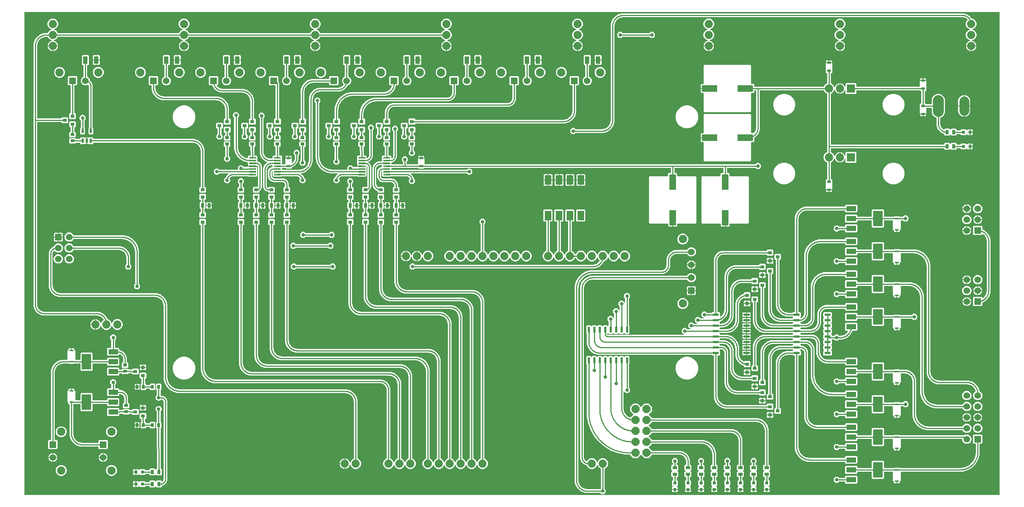
<source format=gbr>
G04 EAGLE Gerber RS-274X export*
G75*
%MOMM*%
%FSLAX34Y34*%
%LPD*%
%INTop Copper*%
%IPPOS*%
%AMOC8*
5,1,8,0,0,1.08239X$1,22.5*%
G01*
G04 Define Apertures*
%ADD10C,1.879600*%
%ADD11P,2.03446X8X292.5*%
%ADD12R,1.422400X0.558800*%
%ADD13R,0.900000X0.650000*%
%ADD14R,0.930000X0.790000*%
%ADD15R,0.750000X1.000000*%
%ADD16R,1.050000X1.800000*%
%ADD17R,0.558800X1.422400*%
%ADD18R,2.235000X1.219000*%
%ADD19R,2.200000X3.600000*%
%ADD20R,0.972000X0.802000*%
%ADD21C,0.102500*%
%ADD22R,1.530000X1.530000*%
%ADD23C,1.530000*%
%ADD24C,1.905000*%
%ADD25R,1.520000X2.160000*%
%ADD26R,0.800000X0.800000*%
%ADD27R,1.000000X0.750000*%
%ADD28R,0.889000X0.558800*%
%ADD29R,3.606800X1.498600*%
%ADD30R,1.498600X3.606800*%
%ADD31R,0.838200X0.457200*%
%ADD32C,2.500000*%
%ADD33C,2.250000*%
%ADD34R,0.650000X0.900000*%
%ADD35R,1.905000X1.905000*%
%ADD36R,0.508000X1.016000*%
%ADD37C,0.254000*%
%ADD38C,0.812800*%
G36*
X2275375Y10220D02*
X2275078Y10160D01*
X10922Y10160D01*
X10647Y10211D01*
X10392Y10375D01*
X10220Y10625D01*
X10160Y10922D01*
X10160Y1132078D01*
X10211Y1132353D01*
X10375Y1132608D01*
X10625Y1132780D01*
X10922Y1132840D01*
X2275078Y1132840D01*
X2275353Y1132789D01*
X2275608Y1132625D01*
X2275780Y1132375D01*
X2275840Y1132078D01*
X2275840Y10922D01*
X2275789Y10647D01*
X2275625Y10392D01*
X2275375Y10220D01*
G37*
%LPC*%
G36*
X1283825Y848868D02*
X1286655Y848868D01*
X1289269Y849951D01*
X1290757Y851439D01*
X1290998Y851602D01*
X1291296Y851662D01*
X1355987Y851662D01*
X1364940Y854571D01*
X1372556Y860104D01*
X1378089Y867720D01*
X1380998Y876673D01*
X1380998Y1099820D01*
X1381013Y1099969D01*
X1382559Y1107745D01*
X1382673Y1108019D01*
X1387078Y1114612D01*
X1387288Y1114822D01*
X1393881Y1119227D01*
X1394155Y1119341D01*
X1401931Y1120887D01*
X1402080Y1120902D01*
X2189480Y1120902D01*
X2189629Y1120887D01*
X2195461Y1119727D01*
X2195735Y1119614D01*
X2200680Y1116310D01*
X2200890Y1116100D01*
X2201547Y1115116D01*
X2201676Y1114705D01*
X2201620Y1114407D01*
X2201452Y1114154D01*
X2199249Y1111950D01*
X2197354Y1107376D01*
X2197354Y1102424D01*
X2199249Y1097850D01*
X2202750Y1094349D01*
X2206238Y1092904D01*
X2206463Y1092760D01*
X2206641Y1092514D01*
X2206708Y1092218D01*
X2206655Y1091920D01*
X2206489Y1091666D01*
X2206238Y1091496D01*
X2202750Y1090051D01*
X2199249Y1086550D01*
X2197354Y1081976D01*
X2197354Y1077024D01*
X2199249Y1072450D01*
X2202750Y1068949D01*
X2206902Y1067229D01*
X2207127Y1067085D01*
X2207304Y1066839D01*
X2207372Y1066543D01*
X2207319Y1066245D01*
X2207153Y1065991D01*
X2206902Y1065821D01*
X2203038Y1064221D01*
X2199679Y1060862D01*
X2197862Y1056475D01*
X2197862Y1054862D01*
X2221738Y1054862D01*
X2221738Y1056475D01*
X2219921Y1060862D01*
X2216562Y1064221D01*
X2212698Y1065821D01*
X2212473Y1065965D01*
X2212296Y1066211D01*
X2212228Y1066507D01*
X2212281Y1066805D01*
X2212447Y1067060D01*
X2212698Y1067229D01*
X2216850Y1068949D01*
X2220351Y1072450D01*
X2222246Y1077024D01*
X2222246Y1081976D01*
X2220351Y1086550D01*
X2216850Y1090051D01*
X2213362Y1091496D01*
X2213137Y1091640D01*
X2212959Y1091886D01*
X2212892Y1092182D01*
X2212945Y1092480D01*
X2213111Y1092735D01*
X2213362Y1092904D01*
X2216850Y1094349D01*
X2220351Y1097850D01*
X2222246Y1102424D01*
X2222246Y1107376D01*
X2220351Y1111950D01*
X2216850Y1115451D01*
X2212276Y1117346D01*
X2211280Y1117346D01*
X2210887Y1117455D01*
X2210663Y1117660D01*
X2207119Y1122539D01*
X2200805Y1127126D01*
X2193382Y1129538D01*
X1397373Y1129538D01*
X1388420Y1126629D01*
X1380804Y1121096D01*
X1375271Y1113480D01*
X1372362Y1104527D01*
X1372362Y881380D01*
X1372347Y881231D01*
X1370801Y873455D01*
X1370687Y873181D01*
X1366282Y866588D01*
X1366072Y866378D01*
X1359479Y861973D01*
X1359205Y861859D01*
X1351429Y860313D01*
X1351280Y860298D01*
X1291296Y860298D01*
X1291010Y860354D01*
X1290757Y860521D01*
X1289269Y862009D01*
X1286655Y863092D01*
X1283825Y863092D01*
X1281211Y862009D01*
X1279211Y860009D01*
X1278128Y857395D01*
X1278128Y854565D01*
X1279211Y851951D01*
X1281211Y849951D01*
X1283825Y848868D01*
G37*
G36*
X1893062Y1054862D02*
X1916938Y1054862D01*
X1916938Y1056475D01*
X1915121Y1060862D01*
X1911762Y1064221D01*
X1907898Y1065821D01*
X1907673Y1065965D01*
X1907496Y1066211D01*
X1907428Y1066507D01*
X1907481Y1066805D01*
X1907647Y1067060D01*
X1907898Y1067229D01*
X1912050Y1068949D01*
X1915551Y1072450D01*
X1917446Y1077024D01*
X1917446Y1081976D01*
X1915551Y1086550D01*
X1912050Y1090051D01*
X1908562Y1091496D01*
X1908337Y1091640D01*
X1908159Y1091886D01*
X1908092Y1092182D01*
X1908145Y1092480D01*
X1908311Y1092735D01*
X1908562Y1092904D01*
X1912050Y1094349D01*
X1915551Y1097850D01*
X1917446Y1102424D01*
X1917446Y1107376D01*
X1915551Y1111950D01*
X1912050Y1115451D01*
X1907476Y1117346D01*
X1902524Y1117346D01*
X1897950Y1115451D01*
X1894449Y1111950D01*
X1892554Y1107376D01*
X1892554Y1102424D01*
X1894449Y1097850D01*
X1897950Y1094349D01*
X1901438Y1092904D01*
X1901663Y1092760D01*
X1901841Y1092514D01*
X1901908Y1092218D01*
X1901855Y1091920D01*
X1901689Y1091666D01*
X1901438Y1091496D01*
X1897950Y1090051D01*
X1894449Y1086550D01*
X1892554Y1081976D01*
X1892554Y1077024D01*
X1894449Y1072450D01*
X1897950Y1068949D01*
X1902102Y1067229D01*
X1902327Y1067085D01*
X1902504Y1066839D01*
X1902572Y1066543D01*
X1902519Y1066245D01*
X1902353Y1065991D01*
X1902102Y1065821D01*
X1898238Y1064221D01*
X1894879Y1060862D01*
X1893062Y1056475D01*
X1893062Y1054862D01*
G37*
G36*
X1588262Y1054862D02*
X1612138Y1054862D01*
X1612138Y1056475D01*
X1610321Y1060862D01*
X1606962Y1064221D01*
X1603098Y1065821D01*
X1602873Y1065965D01*
X1602696Y1066211D01*
X1602628Y1066507D01*
X1602681Y1066805D01*
X1602847Y1067060D01*
X1603098Y1067229D01*
X1607250Y1068949D01*
X1610751Y1072450D01*
X1612646Y1077024D01*
X1612646Y1081976D01*
X1610751Y1086550D01*
X1607250Y1090051D01*
X1603762Y1091496D01*
X1603537Y1091640D01*
X1603359Y1091886D01*
X1603292Y1092182D01*
X1603345Y1092480D01*
X1603511Y1092735D01*
X1603762Y1092904D01*
X1607250Y1094349D01*
X1610751Y1097850D01*
X1612646Y1102424D01*
X1612646Y1107376D01*
X1610751Y1111950D01*
X1607250Y1115451D01*
X1602676Y1117346D01*
X1597724Y1117346D01*
X1593150Y1115451D01*
X1589649Y1111950D01*
X1587754Y1107376D01*
X1587754Y1102424D01*
X1589649Y1097850D01*
X1593150Y1094349D01*
X1596638Y1092904D01*
X1596863Y1092760D01*
X1597041Y1092514D01*
X1597108Y1092218D01*
X1597055Y1091920D01*
X1596889Y1091666D01*
X1596638Y1091496D01*
X1593150Y1090051D01*
X1589649Y1086550D01*
X1587754Y1081976D01*
X1587754Y1077024D01*
X1589649Y1072450D01*
X1593150Y1068949D01*
X1597302Y1067229D01*
X1597527Y1067085D01*
X1597704Y1066839D01*
X1597772Y1066543D01*
X1597719Y1066245D01*
X1597553Y1065991D01*
X1597302Y1065821D01*
X1593438Y1064221D01*
X1590079Y1060862D01*
X1588262Y1056475D01*
X1588262Y1054862D01*
G37*
G36*
X1283462Y1054862D02*
X1307338Y1054862D01*
X1307338Y1056475D01*
X1305521Y1060862D01*
X1302162Y1064221D01*
X1298298Y1065821D01*
X1298073Y1065965D01*
X1297896Y1066211D01*
X1297828Y1066507D01*
X1297881Y1066805D01*
X1298047Y1067060D01*
X1298298Y1067229D01*
X1302450Y1068949D01*
X1305951Y1072450D01*
X1307846Y1077024D01*
X1307846Y1081976D01*
X1305951Y1086550D01*
X1302450Y1090051D01*
X1298962Y1091496D01*
X1298737Y1091640D01*
X1298559Y1091886D01*
X1298492Y1092182D01*
X1298545Y1092480D01*
X1298711Y1092735D01*
X1298962Y1092904D01*
X1302450Y1094349D01*
X1305951Y1097850D01*
X1307846Y1102424D01*
X1307846Y1107376D01*
X1305951Y1111950D01*
X1302450Y1115451D01*
X1297876Y1117346D01*
X1292924Y1117346D01*
X1288350Y1115451D01*
X1284849Y1111950D01*
X1282954Y1107376D01*
X1282954Y1102424D01*
X1284849Y1097850D01*
X1288350Y1094349D01*
X1291838Y1092904D01*
X1292063Y1092760D01*
X1292241Y1092514D01*
X1292308Y1092218D01*
X1292255Y1091920D01*
X1292089Y1091666D01*
X1291838Y1091496D01*
X1288350Y1090051D01*
X1284849Y1086550D01*
X1282954Y1081976D01*
X1282954Y1077024D01*
X1284849Y1072450D01*
X1288350Y1068949D01*
X1292502Y1067229D01*
X1292727Y1067085D01*
X1292904Y1066839D01*
X1292972Y1066543D01*
X1292919Y1066245D01*
X1292753Y1065991D01*
X1292502Y1065821D01*
X1288638Y1064221D01*
X1285279Y1060862D01*
X1283462Y1056475D01*
X1283462Y1054862D01*
G37*
G36*
X198184Y393954D02*
X203136Y393954D01*
X207710Y395849D01*
X211211Y399350D01*
X212656Y402838D01*
X212800Y403063D01*
X213046Y403241D01*
X213342Y403308D01*
X213640Y403255D01*
X213895Y403089D01*
X214064Y402838D01*
X215509Y399350D01*
X219010Y395849D01*
X223584Y393954D01*
X228536Y393954D01*
X233110Y395849D01*
X236611Y399350D01*
X238506Y403924D01*
X238506Y408876D01*
X236611Y413450D01*
X233110Y416951D01*
X228536Y418846D01*
X223584Y418846D01*
X219010Y416951D01*
X215509Y413450D01*
X214064Y409962D01*
X213920Y409737D01*
X213674Y409559D01*
X213378Y409492D01*
X213080Y409545D01*
X212826Y409711D01*
X212656Y409962D01*
X211211Y413450D01*
X207710Y416951D01*
X203486Y418701D01*
X203202Y418905D01*
X203053Y419169D01*
X202318Y421432D01*
X197257Y428397D01*
X190292Y433458D01*
X182105Y436118D01*
X55880Y436118D01*
X55731Y436133D01*
X49899Y437293D01*
X49625Y437406D01*
X44680Y440710D01*
X44470Y440920D01*
X41166Y445865D01*
X41053Y446139D01*
X39893Y451971D01*
X39878Y452120D01*
X39878Y876300D01*
X39929Y876575D01*
X40093Y876830D01*
X40343Y877002D01*
X40640Y877062D01*
X95550Y877062D01*
X95825Y877011D01*
X96080Y876847D01*
X96252Y876597D01*
X96312Y876300D01*
X96312Y876107D01*
X98097Y874322D01*
X110343Y874322D01*
X112128Y876107D01*
X112128Y886653D01*
X110343Y888438D01*
X98097Y888438D01*
X96312Y886653D01*
X96312Y886460D01*
X96261Y886185D01*
X96097Y885930D01*
X95847Y885758D01*
X95550Y885698D01*
X40640Y885698D01*
X40365Y885749D01*
X40110Y885913D01*
X39938Y886163D01*
X39878Y886460D01*
X39878Y1054100D01*
X39893Y1054249D01*
X41439Y1062025D01*
X41553Y1062299D01*
X45958Y1068892D01*
X46168Y1069102D01*
X52761Y1073507D01*
X53035Y1073621D01*
X60811Y1075167D01*
X60960Y1075182D01*
X64008Y1075182D01*
X64288Y1075129D01*
X64542Y1074963D01*
X64712Y1074712D01*
X65649Y1072450D01*
X69150Y1068949D01*
X73302Y1067229D01*
X73527Y1067085D01*
X73704Y1066839D01*
X73772Y1066543D01*
X73719Y1066245D01*
X73553Y1065991D01*
X73302Y1065821D01*
X69438Y1064221D01*
X66079Y1060862D01*
X64262Y1056475D01*
X64262Y1054862D01*
X88138Y1054862D01*
X88138Y1056475D01*
X86321Y1060862D01*
X82962Y1064221D01*
X79098Y1065821D01*
X78873Y1065965D01*
X78696Y1066211D01*
X78628Y1066507D01*
X78681Y1066805D01*
X78847Y1067060D01*
X79098Y1067229D01*
X83250Y1068949D01*
X86751Y1072450D01*
X87688Y1074712D01*
X87845Y1074950D01*
X88095Y1075122D01*
X88392Y1075182D01*
X368808Y1075182D01*
X369088Y1075129D01*
X369342Y1074963D01*
X369512Y1074712D01*
X370449Y1072450D01*
X373950Y1068949D01*
X378102Y1067229D01*
X378327Y1067085D01*
X378504Y1066839D01*
X378572Y1066543D01*
X378519Y1066245D01*
X378353Y1065991D01*
X378102Y1065821D01*
X374238Y1064221D01*
X370879Y1060862D01*
X369062Y1056475D01*
X369062Y1054862D01*
X392938Y1054862D01*
X392938Y1056475D01*
X391121Y1060862D01*
X387762Y1064221D01*
X383898Y1065821D01*
X383673Y1065965D01*
X383496Y1066211D01*
X383428Y1066507D01*
X383481Y1066805D01*
X383647Y1067060D01*
X383898Y1067229D01*
X388050Y1068949D01*
X391551Y1072450D01*
X392488Y1074712D01*
X392645Y1074950D01*
X392895Y1075122D01*
X393192Y1075182D01*
X673608Y1075182D01*
X673888Y1075129D01*
X674142Y1074963D01*
X674312Y1074712D01*
X675249Y1072450D01*
X678750Y1068949D01*
X682902Y1067229D01*
X683127Y1067085D01*
X683304Y1066839D01*
X683372Y1066543D01*
X683319Y1066245D01*
X683153Y1065991D01*
X682902Y1065821D01*
X679038Y1064221D01*
X675679Y1060862D01*
X673862Y1056475D01*
X673862Y1054862D01*
X697738Y1054862D01*
X697738Y1056475D01*
X695921Y1060862D01*
X692562Y1064221D01*
X688698Y1065821D01*
X688473Y1065965D01*
X688296Y1066211D01*
X688228Y1066507D01*
X688281Y1066805D01*
X688447Y1067060D01*
X688698Y1067229D01*
X692850Y1068949D01*
X696351Y1072450D01*
X697288Y1074712D01*
X697445Y1074950D01*
X697695Y1075122D01*
X697992Y1075182D01*
X978408Y1075182D01*
X978688Y1075129D01*
X978942Y1074963D01*
X979112Y1074712D01*
X980049Y1072450D01*
X983550Y1068949D01*
X987702Y1067229D01*
X987927Y1067085D01*
X988104Y1066839D01*
X988172Y1066543D01*
X988119Y1066245D01*
X987953Y1065991D01*
X987702Y1065821D01*
X983838Y1064221D01*
X980479Y1060862D01*
X978662Y1056475D01*
X978662Y1054862D01*
X1002538Y1054862D01*
X1002538Y1056475D01*
X1000721Y1060862D01*
X997362Y1064221D01*
X993498Y1065821D01*
X993273Y1065965D01*
X993096Y1066211D01*
X993028Y1066507D01*
X993081Y1066805D01*
X993247Y1067060D01*
X993498Y1067229D01*
X997650Y1068949D01*
X1001151Y1072450D01*
X1003046Y1077024D01*
X1003046Y1081976D01*
X1001151Y1086550D01*
X997650Y1090051D01*
X994162Y1091496D01*
X993937Y1091640D01*
X993759Y1091886D01*
X993692Y1092182D01*
X993745Y1092480D01*
X993911Y1092735D01*
X994162Y1092904D01*
X997650Y1094349D01*
X1001151Y1097850D01*
X1003046Y1102424D01*
X1003046Y1107376D01*
X1001151Y1111950D01*
X997650Y1115451D01*
X993076Y1117346D01*
X988124Y1117346D01*
X983550Y1115451D01*
X980049Y1111950D01*
X978154Y1107376D01*
X978154Y1102424D01*
X980049Y1097850D01*
X983550Y1094349D01*
X987038Y1092904D01*
X987263Y1092760D01*
X987441Y1092514D01*
X987508Y1092218D01*
X987455Y1091920D01*
X987289Y1091666D01*
X987038Y1091496D01*
X983550Y1090051D01*
X980049Y1086550D01*
X979112Y1084288D01*
X978955Y1084050D01*
X978705Y1083878D01*
X978408Y1083818D01*
X697992Y1083818D01*
X697712Y1083871D01*
X697458Y1084037D01*
X697288Y1084288D01*
X696351Y1086550D01*
X692850Y1090051D01*
X689362Y1091496D01*
X689137Y1091640D01*
X688959Y1091886D01*
X688892Y1092182D01*
X688945Y1092480D01*
X689111Y1092735D01*
X689362Y1092904D01*
X692850Y1094349D01*
X696351Y1097850D01*
X698246Y1102424D01*
X698246Y1107376D01*
X696351Y1111950D01*
X692850Y1115451D01*
X688276Y1117346D01*
X683324Y1117346D01*
X678750Y1115451D01*
X675249Y1111950D01*
X673354Y1107376D01*
X673354Y1102424D01*
X675249Y1097850D01*
X678750Y1094349D01*
X682238Y1092904D01*
X682463Y1092760D01*
X682641Y1092514D01*
X682708Y1092218D01*
X682655Y1091920D01*
X682489Y1091666D01*
X682238Y1091496D01*
X678750Y1090051D01*
X675249Y1086550D01*
X674312Y1084288D01*
X674155Y1084050D01*
X673905Y1083878D01*
X673608Y1083818D01*
X393192Y1083818D01*
X392912Y1083871D01*
X392658Y1084037D01*
X392488Y1084288D01*
X391551Y1086550D01*
X388050Y1090051D01*
X384562Y1091496D01*
X384337Y1091640D01*
X384159Y1091886D01*
X384092Y1092182D01*
X384145Y1092480D01*
X384311Y1092735D01*
X384562Y1092904D01*
X388050Y1094349D01*
X391551Y1097850D01*
X393446Y1102424D01*
X393446Y1107376D01*
X391551Y1111950D01*
X388050Y1115451D01*
X383476Y1117346D01*
X378524Y1117346D01*
X373950Y1115451D01*
X370449Y1111950D01*
X368554Y1107376D01*
X368554Y1102424D01*
X370449Y1097850D01*
X373950Y1094349D01*
X377438Y1092904D01*
X377663Y1092760D01*
X377841Y1092514D01*
X377908Y1092218D01*
X377855Y1091920D01*
X377689Y1091666D01*
X377438Y1091496D01*
X373950Y1090051D01*
X370449Y1086550D01*
X369512Y1084288D01*
X369355Y1084050D01*
X369105Y1083878D01*
X368808Y1083818D01*
X88392Y1083818D01*
X88112Y1083871D01*
X87858Y1084037D01*
X87688Y1084288D01*
X86751Y1086550D01*
X83250Y1090051D01*
X79762Y1091496D01*
X79537Y1091640D01*
X79359Y1091886D01*
X79292Y1092182D01*
X79345Y1092480D01*
X79511Y1092735D01*
X79762Y1092904D01*
X83250Y1094349D01*
X86751Y1097850D01*
X88646Y1102424D01*
X88646Y1107376D01*
X86751Y1111950D01*
X83250Y1115451D01*
X78676Y1117346D01*
X73724Y1117346D01*
X69150Y1115451D01*
X65649Y1111950D01*
X63754Y1107376D01*
X63754Y1102424D01*
X65649Y1097850D01*
X69150Y1094349D01*
X72638Y1092904D01*
X72863Y1092760D01*
X73041Y1092514D01*
X73108Y1092218D01*
X73055Y1091920D01*
X72889Y1091666D01*
X72638Y1091496D01*
X69150Y1090051D01*
X65649Y1086550D01*
X64712Y1084288D01*
X64555Y1084050D01*
X64305Y1083878D01*
X64008Y1083818D01*
X56253Y1083818D01*
X47300Y1080909D01*
X39684Y1075376D01*
X34151Y1067760D01*
X31242Y1058807D01*
X31242Y448218D01*
X33654Y440795D01*
X38241Y434481D01*
X44555Y429894D01*
X51978Y427482D01*
X177800Y427482D01*
X177949Y427467D01*
X184753Y426114D01*
X185027Y426000D01*
X190796Y422146D01*
X191006Y421936D01*
X193698Y417907D01*
X193826Y417496D01*
X193771Y417197D01*
X193603Y416945D01*
X190109Y413450D01*
X188389Y409298D01*
X188245Y409073D01*
X187999Y408896D01*
X187703Y408828D01*
X187405Y408881D01*
X187151Y409047D01*
X186981Y409298D01*
X185381Y413162D01*
X182022Y416521D01*
X177635Y418338D01*
X176022Y418338D01*
X176022Y394462D01*
X177635Y394462D01*
X182022Y396279D01*
X185381Y399638D01*
X186981Y403502D01*
X187125Y403727D01*
X187371Y403904D01*
X187667Y403972D01*
X187965Y403919D01*
X188220Y403753D01*
X188389Y403502D01*
X190109Y399350D01*
X193610Y395849D01*
X198184Y393954D01*
G37*
G36*
X1393045Y1072388D02*
X1395875Y1072388D01*
X1398489Y1073471D01*
X1399977Y1074959D01*
X1400218Y1075122D01*
X1400516Y1075182D01*
X1462065Y1075182D01*
X1462350Y1075126D01*
X1462603Y1074959D01*
X1464091Y1073471D01*
X1466705Y1072388D01*
X1469535Y1072388D01*
X1472149Y1073471D01*
X1474149Y1075471D01*
X1475232Y1078085D01*
X1475232Y1080915D01*
X1474149Y1083529D01*
X1472149Y1085529D01*
X1469535Y1086612D01*
X1466705Y1086612D01*
X1464091Y1085529D01*
X1462603Y1084041D01*
X1462362Y1083878D01*
X1462065Y1083818D01*
X1400516Y1083818D01*
X1400230Y1083874D01*
X1399977Y1084041D01*
X1398489Y1085529D01*
X1395875Y1086612D01*
X1393045Y1086612D01*
X1390431Y1085529D01*
X1388431Y1083529D01*
X1387348Y1080915D01*
X1387348Y1078085D01*
X1388431Y1075471D01*
X1390431Y1073471D01*
X1393045Y1072388D01*
G37*
G36*
X988225Y1042162D02*
X989838Y1042162D01*
X989838Y1053338D01*
X978662Y1053338D01*
X978662Y1051725D01*
X980479Y1047338D01*
X983838Y1043979D01*
X988225Y1042162D01*
G37*
G36*
X686562Y1042162D02*
X688175Y1042162D01*
X692562Y1043979D01*
X695921Y1047338D01*
X697738Y1051725D01*
X697738Y1053338D01*
X686562Y1053338D01*
X686562Y1042162D01*
G37*
G36*
X683425Y1042162D02*
X685038Y1042162D01*
X685038Y1053338D01*
X673862Y1053338D01*
X673862Y1051725D01*
X675679Y1047338D01*
X679038Y1043979D01*
X683425Y1042162D01*
G37*
G36*
X381762Y1042162D02*
X383375Y1042162D01*
X387762Y1043979D01*
X391121Y1047338D01*
X392938Y1051725D01*
X392938Y1053338D01*
X381762Y1053338D01*
X381762Y1042162D01*
G37*
G36*
X378625Y1042162D02*
X380238Y1042162D01*
X380238Y1053338D01*
X369062Y1053338D01*
X369062Y1051725D01*
X370879Y1047338D01*
X374238Y1043979D01*
X378625Y1042162D01*
G37*
G36*
X76962Y1042162D02*
X78575Y1042162D01*
X82962Y1043979D01*
X86321Y1047338D01*
X88138Y1051725D01*
X88138Y1053338D01*
X76962Y1053338D01*
X76962Y1042162D01*
G37*
G36*
X73825Y1042162D02*
X75438Y1042162D01*
X75438Y1053338D01*
X64262Y1053338D01*
X64262Y1051725D01*
X66079Y1047338D01*
X69438Y1043979D01*
X73825Y1042162D01*
G37*
G36*
X2210562Y1042162D02*
X2212175Y1042162D01*
X2216562Y1043979D01*
X2219921Y1047338D01*
X2221738Y1051725D01*
X2221738Y1053338D01*
X2210562Y1053338D01*
X2210562Y1042162D01*
G37*
G36*
X2207425Y1042162D02*
X2209038Y1042162D01*
X2209038Y1053338D01*
X2197862Y1053338D01*
X2197862Y1051725D01*
X2199679Y1047338D01*
X2203038Y1043979D01*
X2207425Y1042162D01*
G37*
G36*
X1905762Y1042162D02*
X1907375Y1042162D01*
X1911762Y1043979D01*
X1915121Y1047338D01*
X1916938Y1051725D01*
X1916938Y1053338D01*
X1905762Y1053338D01*
X1905762Y1042162D01*
G37*
G36*
X1902625Y1042162D02*
X1904238Y1042162D01*
X1904238Y1053338D01*
X1893062Y1053338D01*
X1893062Y1051725D01*
X1894879Y1047338D01*
X1898238Y1043979D01*
X1902625Y1042162D01*
G37*
G36*
X1600962Y1042162D02*
X1602575Y1042162D01*
X1606962Y1043979D01*
X1610321Y1047338D01*
X1612138Y1051725D01*
X1612138Y1053338D01*
X1600962Y1053338D01*
X1600962Y1042162D01*
G37*
G36*
X1597825Y1042162D02*
X1599438Y1042162D01*
X1599438Y1053338D01*
X1588262Y1053338D01*
X1588262Y1051725D01*
X1590079Y1047338D01*
X1593438Y1043979D01*
X1597825Y1042162D01*
G37*
G36*
X1296162Y1042162D02*
X1297775Y1042162D01*
X1302162Y1043979D01*
X1305521Y1047338D01*
X1307338Y1051725D01*
X1307338Y1053338D01*
X1296162Y1053338D01*
X1296162Y1042162D01*
G37*
G36*
X1293025Y1042162D02*
X1294638Y1042162D01*
X1294638Y1053338D01*
X1283462Y1053338D01*
X1283462Y1051725D01*
X1285279Y1047338D01*
X1288638Y1043979D01*
X1293025Y1042162D01*
G37*
G36*
X991362Y1042162D02*
X992975Y1042162D01*
X997362Y1043979D01*
X1000721Y1047338D01*
X1002538Y1051725D01*
X1002538Y1053338D01*
X991362Y1053338D01*
X991362Y1042162D01*
G37*
G36*
X578287Y712402D02*
X590113Y712402D01*
X591898Y714187D01*
X591898Y724613D01*
X590113Y726398D01*
X578287Y726398D01*
X576412Y724523D01*
X576182Y724365D01*
X575886Y724300D01*
X575588Y724356D01*
X575335Y724523D01*
X574012Y725846D01*
X573814Y726188D01*
X573304Y728093D01*
X573278Y728290D01*
X573278Y765810D01*
X573304Y766007D01*
X574685Y771162D01*
X574882Y771504D01*
X578656Y775278D01*
X578998Y775475D01*
X584153Y776856D01*
X584350Y776882D01*
X586000Y776882D01*
X586275Y776831D01*
X586530Y776667D01*
X586702Y776417D01*
X586762Y776120D01*
X586762Y773280D01*
X586711Y773005D01*
X586547Y772750D01*
X586297Y772578D01*
X586000Y772518D01*
X585515Y772518D01*
X581183Y770723D01*
X577867Y767407D01*
X576072Y763075D01*
X576072Y749978D01*
X578470Y744189D01*
X582899Y739760D01*
X588688Y737362D01*
X610180Y737362D01*
X610377Y737336D01*
X612627Y736733D01*
X612969Y736536D01*
X614616Y734889D01*
X614813Y734547D01*
X615416Y732297D01*
X615442Y732100D01*
X615442Y727160D01*
X615391Y726885D01*
X615227Y726630D01*
X614977Y726458D01*
X614680Y726398D01*
X613847Y726398D01*
X612062Y724613D01*
X612062Y714187D01*
X613847Y712402D01*
X625673Y712402D01*
X627458Y714187D01*
X627458Y724613D01*
X625673Y726398D01*
X624840Y726398D01*
X624565Y726449D01*
X624310Y726613D01*
X624138Y726863D01*
X624078Y727160D01*
X624078Y734865D01*
X621962Y739973D01*
X618053Y743882D01*
X612945Y745998D01*
X591820Y745998D01*
X591623Y746024D01*
X588448Y746875D01*
X588106Y747072D01*
X585782Y749396D01*
X585585Y749738D01*
X584734Y752913D01*
X584708Y753110D01*
X584708Y760730D01*
X584734Y760927D01*
X585054Y762122D01*
X585251Y762464D01*
X585461Y762674D01*
X585681Y762827D01*
X585976Y762896D01*
X586275Y762846D01*
X586530Y762682D01*
X586702Y762432D01*
X586762Y762135D01*
X586762Y752188D01*
X588848Y750102D01*
X606472Y750102D01*
X607029Y750659D01*
X607271Y750822D01*
X607568Y750882D01*
X639824Y750882D01*
X640079Y750838D01*
X640133Y750805D01*
X641877Y750881D01*
X641910Y750882D01*
X642043Y750882D01*
X642208Y750864D01*
X646769Y749852D01*
X647118Y749670D01*
X650380Y746680D01*
X650565Y746421D01*
X650628Y746124D01*
X650570Y745827D01*
X649438Y743095D01*
X649438Y740265D01*
X650521Y737651D01*
X652521Y735651D01*
X655135Y734568D01*
X657965Y734568D01*
X660579Y735651D01*
X662579Y737651D01*
X663662Y740265D01*
X663662Y743095D01*
X662579Y745709D01*
X660579Y747709D01*
X659754Y748051D01*
X659535Y748189D01*
X659355Y748433D01*
X657601Y752196D01*
X653133Y756291D01*
X652931Y756595D01*
X652887Y756895D01*
X652963Y757188D01*
X653148Y757429D01*
X653412Y757578D01*
X662527Y760540D01*
X670794Y766546D01*
X676800Y774813D01*
X679958Y784531D01*
X679958Y929640D01*
X679973Y929789D01*
X681326Y936593D01*
X681440Y936867D01*
X685294Y942636D01*
X685504Y942846D01*
X691273Y946700D01*
X691547Y946814D01*
X698351Y948167D01*
X698500Y948182D01*
X742562Y948182D01*
X749985Y950594D01*
X756299Y955181D01*
X760886Y961495D01*
X760979Y961779D01*
X761160Y962078D01*
X761412Y962248D01*
X765040Y963751D01*
X768049Y966760D01*
X769678Y970692D01*
X769678Y974948D01*
X768049Y978880D01*
X765040Y981889D01*
X763768Y982416D01*
X763530Y982573D01*
X763358Y982823D01*
X763298Y983120D01*
X763298Y1008270D01*
X763349Y1008545D01*
X763513Y1008800D01*
X763763Y1008972D01*
X764060Y1009032D01*
X765493Y1009032D01*
X767278Y1010817D01*
X767278Y1031343D01*
X765493Y1033128D01*
X752467Y1033128D01*
X750682Y1031343D01*
X750682Y1010817D01*
X752467Y1009032D01*
X753900Y1009032D01*
X754175Y1008981D01*
X754430Y1008817D01*
X754602Y1008567D01*
X754662Y1008270D01*
X754662Y983120D01*
X754609Y982840D01*
X754443Y982586D01*
X754192Y982416D01*
X752920Y981889D01*
X749911Y978880D01*
X748282Y974948D01*
X748282Y970692D01*
X749911Y966760D01*
X751623Y965048D01*
X751829Y964670D01*
X751832Y964367D01*
X751717Y964086D01*
X750070Y961620D01*
X749860Y961410D01*
X744915Y958106D01*
X744641Y957993D01*
X738809Y956833D01*
X738660Y956818D01*
X694195Y956818D01*
X686008Y954158D01*
X679043Y949097D01*
X673982Y942132D01*
X671322Y933945D01*
X671322Y789640D01*
X671313Y789521D01*
X670194Y782457D01*
X670120Y782230D01*
X666873Y775857D01*
X666733Y775664D01*
X661676Y770607D01*
X661483Y770467D01*
X655110Y767220D01*
X654883Y767146D01*
X647819Y766027D01*
X647700Y766018D01*
X609320Y766018D01*
X609045Y766069D01*
X608790Y766233D01*
X608618Y766483D01*
X608558Y766780D01*
X608558Y769620D01*
X608609Y769895D01*
X608773Y770150D01*
X609023Y770322D01*
X609320Y770382D01*
X616658Y770382D01*
X616944Y770326D01*
X617197Y770159D01*
X618497Y768858D01*
X629913Y768858D01*
X631698Y770643D01*
X631698Y771093D01*
X631776Y771428D01*
X631961Y771669D01*
X632225Y771818D01*
X634654Y772607D01*
X640480Y776840D01*
X644713Y782666D01*
X646938Y789514D01*
X646938Y799125D01*
X646994Y799410D01*
X647161Y799663D01*
X648649Y801151D01*
X649732Y803765D01*
X649732Y806595D01*
X648649Y809209D01*
X646649Y811209D01*
X644035Y812292D01*
X641205Y812292D01*
X638591Y811209D01*
X636591Y809209D01*
X635508Y806595D01*
X635508Y803765D01*
X636591Y801151D01*
X638079Y799663D01*
X638242Y799422D01*
X638302Y799125D01*
X638302Y793115D01*
X638287Y792966D01*
X637272Y787863D01*
X637159Y787589D01*
X634268Y783262D01*
X634058Y783052D01*
X633137Y782437D01*
X632738Y782309D01*
X632439Y782360D01*
X632184Y782523D01*
X632012Y782774D01*
X631952Y783071D01*
X631952Y790674D01*
X631918Y791142D01*
X631823Y791573D01*
X631667Y791985D01*
X631452Y792371D01*
X631369Y792480D01*
X617043Y792480D01*
X616919Y792310D01*
X616714Y791920D01*
X616567Y791504D01*
X616482Y791067D01*
X616458Y790679D01*
X616458Y779780D01*
X616407Y779505D01*
X616243Y779250D01*
X615993Y779078D01*
X615696Y779018D01*
X609320Y779018D01*
X609045Y779069D01*
X608790Y779233D01*
X608618Y779483D01*
X608558Y779780D01*
X608558Y797212D01*
X606472Y799298D01*
X602828Y799298D01*
X602542Y799353D01*
X602289Y799521D01*
X602122Y799773D01*
X602066Y800071D01*
X602344Y818821D01*
X602395Y819085D01*
X602558Y819340D01*
X602809Y819512D01*
X603106Y819572D01*
X603893Y819572D01*
X605678Y821357D01*
X605678Y830383D01*
X603893Y832168D01*
X592367Y832168D01*
X590582Y830383D01*
X590582Y821357D01*
X592367Y819572D01*
X592945Y819572D01*
X593230Y819517D01*
X593483Y819349D01*
X593651Y819097D01*
X593707Y818799D01*
X593428Y800049D01*
X593377Y799785D01*
X593214Y799530D01*
X592964Y799358D01*
X592666Y799298D01*
X588848Y799298D01*
X586762Y797212D01*
X586762Y792780D01*
X586711Y792505D01*
X586547Y792250D01*
X586297Y792078D01*
X586000Y792018D01*
X581360Y792018D01*
X581211Y792033D01*
X575494Y793170D01*
X575219Y793284D01*
X570372Y796522D01*
X570162Y796732D01*
X566924Y801579D01*
X566810Y801854D01*
X565673Y807571D01*
X565658Y807720D01*
X565658Y885485D01*
X565714Y885770D01*
X565881Y886023D01*
X567369Y887511D01*
X568452Y890125D01*
X568452Y892955D01*
X567369Y895569D01*
X565369Y897569D01*
X562755Y898652D01*
X559925Y898652D01*
X557311Y897569D01*
X555311Y895569D01*
X554228Y892955D01*
X554228Y890125D01*
X555311Y887511D01*
X556799Y886023D01*
X556962Y885782D01*
X557022Y885485D01*
X557022Y803865D01*
X559404Y796533D01*
X563936Y790296D01*
X570173Y785764D01*
X574290Y784427D01*
X574571Y784262D01*
X574749Y784016D01*
X574816Y783720D01*
X574763Y783422D01*
X574598Y783168D01*
X574346Y782998D01*
X573186Y782518D01*
X567642Y776974D01*
X564642Y769730D01*
X564642Y725663D01*
X566653Y720808D01*
X570368Y717093D01*
X575223Y715082D01*
X575740Y715082D01*
X576015Y715031D01*
X576270Y714867D01*
X576442Y714617D01*
X576502Y714320D01*
X576502Y714187D01*
X578287Y712402D01*
G37*
G36*
X477452Y962122D02*
X481708Y962122D01*
X485640Y963751D01*
X488649Y966760D01*
X490278Y970692D01*
X490278Y974948D01*
X488649Y978880D01*
X485640Y981889D01*
X484368Y982416D01*
X484130Y982573D01*
X483958Y982823D01*
X483898Y983120D01*
X483898Y1008270D01*
X483949Y1008545D01*
X484113Y1008800D01*
X484363Y1008972D01*
X484660Y1009032D01*
X486093Y1009032D01*
X487878Y1010817D01*
X487878Y1031343D01*
X486093Y1033128D01*
X473067Y1033128D01*
X471282Y1031343D01*
X471282Y1010817D01*
X473067Y1009032D01*
X474500Y1009032D01*
X474775Y1008981D01*
X475030Y1008817D01*
X475202Y1008567D01*
X475262Y1008270D01*
X475262Y983120D01*
X475209Y982840D01*
X475043Y982586D01*
X474792Y982416D01*
X473520Y981889D01*
X470511Y978880D01*
X468882Y974948D01*
X468882Y970692D01*
X470511Y966760D01*
X473520Y963751D01*
X477452Y962122D01*
G37*
G36*
X160637Y848222D02*
X168243Y848222D01*
X170028Y850007D01*
X170028Y862693D01*
X168981Y863739D01*
X168818Y863981D01*
X168758Y864278D01*
X168758Y963649D01*
X166195Y969838D01*
X162841Y973191D01*
X162678Y973433D01*
X162618Y973730D01*
X162618Y974948D01*
X160989Y978880D01*
X157980Y981889D01*
X156708Y982416D01*
X156470Y982573D01*
X156298Y982823D01*
X156238Y983120D01*
X156238Y1008270D01*
X156289Y1008545D01*
X156453Y1008800D01*
X156703Y1008972D01*
X157000Y1009032D01*
X158433Y1009032D01*
X160218Y1010817D01*
X160218Y1031343D01*
X158433Y1033128D01*
X145407Y1033128D01*
X143622Y1031343D01*
X143622Y1010817D01*
X145407Y1009032D01*
X146840Y1009032D01*
X147115Y1008981D01*
X147370Y1008817D01*
X147542Y1008567D01*
X147602Y1008270D01*
X147602Y983120D01*
X147549Y982840D01*
X147383Y982586D01*
X147132Y982416D01*
X145860Y981889D01*
X142851Y978880D01*
X141222Y974948D01*
X141222Y970692D01*
X142851Y966760D01*
X145860Y963751D01*
X149792Y962122D01*
X154048Y962122D01*
X157980Y963751D01*
X158028Y963799D01*
X158346Y963989D01*
X158648Y964018D01*
X158937Y963926D01*
X159168Y963729D01*
X159303Y963457D01*
X160096Y960497D01*
X160122Y960300D01*
X160122Y864278D01*
X160066Y863992D01*
X159899Y863739D01*
X158852Y862693D01*
X158852Y850007D01*
X160637Y848222D01*
G37*
G36*
X337752Y962122D02*
X342008Y962122D01*
X345940Y963751D01*
X348949Y966760D01*
X350578Y970692D01*
X350578Y974948D01*
X348949Y978880D01*
X345940Y981889D01*
X344668Y982416D01*
X344430Y982573D01*
X344258Y982823D01*
X344198Y983120D01*
X344198Y1008270D01*
X344249Y1008545D01*
X344413Y1008800D01*
X344663Y1008972D01*
X344960Y1009032D01*
X346393Y1009032D01*
X348178Y1010817D01*
X348178Y1031343D01*
X346393Y1033128D01*
X333367Y1033128D01*
X331582Y1031343D01*
X331582Y1010817D01*
X333367Y1009032D01*
X334800Y1009032D01*
X335075Y1008981D01*
X335330Y1008817D01*
X335502Y1008567D01*
X335562Y1008270D01*
X335562Y983120D01*
X335509Y982840D01*
X335343Y982586D01*
X335092Y982416D01*
X333820Y981889D01*
X330811Y978880D01*
X329182Y974948D01*
X329182Y970692D01*
X330811Y966760D01*
X333820Y963751D01*
X337752Y962122D01*
G37*
G36*
X1315652Y962122D02*
X1319908Y962122D01*
X1323840Y963751D01*
X1326849Y966760D01*
X1328478Y970692D01*
X1328478Y974948D01*
X1326849Y978880D01*
X1323840Y981889D01*
X1322568Y982416D01*
X1322330Y982573D01*
X1322158Y982823D01*
X1322098Y983120D01*
X1322098Y1008270D01*
X1322149Y1008545D01*
X1322313Y1008800D01*
X1322563Y1008972D01*
X1322860Y1009032D01*
X1324293Y1009032D01*
X1326078Y1010817D01*
X1326078Y1031343D01*
X1324293Y1033128D01*
X1311267Y1033128D01*
X1309482Y1031343D01*
X1309482Y1010817D01*
X1311267Y1009032D01*
X1312700Y1009032D01*
X1312975Y1008981D01*
X1313230Y1008817D01*
X1313402Y1008567D01*
X1313462Y1008270D01*
X1313462Y983120D01*
X1313409Y982840D01*
X1313243Y982586D01*
X1312992Y982416D01*
X1311720Y981889D01*
X1308711Y978880D01*
X1307082Y974948D01*
X1307082Y970692D01*
X1308711Y966760D01*
X1311720Y963751D01*
X1315652Y962122D01*
G37*
G36*
X1175952Y962122D02*
X1180208Y962122D01*
X1184140Y963751D01*
X1187149Y966760D01*
X1188778Y970692D01*
X1188778Y974948D01*
X1187149Y978880D01*
X1184140Y981889D01*
X1182868Y982416D01*
X1182630Y982573D01*
X1182458Y982823D01*
X1182398Y983120D01*
X1182398Y1008270D01*
X1182449Y1008545D01*
X1182613Y1008800D01*
X1182863Y1008972D01*
X1183160Y1009032D01*
X1184593Y1009032D01*
X1186378Y1010817D01*
X1186378Y1031343D01*
X1184593Y1033128D01*
X1171567Y1033128D01*
X1169782Y1031343D01*
X1169782Y1010817D01*
X1171567Y1009032D01*
X1173000Y1009032D01*
X1173275Y1008981D01*
X1173530Y1008817D01*
X1173702Y1008567D01*
X1173762Y1008270D01*
X1173762Y983120D01*
X1173709Y982840D01*
X1173543Y982586D01*
X1173292Y982416D01*
X1172020Y981889D01*
X1169011Y978880D01*
X1167382Y974948D01*
X1167382Y970692D01*
X1169011Y966760D01*
X1172020Y963751D01*
X1175952Y962122D01*
G37*
G36*
X1036252Y962122D02*
X1040508Y962122D01*
X1044440Y963751D01*
X1047449Y966760D01*
X1049078Y970692D01*
X1049078Y974948D01*
X1047449Y978880D01*
X1044440Y981889D01*
X1043168Y982416D01*
X1042930Y982573D01*
X1042758Y982823D01*
X1042698Y983120D01*
X1042698Y1008270D01*
X1042749Y1008545D01*
X1042913Y1008800D01*
X1043163Y1008972D01*
X1043460Y1009032D01*
X1044893Y1009032D01*
X1046678Y1010817D01*
X1046678Y1031343D01*
X1044893Y1033128D01*
X1031867Y1033128D01*
X1030082Y1031343D01*
X1030082Y1010817D01*
X1031867Y1009032D01*
X1033300Y1009032D01*
X1033575Y1008981D01*
X1033830Y1008817D01*
X1034002Y1008567D01*
X1034062Y1008270D01*
X1034062Y983120D01*
X1034009Y982840D01*
X1033843Y982586D01*
X1033592Y982416D01*
X1032320Y981889D01*
X1029311Y978880D01*
X1027682Y974948D01*
X1027682Y970692D01*
X1029311Y966760D01*
X1032320Y963751D01*
X1036252Y962122D01*
G37*
G36*
X896552Y962122D02*
X900808Y962122D01*
X904740Y963751D01*
X907749Y966760D01*
X909378Y970692D01*
X909378Y974948D01*
X907749Y978880D01*
X904740Y981889D01*
X903468Y982416D01*
X903230Y982573D01*
X903058Y982823D01*
X902998Y983120D01*
X902998Y1008270D01*
X903049Y1008545D01*
X903213Y1008800D01*
X903463Y1008972D01*
X903760Y1009032D01*
X905193Y1009032D01*
X906978Y1010817D01*
X906978Y1031343D01*
X905193Y1033128D01*
X892167Y1033128D01*
X890382Y1031343D01*
X890382Y1010817D01*
X892167Y1009032D01*
X893600Y1009032D01*
X893875Y1008981D01*
X894130Y1008817D01*
X894302Y1008567D01*
X894362Y1008270D01*
X894362Y983120D01*
X894309Y982840D01*
X894143Y982586D01*
X893892Y982416D01*
X892620Y981889D01*
X889611Y978880D01*
X887982Y974948D01*
X887982Y970692D01*
X889611Y966760D01*
X892620Y963751D01*
X896552Y962122D01*
G37*
G36*
X617152Y962122D02*
X621408Y962122D01*
X625340Y963751D01*
X628349Y966760D01*
X629978Y970692D01*
X629978Y974948D01*
X628349Y978880D01*
X625340Y981889D01*
X624068Y982416D01*
X623830Y982573D01*
X623658Y982823D01*
X623598Y983120D01*
X623598Y1008270D01*
X623649Y1008545D01*
X623813Y1008800D01*
X624063Y1008972D01*
X624360Y1009032D01*
X625793Y1009032D01*
X627578Y1010817D01*
X627578Y1031343D01*
X625793Y1033128D01*
X612767Y1033128D01*
X610982Y1031343D01*
X610982Y1010817D01*
X612767Y1009032D01*
X614200Y1009032D01*
X614475Y1008981D01*
X614730Y1008817D01*
X614902Y1008567D01*
X614962Y1008270D01*
X614962Y983120D01*
X614909Y982840D01*
X614743Y982586D01*
X614492Y982416D01*
X613220Y981889D01*
X610211Y978880D01*
X608582Y974948D01*
X608582Y970692D01*
X610211Y966760D01*
X613220Y963751D01*
X617152Y962122D01*
G37*
G36*
X1335490Y1021842D02*
X1342518Y1021842D01*
X1342518Y1032620D01*
X1336978Y1032620D01*
X1335490Y1031132D01*
X1335490Y1021842D01*
G37*
G36*
X916390Y1021842D02*
X923418Y1021842D01*
X923418Y1032620D01*
X917878Y1032620D01*
X916390Y1031132D01*
X916390Y1021842D01*
G37*
G36*
X1195790Y1021842D02*
X1202818Y1021842D01*
X1202818Y1032620D01*
X1197278Y1032620D01*
X1195790Y1031132D01*
X1195790Y1021842D01*
G37*
G36*
X776690Y1021842D02*
X783718Y1021842D01*
X783718Y1032620D01*
X778178Y1032620D01*
X776690Y1031132D01*
X776690Y1021842D01*
G37*
G36*
X636990Y1021842D02*
X644018Y1021842D01*
X644018Y1032620D01*
X638478Y1032620D01*
X636990Y1031132D01*
X636990Y1021842D01*
G37*
G36*
X497290Y1021842D02*
X504318Y1021842D01*
X504318Y1032620D01*
X498778Y1032620D01*
X497290Y1031132D01*
X497290Y1021842D01*
G37*
G36*
X357590Y1021842D02*
X364618Y1021842D01*
X364618Y1032620D01*
X359078Y1032620D01*
X357590Y1031132D01*
X357590Y1021842D01*
G37*
G36*
X366142Y1021842D02*
X373170Y1021842D01*
X373170Y1031132D01*
X371682Y1032620D01*
X366142Y1032620D01*
X366142Y1021842D01*
G37*
G36*
X505842Y1021842D02*
X512870Y1021842D01*
X512870Y1031132D01*
X511382Y1032620D01*
X505842Y1032620D01*
X505842Y1021842D01*
G37*
G36*
X645542Y1021842D02*
X652570Y1021842D01*
X652570Y1031132D01*
X651082Y1032620D01*
X645542Y1032620D01*
X645542Y1021842D01*
G37*
G36*
X785242Y1021842D02*
X792270Y1021842D01*
X792270Y1031132D01*
X790782Y1032620D01*
X785242Y1032620D01*
X785242Y1021842D01*
G37*
G36*
X924942Y1021842D02*
X931970Y1021842D01*
X931970Y1031132D01*
X930482Y1032620D01*
X924942Y1032620D01*
X924942Y1021842D01*
G37*
G36*
X1204342Y1021842D02*
X1211370Y1021842D01*
X1211370Y1031132D01*
X1209882Y1032620D01*
X1204342Y1032620D01*
X1204342Y1021842D01*
G37*
G36*
X1064642Y1021842D02*
X1071670Y1021842D01*
X1071670Y1031132D01*
X1070182Y1032620D01*
X1064642Y1032620D01*
X1064642Y1021842D01*
G37*
G36*
X178182Y1021842D02*
X185210Y1021842D01*
X185210Y1031132D01*
X183722Y1032620D01*
X178182Y1032620D01*
X178182Y1021842D01*
G37*
G36*
X1344042Y1021842D02*
X1351070Y1021842D01*
X1351070Y1031132D01*
X1349582Y1032620D01*
X1344042Y1032620D01*
X1344042Y1021842D01*
G37*
G36*
X169630Y1021842D02*
X176658Y1021842D01*
X176658Y1032620D01*
X171118Y1032620D01*
X169630Y1031132D01*
X169630Y1021842D01*
G37*
G36*
X1056090Y1021842D02*
X1063118Y1021842D01*
X1063118Y1032620D01*
X1057578Y1032620D01*
X1056090Y1031132D01*
X1056090Y1021842D01*
G37*
G36*
X1872615Y1015873D02*
X1878838Y1015873D01*
X1878838Y1020445D01*
X1874103Y1020445D01*
X1872615Y1018957D01*
X1872615Y1015873D01*
G37*
G36*
X1880362Y1015873D02*
X1886585Y1015873D01*
X1886585Y1018957D01*
X1885097Y1020445D01*
X1880362Y1020445D01*
X1880362Y1015873D01*
G37*
G36*
X1344042Y1009540D02*
X1349582Y1009540D01*
X1351070Y1011028D01*
X1351070Y1020318D01*
X1344042Y1020318D01*
X1344042Y1009540D01*
G37*
G36*
X1336978Y1009540D02*
X1342518Y1009540D01*
X1342518Y1020318D01*
X1335490Y1020318D01*
X1335490Y1011028D01*
X1336978Y1009540D01*
G37*
G36*
X1204342Y1009540D02*
X1209882Y1009540D01*
X1211370Y1011028D01*
X1211370Y1020318D01*
X1204342Y1020318D01*
X1204342Y1009540D01*
G37*
G36*
X1197278Y1009540D02*
X1202818Y1009540D01*
X1202818Y1020318D01*
X1195790Y1020318D01*
X1195790Y1011028D01*
X1197278Y1009540D01*
G37*
G36*
X1064642Y1009540D02*
X1070182Y1009540D01*
X1071670Y1011028D01*
X1071670Y1020318D01*
X1064642Y1020318D01*
X1064642Y1009540D01*
G37*
G36*
X1057578Y1009540D02*
X1063118Y1009540D01*
X1063118Y1020318D01*
X1056090Y1020318D01*
X1056090Y1011028D01*
X1057578Y1009540D01*
G37*
G36*
X924942Y1009540D02*
X930482Y1009540D01*
X931970Y1011028D01*
X931970Y1020318D01*
X924942Y1020318D01*
X924942Y1009540D01*
G37*
G36*
X917878Y1009540D02*
X923418Y1009540D01*
X923418Y1020318D01*
X916390Y1020318D01*
X916390Y1011028D01*
X917878Y1009540D01*
G37*
G36*
X785242Y1009540D02*
X790782Y1009540D01*
X792270Y1011028D01*
X792270Y1020318D01*
X785242Y1020318D01*
X785242Y1009540D01*
G37*
G36*
X778178Y1009540D02*
X783718Y1009540D01*
X783718Y1020318D01*
X776690Y1020318D01*
X776690Y1011028D01*
X778178Y1009540D01*
G37*
G36*
X645542Y1009540D02*
X651082Y1009540D01*
X652570Y1011028D01*
X652570Y1020318D01*
X645542Y1020318D01*
X645542Y1009540D01*
G37*
G36*
X638478Y1009540D02*
X644018Y1009540D01*
X644018Y1020318D01*
X636990Y1020318D01*
X636990Y1011028D01*
X638478Y1009540D01*
G37*
G36*
X505842Y1009540D02*
X511382Y1009540D01*
X512870Y1011028D01*
X512870Y1020318D01*
X505842Y1020318D01*
X505842Y1009540D01*
G37*
G36*
X498778Y1009540D02*
X504318Y1009540D01*
X504318Y1020318D01*
X497290Y1020318D01*
X497290Y1011028D01*
X498778Y1009540D01*
G37*
G36*
X366142Y1009540D02*
X371682Y1009540D01*
X373170Y1011028D01*
X373170Y1020318D01*
X366142Y1020318D01*
X366142Y1009540D01*
G37*
G36*
X359078Y1009540D02*
X364618Y1009540D01*
X364618Y1020318D01*
X357590Y1020318D01*
X357590Y1011028D01*
X359078Y1009540D01*
G37*
G36*
X178182Y1009540D02*
X183722Y1009540D01*
X185210Y1011028D01*
X185210Y1020318D01*
X178182Y1020318D01*
X178182Y1009540D01*
G37*
G36*
X171118Y1009540D02*
X176658Y1009540D01*
X176658Y1020318D01*
X169630Y1020318D01*
X169630Y1011028D01*
X171118Y1009540D01*
G37*
G36*
X1872436Y720471D02*
X1886762Y720471D01*
X1886886Y720641D01*
X1887091Y721031D01*
X1887238Y721447D01*
X1887323Y721884D01*
X1887347Y722272D01*
X1887347Y735683D01*
X1887313Y736151D01*
X1887218Y736582D01*
X1887143Y736781D01*
X1887093Y737051D01*
X1887093Y742308D01*
X1885308Y744093D01*
X1884680Y744093D01*
X1884405Y744144D01*
X1884150Y744308D01*
X1883978Y744558D01*
X1883918Y744855D01*
X1883918Y782691D01*
X1883971Y782971D01*
X1884137Y783225D01*
X1884388Y783395D01*
X1886722Y784361D01*
X1890259Y787898D01*
X1891871Y791790D01*
X1892015Y792015D01*
X1892261Y792193D01*
X1892557Y792260D01*
X1892855Y792207D01*
X1893109Y792041D01*
X1893279Y791790D01*
X1894772Y788186D01*
X1898166Y784792D01*
X1902600Y782955D01*
X1904238Y782955D01*
X1904238Y807085D01*
X1902600Y807085D01*
X1898166Y805248D01*
X1894772Y801854D01*
X1893279Y798250D01*
X1893135Y798025D01*
X1892889Y797847D01*
X1892593Y797780D01*
X1892295Y797833D01*
X1892040Y797999D01*
X1891871Y798250D01*
X1890259Y802142D01*
X1886722Y805679D01*
X1884388Y806646D01*
X1884150Y806802D01*
X1883978Y807052D01*
X1883918Y807350D01*
X1883918Y815340D01*
X1883969Y815615D01*
X1884133Y815870D01*
X1884383Y816042D01*
X1884680Y816102D01*
X2146480Y816102D01*
X2146755Y816051D01*
X2147010Y815887D01*
X2147182Y815637D01*
X2147242Y815340D01*
X2147242Y814157D01*
X2149027Y812372D01*
X2159053Y812372D01*
X2161001Y814321D01*
X2161232Y814479D01*
X2161528Y814544D01*
X2161826Y814488D01*
X2162079Y814321D01*
X2164027Y812372D01*
X2174053Y812372D01*
X2175838Y814157D01*
X2175838Y815340D01*
X2175889Y815615D01*
X2176053Y815870D01*
X2176303Y816042D01*
X2176600Y816102D01*
X2184330Y816102D01*
X2184605Y816051D01*
X2184860Y815887D01*
X2185032Y815637D01*
X2185092Y815340D01*
X2185092Y815157D01*
X2186877Y813372D01*
X2197403Y813372D01*
X2199236Y815206D01*
X2199394Y815462D01*
X2199642Y815637D01*
X2199938Y815702D01*
X2200236Y815647D01*
X2200489Y815479D01*
X2202088Y813880D01*
X2206378Y813880D01*
X2206378Y826960D01*
X2202088Y826960D01*
X2200489Y825361D01*
X2200269Y825208D01*
X2199974Y825138D01*
X2199675Y825189D01*
X2199420Y825352D01*
X2199248Y825603D01*
X2199243Y825627D01*
X2197403Y827468D01*
X2186877Y827468D01*
X2185092Y825683D01*
X2185092Y825500D01*
X2185041Y825225D01*
X2184877Y824970D01*
X2184627Y824798D01*
X2184330Y824738D01*
X2176600Y824738D01*
X2176325Y824789D01*
X2176070Y824953D01*
X2175898Y825203D01*
X2175838Y825500D01*
X2175838Y826683D01*
X2174053Y828468D01*
X2164027Y828468D01*
X2162079Y826519D01*
X2161848Y826361D01*
X2161552Y826296D01*
X2161254Y826352D01*
X2161001Y826519D01*
X2159053Y828468D01*
X2149027Y828468D01*
X2147242Y826683D01*
X2147242Y825500D01*
X2147191Y825225D01*
X2147027Y824970D01*
X2146777Y824798D01*
X2146480Y824738D01*
X1884680Y824738D01*
X1884405Y824789D01*
X1884150Y824953D01*
X1883978Y825203D01*
X1883918Y825500D01*
X1883918Y942711D01*
X1883971Y942991D01*
X1884137Y943245D01*
X1884388Y943415D01*
X1886722Y944381D01*
X1890259Y947918D01*
X1891871Y951810D01*
X1892015Y952035D01*
X1892261Y952213D01*
X1892557Y952280D01*
X1892855Y952227D01*
X1893109Y952061D01*
X1893279Y951810D01*
X1894772Y948206D01*
X1898166Y944812D01*
X1902600Y942975D01*
X1904238Y942975D01*
X1904238Y967105D01*
X1902600Y967105D01*
X1898166Y965268D01*
X1894772Y961874D01*
X1893279Y958270D01*
X1893135Y958045D01*
X1892889Y957867D01*
X1892593Y957800D01*
X1892295Y957853D01*
X1892040Y958019D01*
X1891871Y958270D01*
X1890259Y962162D01*
X1886722Y965699D01*
X1884388Y966666D01*
X1884150Y966822D01*
X1883978Y967072D01*
X1883918Y967370D01*
X1883918Y989965D01*
X1883969Y990240D01*
X1884133Y990495D01*
X1884383Y990667D01*
X1884680Y990727D01*
X1885308Y990727D01*
X1887093Y992512D01*
X1887093Y997767D01*
X1887136Y998020D01*
X1887238Y998307D01*
X1887323Y998744D01*
X1887347Y999132D01*
X1887347Y1012543D01*
X1887313Y1013011D01*
X1887218Y1013442D01*
X1887062Y1013854D01*
X1886847Y1014240D01*
X1886764Y1014349D01*
X1872438Y1014349D01*
X1872314Y1014179D01*
X1872109Y1013789D01*
X1871962Y1013373D01*
X1871877Y1012936D01*
X1871853Y1012548D01*
X1871853Y999137D01*
X1871887Y998669D01*
X1871982Y998238D01*
X1872058Y998039D01*
X1872107Y997769D01*
X1872107Y992512D01*
X1873892Y990727D01*
X1874520Y990727D01*
X1874795Y990676D01*
X1875050Y990512D01*
X1875222Y990262D01*
X1875282Y989965D01*
X1875282Y967370D01*
X1875229Y967089D01*
X1875063Y966835D01*
X1874812Y966666D01*
X1872478Y965699D01*
X1868941Y962162D01*
X1867975Y959828D01*
X1867818Y959590D01*
X1867568Y959418D01*
X1867271Y959358D01*
X1706753Y959358D01*
X1706478Y959409D01*
X1706223Y959573D01*
X1706051Y959823D01*
X1705991Y960120D01*
X1705991Y963796D01*
X1704206Y965581D01*
X1699260Y965581D01*
X1698985Y965632D01*
X1698730Y965796D01*
X1698558Y966046D01*
X1698498Y966343D01*
X1698498Y1007082D01*
X1698464Y1007550D01*
X1698369Y1007981D01*
X1698213Y1008393D01*
X1697998Y1008779D01*
X1697731Y1009129D01*
X1697415Y1009438D01*
X1697058Y1009697D01*
X1696668Y1009902D01*
X1696252Y1010049D01*
X1695815Y1010134D01*
X1695427Y1010158D01*
X1591338Y1010158D01*
X1590870Y1010124D01*
X1590439Y1010029D01*
X1590027Y1009873D01*
X1589641Y1009658D01*
X1589291Y1009391D01*
X1588983Y1009075D01*
X1588723Y1008718D01*
X1588518Y1008328D01*
X1588371Y1007912D01*
X1588286Y1007475D01*
X1588262Y1007087D01*
X1588262Y965835D01*
X1588211Y965560D01*
X1588047Y965305D01*
X1587797Y965133D01*
X1587500Y965073D01*
X1582765Y965073D01*
X1581277Y963585D01*
X1581277Y955802D01*
X1602613Y955802D01*
X1602613Y954278D01*
X1581277Y954278D01*
X1581277Y946495D01*
X1582765Y945007D01*
X1587500Y945007D01*
X1587775Y944956D01*
X1588030Y944792D01*
X1588202Y944542D01*
X1588262Y944245D01*
X1588262Y902998D01*
X1588296Y902530D01*
X1588391Y902099D01*
X1588547Y901687D01*
X1588762Y901301D01*
X1589029Y900951D01*
X1589345Y900643D01*
X1589702Y900383D01*
X1590092Y900178D01*
X1590508Y900031D01*
X1590945Y899946D01*
X1591333Y899922D01*
X1695422Y899922D01*
X1695890Y899956D01*
X1696321Y900051D01*
X1696733Y900207D01*
X1697119Y900422D01*
X1697469Y900689D01*
X1697778Y901005D01*
X1698037Y901362D01*
X1698242Y901752D01*
X1698389Y902168D01*
X1698474Y902605D01*
X1698498Y902993D01*
X1698498Y943737D01*
X1698549Y944012D01*
X1698713Y944267D01*
X1698963Y944439D01*
X1699260Y944499D01*
X1704206Y944499D01*
X1705991Y946284D01*
X1705991Y949960D01*
X1706042Y950235D01*
X1706206Y950490D01*
X1706456Y950662D01*
X1706753Y950722D01*
X1709420Y950722D01*
X1709695Y950671D01*
X1709950Y950507D01*
X1710122Y950257D01*
X1710182Y949960D01*
X1710182Y863600D01*
X1710167Y863451D01*
X1708814Y856647D01*
X1708700Y856373D01*
X1705376Y851398D01*
X1705051Y851125D01*
X1704755Y851060D01*
X1704457Y851115D01*
X1704206Y851281D01*
X1699260Y851281D01*
X1698985Y851332D01*
X1698730Y851496D01*
X1698558Y851746D01*
X1698498Y852043D01*
X1698498Y892782D01*
X1698464Y893250D01*
X1698369Y893681D01*
X1698213Y894093D01*
X1697998Y894479D01*
X1697731Y894829D01*
X1697415Y895138D01*
X1697058Y895397D01*
X1696668Y895602D01*
X1696252Y895749D01*
X1695815Y895834D01*
X1695427Y895858D01*
X1591338Y895858D01*
X1590870Y895824D01*
X1590439Y895729D01*
X1590027Y895573D01*
X1589641Y895358D01*
X1589291Y895091D01*
X1588983Y894775D01*
X1588723Y894418D01*
X1588518Y894028D01*
X1588371Y893612D01*
X1588286Y893175D01*
X1588262Y892787D01*
X1588262Y851535D01*
X1588211Y851260D01*
X1588047Y851005D01*
X1587797Y850833D01*
X1587500Y850773D01*
X1582765Y850773D01*
X1581277Y849285D01*
X1581277Y841502D01*
X1602613Y841502D01*
X1602613Y839978D01*
X1581277Y839978D01*
X1581277Y832195D01*
X1582765Y830707D01*
X1587500Y830707D01*
X1587775Y830656D01*
X1588030Y830492D01*
X1588202Y830242D01*
X1588262Y829945D01*
X1588262Y788698D01*
X1588296Y788230D01*
X1588391Y787799D01*
X1588547Y787387D01*
X1588762Y787001D01*
X1589029Y786651D01*
X1589345Y786343D01*
X1589702Y786083D01*
X1590092Y785878D01*
X1590508Y785731D01*
X1590945Y785646D01*
X1591333Y785622D01*
X1695422Y785622D01*
X1695890Y785656D01*
X1696321Y785751D01*
X1696733Y785907D01*
X1697119Y786122D01*
X1697469Y786389D01*
X1697778Y786705D01*
X1698037Y787062D01*
X1698242Y787452D01*
X1698389Y787868D01*
X1698474Y788305D01*
X1698498Y788693D01*
X1698498Y829437D01*
X1698549Y829712D01*
X1698713Y829967D01*
X1698963Y830139D01*
X1699260Y830199D01*
X1704206Y830199D01*
X1705991Y831984D01*
X1705991Y840045D01*
X1706100Y840437D01*
X1706305Y840661D01*
X1711097Y844143D01*
X1716158Y851108D01*
X1718818Y859295D01*
X1718818Y949960D01*
X1718869Y950235D01*
X1719033Y950490D01*
X1719283Y950662D01*
X1719580Y950722D01*
X1867271Y950722D01*
X1867551Y950669D01*
X1867805Y950503D01*
X1867975Y950252D01*
X1868941Y947918D01*
X1872478Y944381D01*
X1874812Y943415D01*
X1875050Y943258D01*
X1875222Y943008D01*
X1875282Y942711D01*
X1875282Y807350D01*
X1875229Y807069D01*
X1875063Y806815D01*
X1874812Y806646D01*
X1872478Y805679D01*
X1868941Y802142D01*
X1867027Y797521D01*
X1867027Y792519D01*
X1868941Y787898D01*
X1872478Y784361D01*
X1874812Y783395D01*
X1875050Y783238D01*
X1875222Y782988D01*
X1875282Y782691D01*
X1875282Y744855D01*
X1875231Y744580D01*
X1875067Y744325D01*
X1874817Y744153D01*
X1874520Y744093D01*
X1873892Y744093D01*
X1872107Y742308D01*
X1872107Y737053D01*
X1872064Y736800D01*
X1871962Y736513D01*
X1871877Y736076D01*
X1871853Y735688D01*
X1871853Y722277D01*
X1871887Y721809D01*
X1871982Y721378D01*
X1872138Y720966D01*
X1872353Y720580D01*
X1872436Y720471D01*
G37*
G36*
X277379Y979847D02*
X282381Y979847D01*
X287002Y981761D01*
X290539Y985298D01*
X292453Y989919D01*
X292453Y994921D01*
X290539Y999542D01*
X287002Y1003079D01*
X282381Y1004993D01*
X277379Y1004993D01*
X272758Y1003079D01*
X269221Y999542D01*
X267307Y994921D01*
X267307Y989919D01*
X269221Y985298D01*
X272758Y981761D01*
X277379Y979847D01*
G37*
G36*
X179419Y979847D02*
X184421Y979847D01*
X189042Y981761D01*
X192579Y985298D01*
X194493Y989919D01*
X194493Y994921D01*
X192579Y999542D01*
X189042Y1003079D01*
X184421Y1004993D01*
X179419Y1004993D01*
X174798Y1003079D01*
X171261Y999542D01*
X169347Y994921D01*
X169347Y989919D01*
X171261Y985298D01*
X174798Y981761D01*
X179419Y979847D01*
G37*
G36*
X1345279Y979847D02*
X1350281Y979847D01*
X1354902Y981761D01*
X1358439Y985298D01*
X1360353Y989919D01*
X1360353Y994921D01*
X1358439Y999542D01*
X1354902Y1003079D01*
X1350281Y1004993D01*
X1345279Y1004993D01*
X1340658Y1003079D01*
X1337121Y999542D01*
X1335207Y994921D01*
X1335207Y989919D01*
X1337121Y985298D01*
X1340658Y981761D01*
X1345279Y979847D01*
G37*
G36*
X417079Y979847D02*
X422081Y979847D01*
X426702Y981761D01*
X430239Y985298D01*
X432153Y989919D01*
X432153Y994921D01*
X430239Y999542D01*
X426702Y1003079D01*
X422081Y1004993D01*
X417079Y1004993D01*
X412458Y1003079D01*
X408921Y999542D01*
X407007Y994921D01*
X407007Y989919D01*
X408921Y985298D01*
X412458Y981761D01*
X417079Y979847D01*
G37*
G36*
X507079Y979847D02*
X512081Y979847D01*
X516702Y981761D01*
X520239Y985298D01*
X522153Y989919D01*
X522153Y994921D01*
X520239Y999542D01*
X516702Y1003079D01*
X512081Y1004993D01*
X507079Y1004993D01*
X502458Y1003079D01*
X498921Y999542D01*
X497007Y994921D01*
X497007Y989919D01*
X498921Y985298D01*
X502458Y981761D01*
X507079Y979847D01*
G37*
G36*
X1255279Y979847D02*
X1260281Y979847D01*
X1264902Y981761D01*
X1268439Y985298D01*
X1270353Y989919D01*
X1270353Y994921D01*
X1268439Y999542D01*
X1264902Y1003079D01*
X1260281Y1004993D01*
X1255279Y1004993D01*
X1250658Y1003079D01*
X1247121Y999542D01*
X1245207Y994921D01*
X1245207Y989919D01*
X1247121Y985298D01*
X1250658Y981761D01*
X1255279Y979847D01*
G37*
G36*
X89419Y979847D02*
X94421Y979847D01*
X99042Y981761D01*
X102579Y985298D01*
X104493Y989919D01*
X104493Y994921D01*
X102579Y999542D01*
X99042Y1003079D01*
X94421Y1004993D01*
X89419Y1004993D01*
X84798Y1003079D01*
X81261Y999542D01*
X79347Y994921D01*
X79347Y989919D01*
X81261Y985298D01*
X84798Y981761D01*
X89419Y979847D01*
G37*
G36*
X367379Y979847D02*
X372381Y979847D01*
X377002Y981761D01*
X380539Y985298D01*
X382453Y989919D01*
X382453Y994921D01*
X380539Y999542D01*
X377002Y1003079D01*
X372381Y1004993D01*
X367379Y1004993D01*
X362758Y1003079D01*
X359221Y999542D01*
X357307Y994921D01*
X357307Y989919D01*
X359221Y985298D01*
X362758Y981761D01*
X367379Y979847D01*
G37*
G36*
X1205579Y979847D02*
X1210581Y979847D01*
X1215202Y981761D01*
X1218739Y985298D01*
X1220653Y989919D01*
X1220653Y994921D01*
X1218739Y999542D01*
X1215202Y1003079D01*
X1210581Y1004993D01*
X1205579Y1004993D01*
X1200958Y1003079D01*
X1197421Y999542D01*
X1195507Y994921D01*
X1195507Y989919D01*
X1197421Y985298D01*
X1200958Y981761D01*
X1205579Y979847D01*
G37*
G36*
X1115579Y979847D02*
X1120581Y979847D01*
X1125202Y981761D01*
X1128739Y985298D01*
X1130653Y989919D01*
X1130653Y994921D01*
X1128739Y999542D01*
X1125202Y1003079D01*
X1120581Y1004993D01*
X1115579Y1004993D01*
X1110958Y1003079D01*
X1107421Y999542D01*
X1105507Y994921D01*
X1105507Y989919D01*
X1107421Y985298D01*
X1110958Y981761D01*
X1115579Y979847D01*
G37*
G36*
X556779Y979847D02*
X561781Y979847D01*
X566402Y981761D01*
X569939Y985298D01*
X571853Y989919D01*
X571853Y994921D01*
X569939Y999542D01*
X566402Y1003079D01*
X561781Y1004993D01*
X556779Y1004993D01*
X552158Y1003079D01*
X548621Y999542D01*
X546707Y994921D01*
X546707Y989919D01*
X548621Y985298D01*
X552158Y981761D01*
X556779Y979847D01*
G37*
G36*
X1065879Y979847D02*
X1070881Y979847D01*
X1075502Y981761D01*
X1079039Y985298D01*
X1080953Y989919D01*
X1080953Y994921D01*
X1079039Y999542D01*
X1075502Y1003079D01*
X1070881Y1004993D01*
X1065879Y1004993D01*
X1061258Y1003079D01*
X1057721Y999542D01*
X1055807Y994921D01*
X1055807Y989919D01*
X1057721Y985298D01*
X1061258Y981761D01*
X1065879Y979847D01*
G37*
G36*
X696479Y979847D02*
X701481Y979847D01*
X706102Y981761D01*
X709639Y985298D01*
X711553Y989919D01*
X711553Y994921D01*
X709639Y999542D01*
X706102Y1003079D01*
X701481Y1004993D01*
X696479Y1004993D01*
X691858Y1003079D01*
X688321Y999542D01*
X686407Y994921D01*
X686407Y989919D01*
X688321Y985298D01*
X691858Y981761D01*
X696479Y979847D01*
G37*
G36*
X786479Y979847D02*
X791481Y979847D01*
X796102Y981761D01*
X799639Y985298D01*
X801553Y989919D01*
X801553Y994921D01*
X799639Y999542D01*
X796102Y1003079D01*
X791481Y1004993D01*
X786479Y1004993D01*
X781858Y1003079D01*
X778321Y999542D01*
X776407Y994921D01*
X776407Y989919D01*
X778321Y985298D01*
X781858Y981761D01*
X786479Y979847D01*
G37*
G36*
X836179Y979847D02*
X841181Y979847D01*
X845802Y981761D01*
X849339Y985298D01*
X851253Y989919D01*
X851253Y994921D01*
X849339Y999542D01*
X845802Y1003079D01*
X841181Y1004993D01*
X836179Y1004993D01*
X831558Y1003079D01*
X828021Y999542D01*
X826107Y994921D01*
X826107Y989919D01*
X828021Y985298D01*
X831558Y981761D01*
X836179Y979847D01*
G37*
G36*
X975879Y979847D02*
X980881Y979847D01*
X985502Y981761D01*
X989039Y985298D01*
X990953Y989919D01*
X990953Y994921D01*
X989039Y999542D01*
X985502Y1003079D01*
X980881Y1004993D01*
X975879Y1004993D01*
X971258Y1003079D01*
X967721Y999542D01*
X965807Y994921D01*
X965807Y989919D01*
X967721Y985298D01*
X971258Y981761D01*
X975879Y979847D01*
G37*
G36*
X926179Y979847D02*
X931181Y979847D01*
X935802Y981761D01*
X939339Y985298D01*
X941253Y989919D01*
X941253Y994921D01*
X939339Y999542D01*
X935802Y1003079D01*
X931181Y1004993D01*
X926179Y1004993D01*
X921558Y1003079D01*
X918021Y999542D01*
X916107Y994921D01*
X916107Y989919D01*
X918021Y985298D01*
X921558Y981761D01*
X926179Y979847D01*
G37*
G36*
X646779Y979847D02*
X651781Y979847D01*
X656402Y981761D01*
X659939Y985298D01*
X661853Y989919D01*
X661853Y994921D01*
X659939Y999542D01*
X656402Y1003079D01*
X651781Y1004993D01*
X646779Y1004993D01*
X642158Y1003079D01*
X638621Y999542D01*
X636707Y994921D01*
X636707Y989919D01*
X638621Y985298D01*
X642158Y981761D01*
X646779Y979847D01*
G37*
G36*
X904427Y871122D02*
X916673Y871122D01*
X918458Y872907D01*
X918458Y873100D01*
X918509Y873375D01*
X918673Y873630D01*
X918923Y873802D01*
X919220Y873862D01*
X1267087Y873862D01*
X1276040Y876771D01*
X1283656Y882304D01*
X1289189Y889920D01*
X1292098Y898873D01*
X1292098Y961360D01*
X1292149Y961635D01*
X1292313Y961890D01*
X1292563Y962062D01*
X1292860Y962122D01*
X1296693Y962122D01*
X1298478Y963907D01*
X1298478Y981733D01*
X1296693Y983518D01*
X1278867Y983518D01*
X1277082Y981733D01*
X1277082Y963907D01*
X1278867Y962122D01*
X1282700Y962122D01*
X1282975Y962071D01*
X1283230Y961907D01*
X1283402Y961657D01*
X1283462Y961360D01*
X1283462Y903580D01*
X1283447Y903431D01*
X1281901Y895655D01*
X1281787Y895381D01*
X1277382Y888788D01*
X1277172Y888578D01*
X1270579Y884173D01*
X1270305Y884059D01*
X1262529Y882513D01*
X1262380Y882498D01*
X919220Y882498D01*
X918945Y882549D01*
X918690Y882713D01*
X918518Y882963D01*
X918458Y883260D01*
X918458Y883453D01*
X916673Y885238D01*
X904427Y885238D01*
X902642Y883453D01*
X902642Y872907D01*
X904427Y871122D01*
G37*
G36*
X533587Y871122D02*
X545833Y871122D01*
X547618Y872907D01*
X547618Y883453D01*
X545833Y885238D01*
X544790Y885238D01*
X544515Y885289D01*
X544260Y885453D01*
X544088Y885703D01*
X544028Y886000D01*
X544028Y929267D01*
X541119Y938220D01*
X535586Y945836D01*
X527970Y951369D01*
X519017Y954278D01*
X469900Y954278D01*
X469751Y954293D01*
X463919Y955453D01*
X463645Y955566D01*
X458700Y958870D01*
X458490Y959080D01*
X457250Y960937D01*
X457122Y961336D01*
X457173Y961635D01*
X457336Y961890D01*
X457586Y962062D01*
X457883Y962122D01*
X458493Y962122D01*
X460278Y963907D01*
X460278Y981733D01*
X458493Y983518D01*
X440667Y983518D01*
X438882Y981733D01*
X438882Y963907D01*
X440667Y962122D01*
X446091Y962122D01*
X446426Y962044D01*
X446667Y961859D01*
X446816Y961595D01*
X447674Y958955D01*
X452261Y952641D01*
X458575Y948054D01*
X465998Y945642D01*
X514310Y945642D01*
X514459Y945627D01*
X522235Y944081D01*
X522509Y943967D01*
X529102Y939562D01*
X529312Y939352D01*
X533717Y932759D01*
X533831Y932485D01*
X535377Y924709D01*
X535392Y924560D01*
X535392Y886000D01*
X535341Y885725D01*
X535177Y885470D01*
X534927Y885298D01*
X534630Y885238D01*
X533587Y885238D01*
X531802Y883453D01*
X531802Y872907D01*
X533587Y871122D01*
G37*
G36*
X846007Y871122D02*
X858253Y871122D01*
X860038Y872907D01*
X860038Y883453D01*
X858253Y885238D01*
X857210Y885238D01*
X856935Y885289D01*
X856680Y885453D01*
X856508Y885703D01*
X856448Y886000D01*
X856448Y899160D01*
X856463Y899309D01*
X857429Y904169D01*
X857543Y904443D01*
X860296Y908564D01*
X860506Y908774D01*
X864627Y911527D01*
X864901Y911641D01*
X869761Y912607D01*
X869910Y912622D01*
X1136730Y912622D01*
X1143919Y915600D01*
X1149420Y921101D01*
X1152398Y928290D01*
X1152398Y961360D01*
X1152449Y961635D01*
X1152613Y961890D01*
X1152863Y962062D01*
X1153160Y962122D01*
X1156993Y962122D01*
X1158778Y963907D01*
X1158778Y981733D01*
X1156993Y983518D01*
X1139167Y983518D01*
X1137382Y981733D01*
X1137382Y963907D01*
X1139167Y962122D01*
X1143000Y962122D01*
X1143275Y962071D01*
X1143530Y961907D01*
X1143702Y961657D01*
X1143762Y961360D01*
X1143762Y932180D01*
X1143736Y931983D01*
X1142375Y926903D01*
X1142178Y926561D01*
X1138459Y922842D01*
X1138117Y922645D01*
X1133037Y921284D01*
X1132840Y921258D01*
X866410Y921258D01*
X859753Y919095D01*
X854090Y914980D01*
X849975Y909317D01*
X847812Y902660D01*
X847812Y886000D01*
X847761Y885725D01*
X847597Y885470D01*
X847347Y885298D01*
X847050Y885238D01*
X846007Y885238D01*
X844222Y883453D01*
X844222Y872907D01*
X846007Y871122D01*
G37*
G36*
X115797Y883822D02*
X128043Y883822D01*
X129828Y885607D01*
X129828Y896153D01*
X128043Y897938D01*
X127000Y897938D01*
X126725Y897989D01*
X126470Y898153D01*
X126298Y898403D01*
X126238Y898700D01*
X126238Y961360D01*
X126289Y961635D01*
X126453Y961890D01*
X126703Y962062D01*
X127000Y962122D01*
X130833Y962122D01*
X132618Y963907D01*
X132618Y981733D01*
X130833Y983518D01*
X113007Y983518D01*
X111222Y981733D01*
X111222Y963907D01*
X113007Y962122D01*
X116840Y962122D01*
X117115Y962071D01*
X117370Y961907D01*
X117542Y961657D01*
X117602Y961360D01*
X117602Y898700D01*
X117551Y898425D01*
X117387Y898170D01*
X117137Y897998D01*
X116840Y897938D01*
X115797Y897938D01*
X114012Y896153D01*
X114012Y885607D01*
X115797Y883822D01*
G37*
G36*
X650427Y871122D02*
X662673Y871122D01*
X664458Y872907D01*
X664458Y883453D01*
X662673Y885238D01*
X661630Y885238D01*
X661355Y885289D01*
X661100Y885453D01*
X660928Y885703D01*
X660868Y886000D01*
X660868Y947420D01*
X660883Y947569D01*
X662429Y955345D01*
X662543Y955619D01*
X666948Y962212D01*
X667158Y962422D01*
X673751Y966827D01*
X674025Y966941D01*
X681801Y968487D01*
X681950Y968502D01*
X717520Y968502D01*
X717795Y968451D01*
X718050Y968287D01*
X718222Y968037D01*
X718282Y967740D01*
X718282Y963907D01*
X720067Y962122D01*
X737893Y962122D01*
X739678Y963907D01*
X739678Y981733D01*
X737893Y983518D01*
X720067Y983518D01*
X718282Y981733D01*
X718282Y977900D01*
X718231Y977625D01*
X718067Y977370D01*
X717817Y977198D01*
X717520Y977138D01*
X677243Y977138D01*
X668290Y974229D01*
X660674Y968696D01*
X655141Y961080D01*
X652232Y952127D01*
X652232Y886000D01*
X652181Y885725D01*
X652017Y885470D01*
X651767Y885298D01*
X651470Y885238D01*
X650427Y885238D01*
X648642Y883453D01*
X648642Y872907D01*
X650427Y871122D01*
G37*
G36*
X592007Y871122D02*
X604253Y871122D01*
X606038Y872907D01*
X606038Y883453D01*
X604253Y885238D01*
X603210Y885238D01*
X602935Y885289D01*
X602680Y885453D01*
X602508Y885703D01*
X602448Y886000D01*
X602448Y966589D01*
X600443Y971429D01*
X600201Y971671D01*
X600038Y971913D01*
X599978Y972210D01*
X599978Y981733D01*
X598193Y983518D01*
X580367Y983518D01*
X578582Y981733D01*
X578582Y963907D01*
X580367Y962122D01*
X593050Y962122D01*
X593325Y962071D01*
X593580Y961907D01*
X593752Y961657D01*
X593812Y961360D01*
X593812Y886000D01*
X593761Y885725D01*
X593597Y885470D01*
X593347Y885298D01*
X593050Y885238D01*
X592007Y885238D01*
X590222Y883453D01*
X590222Y872907D01*
X592007Y871122D01*
G37*
G36*
X729167Y871122D02*
X741413Y871122D01*
X743198Y872907D01*
X743198Y883453D01*
X741413Y885238D01*
X740370Y885238D01*
X740095Y885289D01*
X739840Y885453D01*
X739668Y885703D01*
X739608Y886000D01*
X739608Y904240D01*
X739617Y904359D01*
X741234Y914563D01*
X741307Y914790D01*
X745997Y923995D01*
X746137Y924187D01*
X753443Y931493D01*
X753635Y931633D01*
X762840Y936323D01*
X763067Y936397D01*
X773271Y938013D01*
X773390Y938022D01*
X850125Y938022D01*
X858312Y940682D01*
X865277Y945743D01*
X870338Y952708D01*
X872998Y960895D01*
X872998Y961360D01*
X873049Y961635D01*
X873213Y961890D01*
X873463Y962062D01*
X873760Y962122D01*
X877593Y962122D01*
X879378Y963907D01*
X879378Y981733D01*
X877593Y983518D01*
X859767Y983518D01*
X857982Y981733D01*
X857982Y963907D01*
X859767Y962122D01*
X862836Y962122D01*
X863244Y962004D01*
X863463Y961793D01*
X863582Y961515D01*
X863584Y961211D01*
X862994Y958247D01*
X862880Y957973D01*
X859026Y952204D01*
X858816Y951994D01*
X853047Y948140D01*
X852773Y948026D01*
X845969Y946673D01*
X845820Y946658D01*
X767806Y946658D01*
X757017Y943767D01*
X747345Y938183D01*
X739447Y930285D01*
X733863Y920613D01*
X730972Y909824D01*
X730972Y886000D01*
X730921Y885725D01*
X730757Y885470D01*
X730507Y885298D01*
X730210Y885238D01*
X729167Y885238D01*
X727382Y883453D01*
X727382Y872907D01*
X729167Y871122D01*
G37*
G36*
X787587Y871122D02*
X799833Y871122D01*
X801618Y872907D01*
X801618Y883453D01*
X799833Y885238D01*
X798790Y885238D01*
X798515Y885289D01*
X798260Y885453D01*
X798088Y885703D01*
X798028Y886000D01*
X798028Y895310D01*
X798037Y895429D01*
X799469Y904468D01*
X799543Y904695D01*
X803697Y912849D01*
X803837Y913042D01*
X810308Y919513D01*
X810501Y919653D01*
X818655Y923807D01*
X818882Y923881D01*
X827921Y925313D01*
X828040Y925322D01*
X997030Y925322D01*
X1004219Y928300D01*
X1009720Y933801D01*
X1012698Y940990D01*
X1012698Y961360D01*
X1012749Y961635D01*
X1012913Y961890D01*
X1013163Y962062D01*
X1013460Y962122D01*
X1017293Y962122D01*
X1019078Y963907D01*
X1019078Y981733D01*
X1017293Y983518D01*
X999467Y983518D01*
X997682Y981733D01*
X997682Y963907D01*
X999467Y962122D01*
X1003300Y962122D01*
X1003575Y962071D01*
X1003830Y961907D01*
X1004002Y961657D01*
X1004062Y961360D01*
X1004062Y944880D01*
X1004036Y944683D01*
X1002675Y939603D01*
X1002478Y939261D01*
X998759Y935542D01*
X998417Y935345D01*
X993337Y933984D01*
X993140Y933958D01*
X822952Y933958D01*
X813122Y931324D01*
X804310Y926236D01*
X797114Y919040D01*
X792026Y910228D01*
X789392Y900398D01*
X789392Y886000D01*
X789341Y885725D01*
X789177Y885470D01*
X788927Y885298D01*
X788630Y885238D01*
X787587Y885238D01*
X785802Y883453D01*
X785802Y872907D01*
X787587Y871122D01*
G37*
G36*
X475167Y871122D02*
X487413Y871122D01*
X489198Y872907D01*
X489198Y883453D01*
X487413Y885238D01*
X486370Y885238D01*
X486095Y885289D01*
X485840Y885453D01*
X485668Y885703D01*
X485608Y886000D01*
X485608Y910452D01*
X482579Y919775D01*
X476816Y927706D01*
X468885Y933469D01*
X459562Y936498D01*
X335280Y936498D01*
X335131Y936513D01*
X327355Y938059D01*
X327081Y938173D01*
X320488Y942578D01*
X320278Y942788D01*
X315873Y949381D01*
X315759Y949655D01*
X314213Y957431D01*
X314198Y957580D01*
X314198Y961360D01*
X314249Y961635D01*
X314413Y961890D01*
X314663Y962062D01*
X314960Y962122D01*
X318793Y962122D01*
X320578Y963907D01*
X320578Y981733D01*
X318793Y983518D01*
X300967Y983518D01*
X299182Y981733D01*
X299182Y963907D01*
X300967Y962122D01*
X304800Y962122D01*
X305075Y962071D01*
X305330Y961907D01*
X305502Y961657D01*
X305562Y961360D01*
X305562Y952873D01*
X308471Y943920D01*
X314004Y936304D01*
X321620Y930771D01*
X330573Y927862D01*
X454660Y927862D01*
X454809Y927847D01*
X463055Y926207D01*
X463330Y926093D01*
X470322Y921422D01*
X470532Y921212D01*
X475203Y914220D01*
X475317Y913945D01*
X476957Y905699D01*
X476972Y905550D01*
X476972Y886000D01*
X476921Y885725D01*
X476757Y885470D01*
X476507Y885298D01*
X476210Y885238D01*
X475167Y885238D01*
X473382Y883453D01*
X473382Y872907D01*
X475167Y871122D01*
G37*
G36*
X2091055Y974456D02*
X2097278Y974456D01*
X2097278Y979028D01*
X2092543Y979028D01*
X2091055Y977540D01*
X2091055Y974456D01*
G37*
G36*
X2098802Y974456D02*
X2105025Y974456D01*
X2105025Y977540D01*
X2103537Y979028D01*
X2098802Y979028D01*
X2098802Y974456D01*
G37*
G36*
X2149027Y845392D02*
X2159053Y845392D01*
X2161001Y847341D01*
X2161232Y847499D01*
X2161528Y847564D01*
X2161826Y847508D01*
X2162079Y847341D01*
X2164027Y845392D01*
X2174053Y845392D01*
X2175838Y847177D01*
X2175838Y848360D01*
X2175889Y848635D01*
X2176053Y848890D01*
X2176303Y849062D01*
X2176600Y849122D01*
X2184330Y849122D01*
X2184605Y849071D01*
X2184860Y848907D01*
X2185032Y848657D01*
X2185092Y848360D01*
X2185092Y848177D01*
X2186877Y846392D01*
X2197403Y846392D01*
X2199236Y848226D01*
X2199394Y848482D01*
X2199642Y848657D01*
X2199938Y848722D01*
X2200236Y848667D01*
X2200489Y848499D01*
X2202088Y846900D01*
X2206378Y846900D01*
X2206378Y859980D01*
X2202088Y859980D01*
X2200489Y858381D01*
X2200269Y858228D01*
X2199974Y858158D01*
X2199675Y858209D01*
X2199420Y858372D01*
X2199248Y858623D01*
X2199243Y858647D01*
X2197403Y860488D01*
X2186877Y860488D01*
X2185092Y858703D01*
X2185092Y858520D01*
X2185041Y858245D01*
X2184877Y857990D01*
X2184627Y857818D01*
X2184330Y857758D01*
X2176600Y857758D01*
X2176325Y857809D01*
X2176070Y857973D01*
X2175898Y858223D01*
X2175838Y858520D01*
X2175838Y859703D01*
X2174053Y861488D01*
X2164027Y861488D01*
X2162079Y859539D01*
X2161848Y859381D01*
X2161552Y859316D01*
X2161254Y859372D01*
X2161001Y859539D01*
X2159053Y861488D01*
X2149027Y861488D01*
X2147200Y859661D01*
X2146865Y859465D01*
X2146562Y859444D01*
X2146276Y859542D01*
X2143044Y861440D01*
X2142822Y861637D01*
X2139465Y866078D01*
X2139336Y866346D01*
X2137943Y871700D01*
X2137918Y871892D01*
X2137918Y886350D01*
X2137971Y886631D01*
X2138137Y886885D01*
X2138388Y887054D01*
X2142407Y888719D01*
X2146781Y893093D01*
X2149148Y898807D01*
X2149148Y929993D01*
X2146781Y935707D01*
X2142407Y940081D01*
X2136693Y942448D01*
X2130507Y942448D01*
X2124793Y940081D01*
X2120419Y935707D01*
X2118052Y929993D01*
X2118052Y919480D01*
X2118001Y919205D01*
X2117837Y918950D01*
X2117587Y918778D01*
X2117290Y918718D01*
X2105587Y918718D01*
X2105301Y918774D01*
X2105048Y918941D01*
X2103748Y920242D01*
X2103120Y920242D01*
X2102845Y920293D01*
X2102590Y920457D01*
X2102418Y920707D01*
X2102358Y921004D01*
X2102358Y948548D01*
X2102409Y948823D01*
X2102573Y949078D01*
X2102823Y949250D01*
X2103120Y949310D01*
X2103748Y949310D01*
X2105533Y951096D01*
X2105533Y956350D01*
X2105576Y956603D01*
X2105678Y956890D01*
X2105763Y957328D01*
X2105787Y957715D01*
X2105787Y971126D01*
X2105753Y971594D01*
X2105658Y972025D01*
X2105502Y972437D01*
X2105287Y972823D01*
X2105204Y972932D01*
X2090878Y972932D01*
X2090754Y972762D01*
X2090549Y972372D01*
X2090402Y971956D01*
X2090317Y971519D01*
X2090293Y971131D01*
X2090293Y960232D01*
X2090242Y959957D01*
X2090078Y959702D01*
X2089828Y959530D01*
X2089531Y959470D01*
X1943735Y959470D01*
X1943460Y959521D01*
X1943205Y959685D01*
X1943033Y959935D01*
X1942973Y960232D01*
X1942973Y965828D01*
X1941188Y967613D01*
X1919612Y967613D01*
X1917827Y965828D01*
X1917827Y959431D01*
X1917782Y959173D01*
X1917625Y958914D01*
X1917379Y958737D01*
X1917083Y958669D01*
X1916785Y958723D01*
X1916531Y958888D01*
X1916361Y959140D01*
X1915228Y961874D01*
X1911834Y965268D01*
X1907400Y967105D01*
X1905762Y967105D01*
X1905762Y942975D01*
X1907400Y942975D01*
X1911834Y944812D01*
X1915228Y948206D01*
X1916361Y950941D01*
X1916501Y951161D01*
X1916746Y951341D01*
X1917041Y951411D01*
X1917340Y951360D01*
X1917595Y951196D01*
X1917767Y950946D01*
X1917827Y950649D01*
X1917827Y944252D01*
X1919612Y942467D01*
X1941188Y942467D01*
X1942973Y944252D01*
X1942973Y950072D01*
X1943024Y950347D01*
X1943188Y950602D01*
X1943438Y950774D01*
X1943735Y950834D01*
X2090493Y950834D01*
X2090779Y950778D01*
X2091032Y950611D01*
X2092332Y949310D01*
X2092960Y949310D01*
X2093235Y949259D01*
X2093490Y949095D01*
X2093662Y948845D01*
X2093722Y948548D01*
X2093722Y921004D01*
X2093671Y920729D01*
X2093507Y920474D01*
X2093257Y920302D01*
X2092960Y920242D01*
X2092332Y920242D01*
X2090547Y918457D01*
X2090547Y913202D01*
X2090504Y912949D01*
X2090402Y912662D01*
X2090317Y912225D01*
X2090293Y911837D01*
X2090293Y898426D01*
X2090327Y897958D01*
X2090422Y897527D01*
X2090578Y897115D01*
X2090793Y896729D01*
X2090876Y896620D01*
X2105202Y896620D01*
X2105326Y896790D01*
X2105531Y897180D01*
X2105678Y897596D01*
X2105763Y898033D01*
X2105787Y898421D01*
X2105787Y909320D01*
X2105838Y909595D01*
X2106002Y909850D01*
X2106252Y910022D01*
X2106549Y910082D01*
X2117290Y910082D01*
X2117565Y910031D01*
X2117820Y909867D01*
X2117992Y909617D01*
X2118052Y909320D01*
X2118052Y898807D01*
X2120419Y893093D01*
X2124793Y888719D01*
X2128812Y887054D01*
X2129050Y886898D01*
X2129222Y886648D01*
X2129282Y886350D01*
X2129282Y873563D01*
X2129242Y873319D01*
X2129182Y873216D01*
X2129281Y871527D01*
X2129282Y871482D01*
X2129282Y869801D01*
X2129324Y869742D01*
X2129402Y869449D01*
X2129507Y867637D01*
X2132235Y860654D01*
X2136986Y854856D01*
X2143297Y850809D01*
X2146673Y849926D01*
X2147010Y849736D01*
X2147182Y849486D01*
X2147242Y849189D01*
X2147242Y847177D01*
X2149027Y845392D01*
G37*
G36*
X2026148Y892273D02*
X2032772Y892273D01*
X2039171Y893988D01*
X2044909Y897300D01*
X2049593Y901984D01*
X2052905Y907722D01*
X2054620Y914121D01*
X2054620Y920745D01*
X2052905Y927144D01*
X2049593Y932882D01*
X2044909Y937566D01*
X2039171Y940878D01*
X2032772Y942593D01*
X2026148Y942593D01*
X2019749Y940878D01*
X2014011Y937566D01*
X2009327Y932882D01*
X2006015Y927144D01*
X2004300Y920745D01*
X2004300Y914121D01*
X2006015Y907722D01*
X2009327Y901984D01*
X2014011Y897300D01*
X2019749Y893988D01*
X2026148Y892273D01*
G37*
G36*
X1772148Y892273D02*
X1778772Y892273D01*
X1785171Y893988D01*
X1790909Y897300D01*
X1795593Y901984D01*
X1798905Y907722D01*
X1800620Y914121D01*
X1800620Y920745D01*
X1798905Y927144D01*
X1795593Y932882D01*
X1790909Y937566D01*
X1785171Y940878D01*
X1778772Y942593D01*
X1772148Y942593D01*
X1765749Y940878D01*
X1760011Y937566D01*
X1755327Y932882D01*
X1752015Y927144D01*
X1750300Y920745D01*
X1750300Y914121D01*
X1752015Y907722D01*
X1755327Y901984D01*
X1760011Y897300D01*
X1765749Y893988D01*
X1772148Y892273D01*
G37*
G36*
X2179810Y915162D02*
X2192838Y915162D01*
X2192838Y939440D01*
X2190857Y939440D01*
X2185789Y937341D01*
X2181909Y933461D01*
X2179810Y928393D01*
X2179810Y915162D01*
G37*
G36*
X2194362Y915162D02*
X2207390Y915162D01*
X2207390Y928393D01*
X2205291Y933461D01*
X2201411Y937341D01*
X2196343Y939440D01*
X2194362Y939440D01*
X2194362Y915162D01*
G37*
G36*
X796727Y712402D02*
X808553Y712402D01*
X810338Y714187D01*
X810338Y716993D01*
X810394Y717279D01*
X810561Y717532D01*
X813837Y720808D01*
X815848Y725663D01*
X815848Y773800D01*
X813621Y779176D01*
X809506Y783291D01*
X809355Y783353D01*
X809130Y783498D01*
X808953Y783744D01*
X808885Y784039D01*
X808938Y784338D01*
X809104Y784592D01*
X809355Y784761D01*
X812280Y785973D01*
X817067Y790760D01*
X819658Y797015D01*
X819658Y857545D01*
X819714Y857830D01*
X819881Y858083D01*
X821369Y859571D01*
X822452Y862185D01*
X822452Y865015D01*
X821369Y867629D01*
X819369Y869629D01*
X816755Y870712D01*
X813925Y870712D01*
X811311Y869629D01*
X809311Y867629D01*
X808228Y865015D01*
X808228Y862185D01*
X809311Y859571D01*
X810799Y858083D01*
X810962Y857842D01*
X811022Y857545D01*
X811022Y800400D01*
X810996Y800203D01*
X809975Y796393D01*
X809778Y796051D01*
X806989Y793262D01*
X806647Y793065D01*
X806117Y792923D01*
X805944Y792897D01*
X805645Y792948D01*
X805390Y793112D01*
X805218Y793362D01*
X805158Y793659D01*
X805158Y797212D01*
X803072Y799298D01*
X799239Y799298D01*
X798977Y799345D01*
X798718Y799504D01*
X798543Y799751D01*
X798477Y800047D01*
X798152Y818797D01*
X798203Y819085D01*
X798366Y819340D01*
X798616Y819512D01*
X798913Y819572D01*
X799473Y819572D01*
X801258Y821357D01*
X801258Y830383D01*
X799473Y832168D01*
X787947Y832168D01*
X786162Y830383D01*
X786162Y821357D01*
X787947Y819572D01*
X788752Y819572D01*
X789014Y819525D01*
X789272Y819366D01*
X789448Y819119D01*
X789514Y818823D01*
X789839Y800073D01*
X789788Y799785D01*
X789625Y799530D01*
X789375Y799358D01*
X789077Y799298D01*
X785448Y799298D01*
X783362Y797212D01*
X783362Y778188D01*
X783647Y777903D01*
X783810Y777661D01*
X783870Y777364D01*
X783870Y775462D01*
X795022Y775462D01*
X795022Y773938D01*
X783870Y773938D01*
X783870Y773280D01*
X783819Y773005D01*
X783655Y772750D01*
X783405Y772578D01*
X783108Y772518D01*
X773857Y772518D01*
X773577Y772571D01*
X773323Y772737D01*
X773153Y772988D01*
X773109Y773095D01*
X771109Y775095D01*
X768495Y776178D01*
X765665Y776178D01*
X763051Y775095D01*
X761051Y773095D01*
X759968Y770481D01*
X759968Y767651D01*
X760208Y767072D01*
X760266Y766804D01*
X760215Y766505D01*
X760051Y766250D01*
X759801Y766078D01*
X759504Y766018D01*
X726440Y766018D01*
X726321Y766027D01*
X716902Y767519D01*
X716675Y767593D01*
X708178Y771922D01*
X707986Y772062D01*
X701242Y778806D01*
X701102Y778998D01*
X696773Y787495D01*
X696699Y787722D01*
X695207Y797141D01*
X695198Y797260D01*
X695198Y920745D01*
X695254Y921030D01*
X695421Y921283D01*
X696909Y922771D01*
X697992Y925385D01*
X697992Y928215D01*
X696909Y930829D01*
X694909Y932829D01*
X692295Y933912D01*
X689465Y933912D01*
X686851Y932829D01*
X684851Y930829D01*
X683768Y928215D01*
X683768Y925385D01*
X684851Y922771D01*
X686339Y921283D01*
X686502Y921042D01*
X686562Y920745D01*
X686562Y792010D01*
X689280Y781868D01*
X694530Y772774D01*
X701954Y765350D01*
X711048Y760100D01*
X721190Y757382D01*
X737446Y757382D01*
X737709Y757335D01*
X737967Y757176D01*
X738142Y756928D01*
X738208Y756632D01*
X738152Y756334D01*
X737984Y756081D01*
X733688Y751784D01*
X732273Y748370D01*
X732112Y748127D01*
X731861Y747958D01*
X731261Y747709D01*
X729261Y745709D01*
X728178Y743095D01*
X728178Y740265D01*
X729261Y737651D01*
X731261Y735651D01*
X733875Y734568D01*
X736705Y734568D01*
X739319Y735651D01*
X741319Y737651D01*
X742402Y740265D01*
X742402Y743095D01*
X741319Y745709D01*
X741314Y745714D01*
X741156Y745944D01*
X741091Y746240D01*
X741147Y746538D01*
X741314Y746791D01*
X744051Y749528D01*
X744393Y749725D01*
X748613Y750856D01*
X748810Y750882D01*
X784352Y750882D01*
X784638Y750826D01*
X784891Y750659D01*
X785448Y750102D01*
X803072Y750102D01*
X805158Y752188D01*
X805158Y771212D01*
X804873Y771497D01*
X804710Y771739D01*
X804650Y772036D01*
X804650Y773842D01*
X804697Y774106D01*
X804856Y774364D01*
X805104Y774539D01*
X805400Y774604D01*
X805698Y774549D01*
X805951Y774381D01*
X806288Y774044D01*
X806485Y773702D01*
X807186Y771087D01*
X807212Y770890D01*
X807212Y728290D01*
X807186Y728093D01*
X806883Y726963D01*
X806695Y726630D01*
X806444Y726458D01*
X806147Y726398D01*
X796727Y726398D01*
X794942Y724613D01*
X794942Y714187D01*
X796727Y712402D01*
G37*
G36*
X377506Y862457D02*
X384494Y862457D01*
X391245Y864266D01*
X397298Y867760D01*
X402240Y872702D01*
X405734Y878755D01*
X407543Y885506D01*
X407543Y892494D01*
X405734Y899245D01*
X402240Y905298D01*
X397298Y910240D01*
X391245Y913734D01*
X384494Y915543D01*
X377506Y915543D01*
X370755Y913734D01*
X364702Y910240D01*
X359760Y905298D01*
X356266Y899245D01*
X354457Y892494D01*
X354457Y885506D01*
X356266Y878755D01*
X359760Y872702D01*
X364702Y867760D01*
X370755Y864266D01*
X377506Y862457D01*
G37*
G36*
X1545906Y862457D02*
X1552894Y862457D01*
X1559645Y864266D01*
X1565698Y867760D01*
X1570640Y872702D01*
X1574134Y878755D01*
X1575943Y885506D01*
X1575943Y892494D01*
X1574134Y899245D01*
X1570640Y905298D01*
X1565698Y910240D01*
X1559645Y913734D01*
X1552894Y915543D01*
X1545906Y915543D01*
X1539155Y913734D01*
X1533102Y910240D01*
X1528160Y905298D01*
X1524666Y899245D01*
X1522857Y892494D01*
X1522857Y885506D01*
X1524666Y878755D01*
X1528160Y872702D01*
X1533102Y867760D01*
X1539155Y864266D01*
X1545906Y862457D01*
G37*
G36*
X2190857Y889360D02*
X2192838Y889360D01*
X2192838Y913638D01*
X2179810Y913638D01*
X2179810Y900407D01*
X2181909Y895339D01*
X2185789Y891459D01*
X2190857Y889360D01*
G37*
G36*
X2194362Y889360D02*
X2196343Y889360D01*
X2201411Y891459D01*
X2205291Y895339D01*
X2207390Y900407D01*
X2207390Y913638D01*
X2194362Y913638D01*
X2194362Y889360D01*
G37*
G36*
X542727Y712402D02*
X554553Y712402D01*
X556338Y714187D01*
X556338Y716534D01*
X556394Y716820D01*
X556561Y717072D01*
X559881Y720393D01*
X561848Y725140D01*
X561848Y774817D01*
X559814Y779727D01*
X556057Y783484D01*
X551628Y785319D01*
X551390Y785475D01*
X551218Y785725D01*
X551158Y786023D01*
X551158Y797212D01*
X549072Y799298D01*
X545239Y799298D01*
X544977Y799345D01*
X544718Y799504D01*
X544543Y799751D01*
X544477Y800047D01*
X544152Y818797D01*
X544203Y819085D01*
X544366Y819340D01*
X544616Y819512D01*
X544913Y819572D01*
X545473Y819572D01*
X547258Y821357D01*
X547258Y830383D01*
X545473Y832168D01*
X533947Y832168D01*
X532162Y830383D01*
X532162Y821357D01*
X533947Y819572D01*
X534752Y819572D01*
X535014Y819525D01*
X535272Y819366D01*
X535448Y819119D01*
X535514Y818823D01*
X535839Y800073D01*
X535788Y799785D01*
X535625Y799530D01*
X535375Y799358D01*
X535077Y799298D01*
X531448Y799298D01*
X529362Y797212D01*
X529362Y793621D01*
X529259Y793239D01*
X529058Y793012D01*
X528784Y792882D01*
X528481Y792868D01*
X525432Y793351D01*
X525205Y793425D01*
X517665Y797267D01*
X517472Y797407D01*
X511488Y803391D01*
X511348Y803584D01*
X507506Y811124D01*
X507432Y811351D01*
X506108Y819710D01*
X506099Y819829D01*
X506099Y886755D01*
X506155Y887040D01*
X506322Y887293D01*
X507810Y888781D01*
X508893Y891395D01*
X508893Y894225D01*
X507810Y896839D01*
X505810Y898839D01*
X503196Y899922D01*
X500366Y899922D01*
X497752Y898839D01*
X495752Y896839D01*
X494669Y894225D01*
X494669Y891395D01*
X495752Y888781D01*
X497240Y887293D01*
X497403Y887052D01*
X497463Y886755D01*
X497463Y815031D01*
X499947Y805761D01*
X504745Y797450D01*
X511531Y790664D01*
X519842Y785866D01*
X528797Y783466D01*
X529130Y783278D01*
X529302Y783027D01*
X529362Y782730D01*
X529362Y778188D01*
X529647Y777903D01*
X529810Y777661D01*
X529870Y777364D01*
X529870Y775462D01*
X551031Y775462D01*
X551031Y775293D01*
X551104Y775344D01*
X551400Y775409D01*
X551698Y775354D01*
X551951Y775186D01*
X552458Y774679D01*
X552656Y774337D01*
X553186Y772357D01*
X553212Y772160D01*
X553212Y727710D01*
X553186Y727513D01*
X553039Y726963D01*
X552850Y726630D01*
X552600Y726458D01*
X552303Y726398D01*
X542727Y726398D01*
X540942Y724613D01*
X540942Y714187D01*
X542727Y712402D01*
G37*
G36*
X2098802Y890524D02*
X2103537Y890524D01*
X2105025Y892012D01*
X2105025Y895096D01*
X2098802Y895096D01*
X2098802Y890524D01*
G37*
G36*
X2092543Y890524D02*
X2097278Y890524D01*
X2097278Y895096D01*
X2091055Y895096D01*
X2091055Y892012D01*
X2092543Y890524D01*
G37*
G36*
X141637Y848222D02*
X149243Y848222D01*
X151028Y850007D01*
X151028Y862693D01*
X149981Y863739D01*
X149818Y863981D01*
X149758Y864278D01*
X149758Y880405D01*
X149814Y880690D01*
X149981Y880943D01*
X151469Y882431D01*
X152552Y885045D01*
X152552Y887875D01*
X151469Y890489D01*
X149469Y892489D01*
X146855Y893572D01*
X144025Y893572D01*
X141411Y892489D01*
X139411Y890489D01*
X138328Y887875D01*
X138328Y885045D01*
X139411Y882431D01*
X140899Y880943D01*
X141062Y880702D01*
X141122Y880405D01*
X141122Y864278D01*
X141066Y863992D01*
X140899Y863739D01*
X139852Y862693D01*
X139852Y850007D01*
X141637Y848222D01*
G37*
G36*
X116157Y841692D02*
X127683Y841692D01*
X129468Y843477D01*
X129468Y852503D01*
X127683Y854288D01*
X127000Y854288D01*
X126725Y854339D01*
X126470Y854503D01*
X126298Y854753D01*
X126238Y855050D01*
X126238Y864060D01*
X126289Y864335D01*
X126453Y864590D01*
X126703Y864762D01*
X127000Y864822D01*
X128043Y864822D01*
X129828Y866607D01*
X129828Y877153D01*
X128043Y878938D01*
X115797Y878938D01*
X114012Y877153D01*
X114012Y866607D01*
X115797Y864822D01*
X116840Y864822D01*
X117115Y864771D01*
X117370Y864607D01*
X117542Y864357D01*
X117602Y864060D01*
X117602Y855050D01*
X117551Y854775D01*
X117387Y854520D01*
X117137Y854348D01*
X116840Y854288D01*
X116157Y854288D01*
X114372Y852503D01*
X114372Y843477D01*
X116157Y841692D01*
G37*
G36*
X833015Y836168D02*
X835845Y836168D01*
X838459Y837251D01*
X840459Y839251D01*
X841542Y841865D01*
X841542Y844695D01*
X840459Y847309D01*
X838971Y848797D01*
X838808Y849038D01*
X838748Y849336D01*
X838748Y860860D01*
X838799Y861135D01*
X838963Y861390D01*
X839213Y861562D01*
X839510Y861622D01*
X840553Y861622D01*
X842338Y863407D01*
X842338Y873953D01*
X840553Y875738D01*
X828307Y875738D01*
X826522Y873953D01*
X826522Y863407D01*
X828307Y861622D01*
X829350Y861622D01*
X829625Y861571D01*
X829880Y861407D01*
X830052Y861157D01*
X830112Y860860D01*
X830112Y849336D01*
X830056Y849050D01*
X829889Y848797D01*
X828401Y847309D01*
X827318Y844695D01*
X827318Y841865D01*
X828401Y839251D01*
X830401Y837251D01*
X833015Y836168D01*
G37*
G36*
X891435Y836168D02*
X894265Y836168D01*
X896879Y837251D01*
X898879Y839251D01*
X899962Y841865D01*
X899962Y844695D01*
X898879Y847309D01*
X897391Y848797D01*
X897228Y849038D01*
X897168Y849336D01*
X897168Y860860D01*
X897219Y861135D01*
X897383Y861390D01*
X897633Y861562D01*
X897930Y861622D01*
X898973Y861622D01*
X900758Y863407D01*
X900758Y873953D01*
X898973Y875738D01*
X886727Y875738D01*
X884942Y873953D01*
X884942Y863407D01*
X886727Y861622D01*
X887770Y861622D01*
X888045Y861571D01*
X888300Y861407D01*
X888472Y861157D01*
X888532Y860860D01*
X888532Y849336D01*
X888476Y849050D01*
X888309Y848797D01*
X886821Y847309D01*
X885738Y844695D01*
X885738Y841865D01*
X886821Y839251D01*
X888821Y837251D01*
X891435Y836168D01*
G37*
G36*
X716175Y836168D02*
X719005Y836168D01*
X721619Y837251D01*
X723619Y839251D01*
X724702Y841865D01*
X724702Y844695D01*
X723619Y847309D01*
X722131Y848797D01*
X721968Y849038D01*
X721908Y849336D01*
X721908Y860860D01*
X721959Y861135D01*
X722123Y861390D01*
X722373Y861562D01*
X722670Y861622D01*
X723713Y861622D01*
X725498Y863407D01*
X725498Y873953D01*
X723713Y875738D01*
X711467Y875738D01*
X709682Y873953D01*
X709682Y863407D01*
X711467Y861622D01*
X712510Y861622D01*
X712785Y861571D01*
X713040Y861407D01*
X713212Y861157D01*
X713272Y860860D01*
X713272Y849336D01*
X713216Y849050D01*
X713049Y848797D01*
X711561Y847309D01*
X710478Y844695D01*
X710478Y841865D01*
X711561Y839251D01*
X713561Y837251D01*
X716175Y836168D01*
G37*
G36*
X637395Y836168D02*
X640225Y836168D01*
X642839Y837251D01*
X644839Y839251D01*
X645922Y841865D01*
X645922Y844695D01*
X644839Y847309D01*
X643361Y848787D01*
X643197Y849030D01*
X643138Y849327D01*
X643156Y860861D01*
X643207Y861135D01*
X643370Y861390D01*
X643620Y861562D01*
X643918Y861622D01*
X644973Y861622D01*
X646758Y863407D01*
X646758Y873953D01*
X644973Y875738D01*
X632727Y875738D01*
X630942Y873953D01*
X630942Y863407D01*
X632727Y861622D01*
X633758Y861622D01*
X634034Y861570D01*
X634289Y861407D01*
X634460Y861156D01*
X634520Y860859D01*
X634502Y849344D01*
X634446Y849059D01*
X634278Y848806D01*
X632781Y847309D01*
X631698Y844695D01*
X631698Y841865D01*
X632781Y839251D01*
X634781Y837251D01*
X637395Y836168D01*
G37*
G36*
X774595Y836168D02*
X777425Y836168D01*
X780039Y837251D01*
X782039Y839251D01*
X783122Y841865D01*
X783122Y844695D01*
X782039Y847309D01*
X780551Y848797D01*
X780388Y849038D01*
X780328Y849336D01*
X780328Y860860D01*
X780379Y861135D01*
X780543Y861390D01*
X780793Y861562D01*
X781090Y861622D01*
X782133Y861622D01*
X783918Y863407D01*
X783918Y873953D01*
X782133Y875738D01*
X769887Y875738D01*
X768102Y873953D01*
X768102Y863407D01*
X769887Y861622D01*
X770930Y861622D01*
X771205Y861571D01*
X771460Y861407D01*
X771632Y861157D01*
X771692Y860860D01*
X771692Y849336D01*
X771636Y849050D01*
X771469Y848797D01*
X769981Y847309D01*
X768898Y844695D01*
X768898Y841865D01*
X769981Y839251D01*
X771981Y837251D01*
X774595Y836168D01*
G37*
G36*
X462175Y836168D02*
X465005Y836168D01*
X467619Y837251D01*
X469619Y839251D01*
X470702Y841865D01*
X470702Y844695D01*
X469619Y847309D01*
X468131Y848797D01*
X467968Y849038D01*
X467908Y849336D01*
X467908Y860860D01*
X467959Y861135D01*
X468123Y861390D01*
X468373Y861562D01*
X468670Y861622D01*
X469713Y861622D01*
X471498Y863407D01*
X471498Y873953D01*
X469713Y875738D01*
X457467Y875738D01*
X455682Y873953D01*
X455682Y863407D01*
X457467Y861622D01*
X458510Y861622D01*
X458785Y861571D01*
X459040Y861407D01*
X459212Y861157D01*
X459272Y860860D01*
X459272Y849336D01*
X459216Y849050D01*
X459049Y848797D01*
X457561Y847309D01*
X456478Y844695D01*
X456478Y841865D01*
X457561Y839251D01*
X459561Y837251D01*
X462175Y836168D01*
G37*
G36*
X520595Y836168D02*
X523425Y836168D01*
X526039Y837251D01*
X528039Y839251D01*
X529122Y841865D01*
X529122Y844695D01*
X528039Y847309D01*
X526551Y848797D01*
X526388Y849038D01*
X526328Y849336D01*
X526328Y860860D01*
X526379Y861135D01*
X526543Y861390D01*
X526793Y861562D01*
X527090Y861622D01*
X528133Y861622D01*
X529918Y863407D01*
X529918Y873953D01*
X528133Y875738D01*
X515887Y875738D01*
X514102Y873953D01*
X514102Y863407D01*
X515887Y861622D01*
X516930Y861622D01*
X517205Y861571D01*
X517460Y861407D01*
X517632Y861157D01*
X517692Y860860D01*
X517692Y849336D01*
X517636Y849050D01*
X517469Y848797D01*
X515981Y847309D01*
X514898Y844695D01*
X514898Y841865D01*
X515981Y839251D01*
X517981Y837251D01*
X520595Y836168D01*
G37*
G36*
X579015Y836168D02*
X581845Y836168D01*
X584459Y837251D01*
X586459Y839251D01*
X587542Y841865D01*
X587542Y844695D01*
X586459Y847309D01*
X584971Y848797D01*
X584808Y849038D01*
X584748Y849336D01*
X584748Y860860D01*
X584799Y861135D01*
X584963Y861390D01*
X585213Y861562D01*
X585510Y861622D01*
X586553Y861622D01*
X588338Y863407D01*
X588338Y873953D01*
X586553Y875738D01*
X574307Y875738D01*
X572522Y873953D01*
X572522Y863407D01*
X574307Y861622D01*
X575350Y861622D01*
X575625Y861571D01*
X575880Y861407D01*
X576052Y861157D01*
X576112Y860860D01*
X576112Y849336D01*
X576056Y849050D01*
X575889Y848797D01*
X574401Y847309D01*
X573318Y844695D01*
X573318Y841865D01*
X574401Y839251D01*
X576401Y837251D01*
X579015Y836168D01*
G37*
G36*
X1507835Y633857D02*
X1515618Y633857D01*
X1515618Y655193D01*
X1517142Y655193D01*
X1517142Y633857D01*
X1524925Y633857D01*
X1526413Y635345D01*
X1526413Y640080D01*
X1526464Y640355D01*
X1526628Y640610D01*
X1526878Y640782D01*
X1527175Y640842D01*
X1568422Y640842D01*
X1568890Y640876D01*
X1569321Y640971D01*
X1569733Y641127D01*
X1570119Y641342D01*
X1570469Y641609D01*
X1570778Y641925D01*
X1571037Y642282D01*
X1571242Y642672D01*
X1571389Y643088D01*
X1571474Y643525D01*
X1571498Y643913D01*
X1571498Y748002D01*
X1571464Y748470D01*
X1571369Y748901D01*
X1571213Y749313D01*
X1570998Y749699D01*
X1570731Y750049D01*
X1570415Y750358D01*
X1570058Y750617D01*
X1569668Y750822D01*
X1569252Y750969D01*
X1568815Y751054D01*
X1568427Y751078D01*
X1527683Y751078D01*
X1527408Y751129D01*
X1527153Y751293D01*
X1526981Y751543D01*
X1526921Y751840D01*
X1526921Y756786D01*
X1525136Y758571D01*
X1521460Y758571D01*
X1521185Y758622D01*
X1520930Y758786D01*
X1520758Y759036D01*
X1520698Y759333D01*
X1520698Y769620D01*
X1520749Y769895D01*
X1520913Y770150D01*
X1521163Y770322D01*
X1521460Y770382D01*
X1633220Y770382D01*
X1633495Y770331D01*
X1633750Y770167D01*
X1633922Y769917D01*
X1633982Y769620D01*
X1633982Y759333D01*
X1633931Y759058D01*
X1633767Y758803D01*
X1633517Y758631D01*
X1633220Y758571D01*
X1629544Y758571D01*
X1627759Y756786D01*
X1627759Y751840D01*
X1627708Y751565D01*
X1627544Y751310D01*
X1627294Y751138D01*
X1626997Y751078D01*
X1586258Y751078D01*
X1585790Y751044D01*
X1585359Y750949D01*
X1584947Y750793D01*
X1584561Y750578D01*
X1584211Y750311D01*
X1583903Y749995D01*
X1583643Y749638D01*
X1583438Y749248D01*
X1583291Y748832D01*
X1583206Y748395D01*
X1583182Y748007D01*
X1583182Y643918D01*
X1583216Y643450D01*
X1583311Y643019D01*
X1583467Y642607D01*
X1583682Y642221D01*
X1583949Y641871D01*
X1584265Y641563D01*
X1584622Y641303D01*
X1585012Y641098D01*
X1585428Y640951D01*
X1585865Y640866D01*
X1586253Y640842D01*
X1627505Y640842D01*
X1627780Y640791D01*
X1628035Y640627D01*
X1628207Y640377D01*
X1628267Y640080D01*
X1628267Y635345D01*
X1629755Y633857D01*
X1637538Y633857D01*
X1637538Y655193D01*
X1639062Y655193D01*
X1639062Y633857D01*
X1646845Y633857D01*
X1648333Y635345D01*
X1648333Y640080D01*
X1648384Y640355D01*
X1648548Y640610D01*
X1648798Y640782D01*
X1649095Y640842D01*
X1690342Y640842D01*
X1690810Y640876D01*
X1691241Y640971D01*
X1691653Y641127D01*
X1692039Y641342D01*
X1692389Y641609D01*
X1692698Y641925D01*
X1692957Y642282D01*
X1693162Y642672D01*
X1693309Y643088D01*
X1693394Y643525D01*
X1693418Y643913D01*
X1693418Y748002D01*
X1693384Y748470D01*
X1693289Y748901D01*
X1693133Y749313D01*
X1692918Y749699D01*
X1692651Y750049D01*
X1692335Y750358D01*
X1691978Y750617D01*
X1691588Y750822D01*
X1691172Y750969D01*
X1690735Y751054D01*
X1690347Y751078D01*
X1649603Y751078D01*
X1649328Y751129D01*
X1649073Y751293D01*
X1648901Y751543D01*
X1648841Y751840D01*
X1648841Y756786D01*
X1647056Y758571D01*
X1643380Y758571D01*
X1643105Y758622D01*
X1642850Y758786D01*
X1642678Y759036D01*
X1642618Y759333D01*
X1642618Y769620D01*
X1642669Y769895D01*
X1642833Y770150D01*
X1643083Y770322D01*
X1643380Y770382D01*
X1708445Y770382D01*
X1708730Y770326D01*
X1708983Y770159D01*
X1710471Y768671D01*
X1713085Y767588D01*
X1715915Y767588D01*
X1718529Y768671D01*
X1720529Y770671D01*
X1721612Y773285D01*
X1721612Y776115D01*
X1720529Y778729D01*
X1718529Y780729D01*
X1715915Y781812D01*
X1713085Y781812D01*
X1710471Y780729D01*
X1708983Y779241D01*
X1708742Y779078D01*
X1708445Y779018D01*
X940689Y779018D01*
X940414Y779069D01*
X940159Y779233D01*
X939987Y779483D01*
X939927Y779780D01*
X939927Y790674D01*
X939893Y791142D01*
X939798Y791573D01*
X939642Y791985D01*
X939427Y792371D01*
X939344Y792480D01*
X925018Y792480D01*
X924894Y792310D01*
X924689Y791920D01*
X924542Y791504D01*
X924457Y791067D01*
X924433Y790679D01*
X924433Y779780D01*
X924382Y779505D01*
X924218Y779250D01*
X923968Y779078D01*
X923671Y779018D01*
X899160Y779018D01*
X898885Y779069D01*
X898630Y779233D01*
X898458Y779483D01*
X898398Y779780D01*
X898398Y783885D01*
X898454Y784170D01*
X898621Y784423D01*
X900109Y785911D01*
X901192Y788525D01*
X901192Y791355D01*
X900109Y793969D01*
X898109Y795969D01*
X895495Y797052D01*
X892665Y797052D01*
X890051Y795969D01*
X888051Y793969D01*
X886968Y791355D01*
X886968Y788525D01*
X888051Y785911D01*
X889539Y784423D01*
X889702Y784182D01*
X889762Y783885D01*
X889762Y779780D01*
X889711Y779505D01*
X889547Y779250D01*
X889297Y779078D01*
X889000Y779018D01*
X863320Y779018D01*
X863045Y779069D01*
X862790Y779233D01*
X862618Y779483D01*
X862558Y779780D01*
X862558Y782620D01*
X862609Y782895D01*
X862773Y783150D01*
X863023Y783322D01*
X863320Y783382D01*
X864180Y783382D01*
X869391Y785540D01*
X873380Y789529D01*
X875538Y794740D01*
X875538Y855005D01*
X875594Y855290D01*
X875761Y855543D01*
X877249Y857031D01*
X878332Y859645D01*
X878332Y862475D01*
X877249Y865089D01*
X875249Y867089D01*
X872635Y868172D01*
X869805Y868172D01*
X867191Y867089D01*
X865191Y865089D01*
X864108Y862475D01*
X864108Y859645D01*
X865191Y857031D01*
X866679Y855543D01*
X866842Y855302D01*
X866902Y855005D01*
X866902Y797560D01*
X866876Y797363D01*
X866236Y794973D01*
X866038Y794631D01*
X864289Y792882D01*
X863947Y792684D01*
X863517Y792569D01*
X863344Y792544D01*
X863045Y792594D01*
X862790Y792758D01*
X862618Y793008D01*
X862558Y793305D01*
X862558Y797212D01*
X860472Y799298D01*
X856828Y799298D01*
X856542Y799353D01*
X856289Y799521D01*
X856122Y799773D01*
X856066Y800071D01*
X856344Y818821D01*
X856395Y819085D01*
X856558Y819340D01*
X856809Y819512D01*
X857106Y819572D01*
X857893Y819572D01*
X859678Y821357D01*
X859678Y830383D01*
X857893Y832168D01*
X846367Y832168D01*
X844582Y830383D01*
X844582Y821357D01*
X846367Y819572D01*
X846945Y819572D01*
X847230Y819517D01*
X847483Y819349D01*
X847651Y819097D01*
X847707Y818799D01*
X847428Y800049D01*
X847377Y799785D01*
X847214Y799530D01*
X846964Y799358D01*
X846666Y799298D01*
X842848Y799298D01*
X840762Y797212D01*
X840762Y786280D01*
X840711Y786005D01*
X840547Y785750D01*
X840297Y785578D01*
X840000Y785518D01*
X832884Y785518D01*
X826350Y782811D01*
X821349Y777810D01*
X818642Y771276D01*
X818642Y730750D01*
X821620Y723561D01*
X827121Y718060D01*
X830032Y716854D01*
X830270Y716697D01*
X830442Y716447D01*
X830502Y716150D01*
X830502Y714187D01*
X832287Y712402D01*
X844113Y712402D01*
X845898Y714187D01*
X845898Y724613D01*
X844113Y726398D01*
X832224Y726398D01*
X832195Y726378D01*
X831899Y726313D01*
X831601Y726368D01*
X831348Y726536D01*
X828862Y729021D01*
X828665Y729363D01*
X827304Y734443D01*
X827278Y734640D01*
X827278Y767740D01*
X827304Y767937D01*
X828427Y772127D01*
X828624Y772469D01*
X831691Y775536D01*
X832033Y775733D01*
X836223Y776856D01*
X836420Y776882D01*
X840000Y776882D01*
X840275Y776831D01*
X840530Y776667D01*
X840702Y776417D01*
X840762Y776120D01*
X840762Y773280D01*
X840711Y773005D01*
X840547Y772750D01*
X840297Y772578D01*
X840000Y772518D01*
X839515Y772518D01*
X835183Y770723D01*
X831867Y767407D01*
X830072Y763075D01*
X830072Y747943D01*
X832083Y743088D01*
X835798Y739373D01*
X840653Y737362D01*
X861640Y737362D01*
X861837Y737336D01*
X865357Y736393D01*
X865699Y736196D01*
X868276Y733619D01*
X868473Y733277D01*
X869416Y729757D01*
X869442Y729560D01*
X869442Y727160D01*
X869391Y726885D01*
X869227Y726630D01*
X868977Y726458D01*
X868680Y726398D01*
X867847Y726398D01*
X866062Y724613D01*
X866062Y714187D01*
X867847Y712402D01*
X879673Y712402D01*
X881458Y714187D01*
X881458Y724613D01*
X879673Y726398D01*
X878840Y726398D01*
X878565Y726449D01*
X878310Y726613D01*
X878138Y726863D01*
X878078Y727160D01*
X878078Y732830D01*
X875575Y738871D01*
X870951Y743495D01*
X864910Y745998D01*
X843280Y745998D01*
X843083Y746024D01*
X841178Y746534D01*
X840836Y746732D01*
X839442Y748126D01*
X839244Y748468D01*
X838734Y750373D01*
X838708Y750570D01*
X838708Y760730D01*
X838734Y760927D01*
X839054Y762122D01*
X839251Y762464D01*
X839461Y762674D01*
X839681Y762827D01*
X839976Y762896D01*
X840275Y762846D01*
X840530Y762682D01*
X840702Y762432D01*
X840762Y762135D01*
X840762Y752188D01*
X842848Y750102D01*
X860472Y750102D01*
X861029Y750659D01*
X861271Y750822D01*
X861568Y750882D01*
X897850Y750882D01*
X898047Y750856D01*
X901857Y749835D01*
X902199Y749638D01*
X904988Y746849D01*
X905185Y746507D01*
X905463Y745470D01*
X905489Y745285D01*
X905433Y744987D01*
X905266Y744734D01*
X904521Y743989D01*
X903438Y741375D01*
X903438Y738545D01*
X904521Y735931D01*
X906521Y733931D01*
X909135Y732848D01*
X911965Y732848D01*
X914579Y733931D01*
X916579Y735931D01*
X917662Y738545D01*
X917662Y741375D01*
X916579Y743989D01*
X915091Y745477D01*
X914928Y745718D01*
X914920Y745760D01*
X912277Y752140D01*
X908336Y756081D01*
X908183Y756301D01*
X908113Y756596D01*
X908164Y756895D01*
X908327Y757150D01*
X908578Y757322D01*
X908875Y757382D01*
X1037885Y757382D01*
X1038170Y757326D01*
X1038423Y757159D01*
X1039911Y755671D01*
X1042525Y754588D01*
X1045355Y754588D01*
X1047969Y755671D01*
X1049969Y757671D01*
X1051052Y760285D01*
X1051052Y763115D01*
X1049969Y765729D01*
X1047969Y767729D01*
X1045355Y768812D01*
X1042525Y768812D01*
X1039911Y767729D01*
X1038423Y766241D01*
X1038182Y766078D01*
X1037885Y766018D01*
X863320Y766018D01*
X863045Y766069D01*
X862790Y766233D01*
X862618Y766483D01*
X862558Y766780D01*
X862558Y769620D01*
X862609Y769895D01*
X862773Y770150D01*
X863023Y770322D01*
X863320Y770382D01*
X924633Y770382D01*
X924919Y770326D01*
X925172Y770159D01*
X926472Y768858D01*
X937888Y768858D01*
X939188Y770159D01*
X939430Y770322D01*
X939727Y770382D01*
X1511300Y770382D01*
X1511575Y770331D01*
X1511830Y770167D01*
X1512002Y769917D01*
X1512062Y769620D01*
X1512062Y759333D01*
X1512011Y759058D01*
X1511847Y758803D01*
X1511597Y758631D01*
X1511300Y758571D01*
X1507624Y758571D01*
X1505839Y756786D01*
X1505839Y751840D01*
X1505788Y751565D01*
X1505624Y751310D01*
X1505374Y751138D01*
X1505077Y751078D01*
X1464338Y751078D01*
X1463870Y751044D01*
X1463439Y750949D01*
X1463027Y750793D01*
X1462641Y750578D01*
X1462291Y750311D01*
X1461983Y749995D01*
X1461723Y749638D01*
X1461518Y749248D01*
X1461371Y748832D01*
X1461286Y748395D01*
X1461262Y748007D01*
X1461262Y643918D01*
X1461296Y643450D01*
X1461391Y643019D01*
X1461547Y642607D01*
X1461762Y642221D01*
X1462029Y641871D01*
X1462345Y641563D01*
X1462702Y641303D01*
X1463092Y641098D01*
X1463508Y640951D01*
X1463945Y640866D01*
X1464333Y640842D01*
X1505585Y640842D01*
X1505860Y640791D01*
X1506115Y640627D01*
X1506287Y640377D01*
X1506347Y640080D01*
X1506347Y635345D01*
X1507835Y633857D01*
G37*
G36*
X729527Y834072D02*
X741053Y834072D01*
X742838Y835857D01*
X742838Y844883D01*
X741053Y846668D01*
X740370Y846668D01*
X740095Y846719D01*
X739840Y846883D01*
X739668Y847133D01*
X739608Y847430D01*
X739608Y851360D01*
X739659Y851635D01*
X739823Y851890D01*
X740073Y852062D01*
X740370Y852122D01*
X741413Y852122D01*
X743198Y853907D01*
X743198Y864453D01*
X741413Y866238D01*
X729167Y866238D01*
X727382Y864453D01*
X727382Y853907D01*
X729167Y852122D01*
X730210Y852122D01*
X730485Y852071D01*
X730740Y851907D01*
X730912Y851657D01*
X730972Y851360D01*
X730972Y847430D01*
X730921Y847155D01*
X730757Y846900D01*
X730507Y846728D01*
X730210Y846668D01*
X729527Y846668D01*
X727742Y844883D01*
X727742Y835857D01*
X729527Y834072D01*
G37*
G36*
X475527Y834072D02*
X487053Y834072D01*
X488838Y835857D01*
X488838Y844883D01*
X487053Y846668D01*
X486370Y846668D01*
X486095Y846719D01*
X485840Y846883D01*
X485668Y847133D01*
X485608Y847430D01*
X485608Y851360D01*
X485659Y851635D01*
X485823Y851890D01*
X486073Y852062D01*
X486370Y852122D01*
X487413Y852122D01*
X489198Y853907D01*
X489198Y864453D01*
X487413Y866238D01*
X475167Y866238D01*
X473382Y864453D01*
X473382Y853907D01*
X475167Y852122D01*
X476210Y852122D01*
X476485Y852071D01*
X476740Y851907D01*
X476912Y851657D01*
X476972Y851360D01*
X476972Y847430D01*
X476921Y847155D01*
X476757Y846900D01*
X476507Y846728D01*
X476210Y846668D01*
X475527Y846668D01*
X473742Y844883D01*
X473742Y835857D01*
X475527Y834072D01*
G37*
G36*
X533947Y834072D02*
X545473Y834072D01*
X547258Y835857D01*
X547258Y844883D01*
X545473Y846668D01*
X544790Y846668D01*
X544515Y846719D01*
X544260Y846883D01*
X544088Y847133D01*
X544028Y847430D01*
X544028Y851360D01*
X544079Y851635D01*
X544243Y851890D01*
X544493Y852062D01*
X544790Y852122D01*
X545833Y852122D01*
X547618Y853907D01*
X547618Y864453D01*
X545833Y866238D01*
X533587Y866238D01*
X531802Y864453D01*
X531802Y853907D01*
X533587Y852122D01*
X534630Y852122D01*
X534905Y852071D01*
X535160Y851907D01*
X535332Y851657D01*
X535392Y851360D01*
X535392Y847430D01*
X535341Y847155D01*
X535177Y846900D01*
X534927Y846728D01*
X534630Y846668D01*
X533947Y846668D01*
X532162Y844883D01*
X532162Y835857D01*
X533947Y834072D01*
G37*
G36*
X650787Y834072D02*
X662313Y834072D01*
X664098Y835857D01*
X664098Y844883D01*
X662313Y846668D01*
X661630Y846668D01*
X661355Y846719D01*
X661100Y846883D01*
X660928Y847133D01*
X660868Y847430D01*
X660868Y851360D01*
X660919Y851635D01*
X661083Y851890D01*
X661333Y852062D01*
X661630Y852122D01*
X662673Y852122D01*
X664458Y853907D01*
X664458Y864453D01*
X662673Y866238D01*
X650427Y866238D01*
X648642Y864453D01*
X648642Y853907D01*
X650427Y852122D01*
X651470Y852122D01*
X651745Y852071D01*
X652000Y851907D01*
X652172Y851657D01*
X652232Y851360D01*
X652232Y847430D01*
X652181Y847155D01*
X652017Y846900D01*
X651767Y846728D01*
X651470Y846668D01*
X650787Y846668D01*
X649002Y844883D01*
X649002Y835857D01*
X650787Y834072D01*
G37*
G36*
X904787Y834072D02*
X916313Y834072D01*
X918098Y835857D01*
X918098Y844883D01*
X916313Y846668D01*
X915630Y846668D01*
X915355Y846719D01*
X915100Y846883D01*
X914928Y847133D01*
X914868Y847430D01*
X914868Y851360D01*
X914919Y851635D01*
X915083Y851890D01*
X915333Y852062D01*
X915630Y852122D01*
X916673Y852122D01*
X918458Y853907D01*
X918458Y864453D01*
X916673Y866238D01*
X904427Y866238D01*
X902642Y864453D01*
X902642Y853907D01*
X904427Y852122D01*
X905470Y852122D01*
X905745Y852071D01*
X906000Y851907D01*
X906172Y851657D01*
X906232Y851360D01*
X906232Y847430D01*
X906181Y847155D01*
X906017Y846900D01*
X905767Y846728D01*
X905470Y846668D01*
X904787Y846668D01*
X903002Y844883D01*
X903002Y835857D01*
X904787Y834072D01*
G37*
G36*
X846367Y834072D02*
X857893Y834072D01*
X859678Y835857D01*
X859678Y844883D01*
X857893Y846668D01*
X857210Y846668D01*
X856935Y846719D01*
X856680Y846883D01*
X856508Y847133D01*
X856448Y847430D01*
X856448Y851360D01*
X856499Y851635D01*
X856663Y851890D01*
X856913Y852062D01*
X857210Y852122D01*
X858253Y852122D01*
X860038Y853907D01*
X860038Y864453D01*
X858253Y866238D01*
X846007Y866238D01*
X844222Y864453D01*
X844222Y853907D01*
X846007Y852122D01*
X847050Y852122D01*
X847325Y852071D01*
X847580Y851907D01*
X847752Y851657D01*
X847812Y851360D01*
X847812Y847430D01*
X847761Y847155D01*
X847597Y846900D01*
X847347Y846728D01*
X847050Y846668D01*
X846367Y846668D01*
X844582Y844883D01*
X844582Y835857D01*
X846367Y834072D01*
G37*
G36*
X787947Y834072D02*
X799473Y834072D01*
X801258Y835857D01*
X801258Y844883D01*
X799473Y846668D01*
X798790Y846668D01*
X798515Y846719D01*
X798260Y846883D01*
X798088Y847133D01*
X798028Y847430D01*
X798028Y851360D01*
X798079Y851635D01*
X798243Y851890D01*
X798493Y852062D01*
X798790Y852122D01*
X799833Y852122D01*
X801618Y853907D01*
X801618Y864453D01*
X799833Y866238D01*
X787587Y866238D01*
X785802Y864453D01*
X785802Y853907D01*
X787587Y852122D01*
X788630Y852122D01*
X788905Y852071D01*
X789160Y851907D01*
X789332Y851657D01*
X789392Y851360D01*
X789392Y847430D01*
X789341Y847155D01*
X789177Y846900D01*
X788927Y846728D01*
X788630Y846668D01*
X787947Y846668D01*
X786162Y844883D01*
X786162Y835857D01*
X787947Y834072D01*
G37*
G36*
X592367Y834072D02*
X603893Y834072D01*
X605678Y835857D01*
X605678Y844883D01*
X603893Y846668D01*
X603210Y846668D01*
X602935Y846719D01*
X602680Y846883D01*
X602508Y847133D01*
X602448Y847430D01*
X602448Y851360D01*
X602499Y851635D01*
X602663Y851890D01*
X602913Y852062D01*
X603210Y852122D01*
X604253Y852122D01*
X606038Y853907D01*
X606038Y864453D01*
X604253Y866238D01*
X592007Y866238D01*
X590222Y864453D01*
X590222Y853907D01*
X592007Y852122D01*
X593050Y852122D01*
X593325Y852071D01*
X593580Y851907D01*
X593752Y851657D01*
X593812Y851360D01*
X593812Y847430D01*
X593761Y847155D01*
X593597Y846900D01*
X593347Y846728D01*
X593050Y846668D01*
X592367Y846668D01*
X590582Y844883D01*
X590582Y835857D01*
X592367Y834072D01*
G37*
G36*
X2207902Y854202D02*
X2213680Y854202D01*
X2213680Y858492D01*
X2212192Y859980D01*
X2207902Y859980D01*
X2207902Y854202D01*
G37*
G36*
X2207902Y846900D02*
X2212192Y846900D01*
X2213680Y848388D01*
X2213680Y852678D01*
X2207902Y852678D01*
X2207902Y846900D01*
G37*
G36*
X418267Y712402D02*
X430093Y712402D01*
X431878Y714187D01*
X431878Y724613D01*
X430093Y726398D01*
X429260Y726398D01*
X428985Y726449D01*
X428730Y726613D01*
X428558Y726863D01*
X428498Y727160D01*
X428498Y813554D01*
X425677Y822236D01*
X420311Y829621D01*
X412926Y834987D01*
X404244Y837808D01*
X170790Y837808D01*
X170515Y837859D01*
X170260Y838023D01*
X170088Y838273D01*
X170028Y838570D01*
X170028Y839833D01*
X168243Y841618D01*
X160637Y841618D01*
X159870Y840850D01*
X159639Y840692D01*
X159343Y840627D01*
X159045Y840683D01*
X158792Y840850D01*
X158532Y841110D01*
X155702Y841110D01*
X155702Y825870D01*
X158532Y825870D01*
X158792Y826130D01*
X159022Y826288D01*
X159319Y826353D01*
X159617Y826297D01*
X159870Y826130D01*
X160637Y825362D01*
X168243Y825362D01*
X170028Y827147D01*
X170028Y828410D01*
X170079Y828685D01*
X170243Y828940D01*
X170493Y829112D01*
X170790Y829172D01*
X399680Y829172D01*
X399829Y829157D01*
X407260Y827679D01*
X407535Y827565D01*
X413835Y823356D01*
X414046Y823145D01*
X418255Y816845D01*
X418369Y816570D01*
X419847Y809139D01*
X419862Y808990D01*
X419862Y727160D01*
X419811Y726885D01*
X419647Y726630D01*
X419397Y726458D01*
X419100Y726398D01*
X418267Y726398D01*
X416482Y724613D01*
X416482Y714187D01*
X418267Y712402D01*
G37*
G36*
X141637Y825362D02*
X149243Y825362D01*
X150010Y826130D01*
X150241Y826288D01*
X150537Y826353D01*
X150835Y826297D01*
X151088Y826130D01*
X151348Y825870D01*
X154178Y825870D01*
X154178Y841110D01*
X151348Y841110D01*
X151088Y840850D01*
X150858Y840692D01*
X150561Y840627D01*
X150263Y840683D01*
X150010Y840850D01*
X149243Y841618D01*
X141637Y841618D01*
X139852Y839833D01*
X139852Y838570D01*
X139801Y838295D01*
X139637Y838040D01*
X139387Y837868D01*
X139090Y837808D01*
X129978Y837808D01*
X129692Y837864D01*
X129439Y838031D01*
X127683Y839788D01*
X116157Y839788D01*
X114372Y838003D01*
X114372Y828977D01*
X116157Y827192D01*
X127683Y827192D01*
X129439Y828949D01*
X129681Y829112D01*
X129978Y829172D01*
X139090Y829172D01*
X139365Y829121D01*
X139620Y828957D01*
X139792Y828707D01*
X139852Y828410D01*
X139852Y827147D01*
X141637Y825362D01*
G37*
G36*
X479875Y784393D02*
X482705Y784393D01*
X485319Y785476D01*
X487319Y787476D01*
X488402Y790090D01*
X488402Y792920D01*
X487319Y795534D01*
X485831Y797022D01*
X485668Y797263D01*
X485608Y797560D01*
X485608Y818810D01*
X485659Y819085D01*
X485823Y819340D01*
X486073Y819512D01*
X486370Y819572D01*
X487053Y819572D01*
X488838Y821357D01*
X488838Y830383D01*
X487053Y832168D01*
X475527Y832168D01*
X473742Y830383D01*
X473742Y821357D01*
X475527Y819572D01*
X476210Y819572D01*
X476485Y819521D01*
X476740Y819357D01*
X476912Y819107D01*
X476972Y818810D01*
X476972Y797560D01*
X476916Y797274D01*
X476749Y797022D01*
X475261Y795534D01*
X474178Y792920D01*
X474178Y790090D01*
X475261Y787476D01*
X477261Y785476D01*
X479875Y784393D01*
G37*
G36*
X733875Y777748D02*
X736705Y777748D01*
X739319Y778831D01*
X741319Y780831D01*
X742402Y783445D01*
X742402Y786275D01*
X741319Y788889D01*
X739831Y790377D01*
X739668Y790618D01*
X739608Y790916D01*
X739608Y818810D01*
X739659Y819085D01*
X739823Y819340D01*
X740073Y819512D01*
X740370Y819572D01*
X741053Y819572D01*
X742838Y821357D01*
X742838Y830383D01*
X741053Y832168D01*
X729527Y832168D01*
X727742Y830383D01*
X727742Y821357D01*
X729527Y819572D01*
X730210Y819572D01*
X730485Y819521D01*
X730740Y819357D01*
X730912Y819107D01*
X730972Y818810D01*
X730972Y790916D01*
X730916Y790630D01*
X730749Y790377D01*
X729261Y788889D01*
X728178Y786275D01*
X728178Y783445D01*
X729261Y780831D01*
X731261Y778831D01*
X733875Y777748D01*
G37*
G36*
X655135Y775208D02*
X657965Y775208D01*
X660579Y776291D01*
X662579Y778291D01*
X663662Y780905D01*
X663662Y783735D01*
X662579Y786349D01*
X661091Y787837D01*
X660928Y788078D01*
X660868Y788376D01*
X660868Y818810D01*
X660919Y819085D01*
X661083Y819340D01*
X661333Y819512D01*
X661630Y819572D01*
X662313Y819572D01*
X664098Y821357D01*
X664098Y830383D01*
X662313Y832168D01*
X650787Y832168D01*
X649002Y830383D01*
X649002Y821357D01*
X650787Y819572D01*
X651470Y819572D01*
X651745Y819521D01*
X652000Y819357D01*
X652172Y819107D01*
X652232Y818810D01*
X652232Y788376D01*
X652176Y788090D01*
X652009Y787837D01*
X650521Y786349D01*
X649438Y783735D01*
X649438Y780905D01*
X650521Y778291D01*
X652521Y776291D01*
X655135Y775208D01*
G37*
G36*
X909135Y798068D02*
X911965Y798068D01*
X914579Y799151D01*
X916579Y801151D01*
X917662Y803765D01*
X917662Y806595D01*
X916579Y809209D01*
X915091Y810697D01*
X914928Y810938D01*
X914868Y811236D01*
X914868Y818810D01*
X914919Y819085D01*
X915083Y819340D01*
X915333Y819512D01*
X915630Y819572D01*
X916313Y819572D01*
X918098Y821357D01*
X918098Y830383D01*
X916313Y832168D01*
X904787Y832168D01*
X903002Y830383D01*
X903002Y821357D01*
X904787Y819572D01*
X905470Y819572D01*
X905745Y819521D01*
X906000Y819357D01*
X906172Y819107D01*
X906232Y818810D01*
X906232Y811236D01*
X906176Y810950D01*
X906009Y810697D01*
X904521Y809209D01*
X903438Y806595D01*
X903438Y803765D01*
X904521Y801151D01*
X906521Y799151D01*
X909135Y798068D01*
G37*
G36*
X2207902Y821182D02*
X2213680Y821182D01*
X2213680Y825472D01*
X2212192Y826960D01*
X2207902Y826960D01*
X2207902Y821182D01*
G37*
G36*
X2207902Y813880D02*
X2212192Y813880D01*
X2213680Y815368D01*
X2213680Y819658D01*
X2207902Y819658D01*
X2207902Y813880D01*
G37*
G36*
X1919612Y782447D02*
X1941188Y782447D01*
X1942973Y784232D01*
X1942973Y805808D01*
X1941188Y807593D01*
X1919612Y807593D01*
X1917827Y805808D01*
X1917827Y799411D01*
X1917782Y799153D01*
X1917625Y798894D01*
X1917379Y798717D01*
X1917083Y798649D01*
X1916785Y798703D01*
X1916531Y798868D01*
X1916361Y799120D01*
X1915228Y801854D01*
X1911834Y805248D01*
X1907400Y807085D01*
X1905762Y807085D01*
X1905762Y782955D01*
X1907400Y782955D01*
X1911834Y784792D01*
X1915228Y788186D01*
X1916361Y790921D01*
X1916501Y791141D01*
X1916746Y791321D01*
X1917041Y791391D01*
X1917340Y791340D01*
X1917595Y791176D01*
X1917767Y790926D01*
X1917827Y790629D01*
X1917827Y784232D01*
X1919612Y782447D01*
G37*
G36*
X932942Y794004D02*
X939165Y794004D01*
X939165Y797088D01*
X937677Y798576D01*
X932942Y798576D01*
X932942Y794004D01*
G37*
G36*
X624967Y794004D02*
X631190Y794004D01*
X631190Y797088D01*
X629702Y798576D01*
X624967Y798576D01*
X624967Y794004D01*
G37*
G36*
X617220Y794004D02*
X623443Y794004D01*
X623443Y798576D01*
X618708Y798576D01*
X617220Y797088D01*
X617220Y794004D01*
G37*
G36*
X925195Y794004D02*
X931418Y794004D01*
X931418Y798576D01*
X926683Y798576D01*
X925195Y797088D01*
X925195Y794004D01*
G37*
G36*
X1772148Y732253D02*
X1778772Y732253D01*
X1785171Y733968D01*
X1790909Y737280D01*
X1795593Y741964D01*
X1798905Y747702D01*
X1800620Y754101D01*
X1800620Y760725D01*
X1798905Y767124D01*
X1795593Y772862D01*
X1790909Y777546D01*
X1785171Y780858D01*
X1778772Y782573D01*
X1772148Y782573D01*
X1765749Y780858D01*
X1760011Y777546D01*
X1755327Y772862D01*
X1752015Y767124D01*
X1750300Y760725D01*
X1750300Y754101D01*
X1752015Y747702D01*
X1755327Y741964D01*
X1760011Y737280D01*
X1765749Y733968D01*
X1772148Y732253D01*
G37*
G36*
X2026148Y732253D02*
X2032772Y732253D01*
X2039171Y733968D01*
X2044909Y737280D01*
X2049593Y741964D01*
X2052905Y747702D01*
X2054620Y754101D01*
X2054620Y760725D01*
X2052905Y767124D01*
X2049593Y772862D01*
X2044909Y777546D01*
X2039171Y780858D01*
X2032772Y782573D01*
X2026148Y782573D01*
X2019749Y780858D01*
X2014011Y777546D01*
X2009327Y772862D01*
X2006015Y767124D01*
X2004300Y760725D01*
X2004300Y754101D01*
X2006015Y747702D01*
X2009327Y741964D01*
X2014011Y737280D01*
X2019749Y733968D01*
X2026148Y732253D01*
G37*
G36*
X479875Y734568D02*
X482705Y734568D01*
X485319Y735651D01*
X487319Y737651D01*
X488402Y740265D01*
X488402Y743095D01*
X487319Y745709D01*
X487314Y745714D01*
X487156Y745944D01*
X487091Y746240D01*
X487147Y746538D01*
X487314Y746791D01*
X490051Y749528D01*
X490393Y749725D01*
X494613Y750856D01*
X494810Y750882D01*
X530352Y750882D01*
X530638Y750826D01*
X530891Y750659D01*
X531448Y750102D01*
X549072Y750102D01*
X551158Y752188D01*
X551158Y771212D01*
X550873Y771497D01*
X550710Y771739D01*
X550650Y772036D01*
X550650Y773938D01*
X529870Y773938D01*
X529870Y773280D01*
X529819Y773005D01*
X529655Y772750D01*
X529405Y772578D01*
X529108Y772518D01*
X519857Y772518D01*
X519577Y772571D01*
X519323Y772737D01*
X519153Y772988D01*
X519109Y773095D01*
X517109Y775095D01*
X514495Y776178D01*
X511665Y776178D01*
X509051Y775095D01*
X507051Y773095D01*
X505968Y770481D01*
X505968Y767651D01*
X506208Y767072D01*
X506266Y766804D01*
X506215Y766505D01*
X506051Y766250D01*
X505801Y766078D01*
X505504Y766018D01*
X463256Y766018D01*
X462970Y766074D01*
X462717Y766241D01*
X461229Y767729D01*
X458615Y768812D01*
X455785Y768812D01*
X453171Y767729D01*
X451171Y765729D01*
X450088Y763115D01*
X450088Y760285D01*
X451171Y757671D01*
X453171Y755671D01*
X455785Y754588D01*
X458615Y754588D01*
X461229Y755671D01*
X462717Y757159D01*
X462958Y757322D01*
X463256Y757382D01*
X483446Y757382D01*
X483709Y757335D01*
X483967Y757176D01*
X484142Y756928D01*
X484208Y756632D01*
X484152Y756334D01*
X483984Y756081D01*
X479688Y751784D01*
X478273Y748370D01*
X478112Y748127D01*
X477861Y747958D01*
X477261Y747709D01*
X475261Y745709D01*
X474178Y743095D01*
X474178Y740265D01*
X475261Y737651D01*
X477261Y735651D01*
X479875Y734568D01*
G37*
G36*
X1227582Y743102D02*
X1236960Y743102D01*
X1236960Y754192D01*
X1235472Y755680D01*
X1227582Y755680D01*
X1227582Y743102D01*
G37*
G36*
X1292880Y743102D02*
X1302258Y743102D01*
X1302258Y755680D01*
X1294368Y755680D01*
X1292880Y754192D01*
X1292880Y743102D01*
G37*
G36*
X1303782Y743102D02*
X1313160Y743102D01*
X1313160Y754192D01*
X1311672Y755680D01*
X1303782Y755680D01*
X1303782Y743102D01*
G37*
G36*
X1267480Y743102D02*
X1276858Y743102D01*
X1276858Y755680D01*
X1268968Y755680D01*
X1267480Y754192D01*
X1267480Y743102D01*
G37*
G36*
X1252982Y743102D02*
X1262360Y743102D01*
X1262360Y754192D01*
X1260872Y755680D01*
X1252982Y755680D01*
X1252982Y743102D01*
G37*
G36*
X1216680Y743102D02*
X1226058Y743102D01*
X1226058Y755680D01*
X1218168Y755680D01*
X1216680Y754192D01*
X1216680Y743102D01*
G37*
G36*
X1242080Y743102D02*
X1251458Y743102D01*
X1251458Y755680D01*
X1243568Y755680D01*
X1242080Y754192D01*
X1242080Y743102D01*
G37*
G36*
X1278382Y743102D02*
X1287760Y743102D01*
X1287760Y754192D01*
X1286272Y755680D01*
X1278382Y755680D01*
X1278382Y743102D01*
G37*
G36*
X507167Y712402D02*
X518993Y712402D01*
X520778Y714187D01*
X520778Y724613D01*
X518993Y726398D01*
X518160Y726398D01*
X517885Y726449D01*
X517630Y726613D01*
X517458Y726863D01*
X517398Y727160D01*
X517398Y733085D01*
X517454Y733370D01*
X517621Y733623D01*
X519109Y735111D01*
X520192Y737725D01*
X520192Y740555D01*
X519109Y743169D01*
X517109Y745169D01*
X514495Y746252D01*
X511665Y746252D01*
X509051Y745169D01*
X507051Y743169D01*
X505968Y740555D01*
X505968Y737725D01*
X507051Y735111D01*
X508539Y733623D01*
X508702Y733382D01*
X508762Y733085D01*
X508762Y727160D01*
X508711Y726885D01*
X508547Y726630D01*
X508297Y726458D01*
X508000Y726398D01*
X507167Y726398D01*
X505382Y724613D01*
X505382Y714187D01*
X507167Y712402D01*
G37*
G36*
X761167Y712402D02*
X772993Y712402D01*
X774778Y714187D01*
X774778Y724613D01*
X772993Y726398D01*
X772160Y726398D01*
X771885Y726449D01*
X771630Y726613D01*
X771458Y726863D01*
X771398Y727160D01*
X771398Y733085D01*
X771454Y733370D01*
X771621Y733623D01*
X773109Y735111D01*
X774192Y737725D01*
X774192Y740555D01*
X773109Y743169D01*
X771109Y745169D01*
X768495Y746252D01*
X765665Y746252D01*
X763051Y745169D01*
X761051Y743169D01*
X759968Y740555D01*
X759968Y737725D01*
X761051Y735111D01*
X762539Y733623D01*
X762702Y733382D01*
X762762Y733085D01*
X762762Y727160D01*
X762711Y726885D01*
X762547Y726630D01*
X762297Y726458D01*
X762000Y726398D01*
X761167Y726398D01*
X759382Y724613D01*
X759382Y714187D01*
X761167Y712402D01*
G37*
G36*
X1278382Y729000D02*
X1286272Y729000D01*
X1287760Y730488D01*
X1287760Y741578D01*
X1278382Y741578D01*
X1278382Y729000D01*
G37*
G36*
X1227582Y729000D02*
X1235472Y729000D01*
X1236960Y730488D01*
X1236960Y741578D01*
X1227582Y741578D01*
X1227582Y729000D01*
G37*
G36*
X1243568Y729000D02*
X1251458Y729000D01*
X1251458Y741578D01*
X1242080Y741578D01*
X1242080Y730488D01*
X1243568Y729000D01*
G37*
G36*
X1268968Y729000D02*
X1276858Y729000D01*
X1276858Y741578D01*
X1267480Y741578D01*
X1267480Y730488D01*
X1268968Y729000D01*
G37*
G36*
X1252982Y729000D02*
X1260872Y729000D01*
X1262360Y730488D01*
X1262360Y741578D01*
X1252982Y741578D01*
X1252982Y729000D01*
G37*
G36*
X1303782Y729000D02*
X1311672Y729000D01*
X1313160Y730488D01*
X1313160Y741578D01*
X1303782Y741578D01*
X1303782Y729000D01*
G37*
G36*
X1294368Y729000D02*
X1302258Y729000D01*
X1302258Y741578D01*
X1292880Y741578D01*
X1292880Y730488D01*
X1294368Y729000D01*
G37*
G36*
X1218168Y729000D02*
X1226058Y729000D01*
X1226058Y741578D01*
X1216680Y741578D01*
X1216680Y730488D01*
X1218168Y729000D01*
G37*
G36*
X1880362Y714375D02*
X1885097Y714375D01*
X1886585Y715863D01*
X1886585Y718947D01*
X1880362Y718947D01*
X1880362Y714375D01*
G37*
G36*
X1874103Y714375D02*
X1878838Y714375D01*
X1878838Y718947D01*
X1872615Y718947D01*
X1872615Y715863D01*
X1874103Y714375D01*
G37*
G36*
X542727Y653982D02*
X554553Y653982D01*
X556338Y655767D01*
X556338Y666193D01*
X554553Y667978D01*
X553762Y667978D01*
X553483Y668031D01*
X553229Y668196D01*
X553059Y668447D01*
X553000Y668744D01*
X553031Y674454D01*
X553082Y674725D01*
X553245Y674980D01*
X553495Y675152D01*
X553767Y675207D01*
X555558Y676997D01*
X555558Y689523D01*
X553769Y691311D01*
X553516Y691358D01*
X553260Y691519D01*
X553087Y691769D01*
X553025Y692065D01*
X553005Y695235D01*
X553057Y695515D01*
X553220Y695770D01*
X553470Y695942D01*
X553767Y696002D01*
X554553Y696002D01*
X556338Y697787D01*
X556338Y708213D01*
X554553Y709998D01*
X542727Y709998D01*
X540942Y708213D01*
X540942Y697787D01*
X542727Y696002D01*
X543607Y696002D01*
X543877Y695952D01*
X544134Y695791D01*
X544307Y695541D01*
X544369Y695245D01*
X544388Y692075D01*
X544337Y691795D01*
X544174Y691540D01*
X543924Y691368D01*
X543778Y691339D01*
X541962Y689523D01*
X541962Y676997D01*
X543774Y675185D01*
X543911Y675159D01*
X544166Y674994D01*
X544336Y674743D01*
X544394Y674446D01*
X544364Y668736D01*
X544313Y668465D01*
X544149Y668210D01*
X543899Y668038D01*
X543602Y667978D01*
X542727Y667978D01*
X540942Y666193D01*
X540942Y655767D01*
X542727Y653982D01*
G37*
G36*
X796727Y653982D02*
X808553Y653982D01*
X810338Y655767D01*
X810338Y666193D01*
X808553Y667978D01*
X807762Y667978D01*
X807483Y668031D01*
X807229Y668196D01*
X807059Y668447D01*
X807000Y668744D01*
X807031Y674454D01*
X807082Y674725D01*
X807245Y674980D01*
X807495Y675152D01*
X807767Y675207D01*
X809558Y676997D01*
X809558Y689523D01*
X807769Y691311D01*
X807516Y691358D01*
X807260Y691519D01*
X807087Y691769D01*
X807025Y692065D01*
X807005Y695235D01*
X807057Y695515D01*
X807220Y695770D01*
X807470Y695942D01*
X807767Y696002D01*
X808553Y696002D01*
X810338Y697787D01*
X810338Y708213D01*
X808553Y709998D01*
X796727Y709998D01*
X794942Y708213D01*
X794942Y697787D01*
X796727Y696002D01*
X797607Y696002D01*
X797877Y695952D01*
X798134Y695791D01*
X798307Y695541D01*
X798369Y695245D01*
X798388Y692075D01*
X798337Y691795D01*
X798174Y691540D01*
X797924Y691368D01*
X797778Y691339D01*
X795962Y689523D01*
X795962Y676997D01*
X797774Y675185D01*
X797911Y675159D01*
X798166Y674994D01*
X798336Y674743D01*
X798394Y674446D01*
X798364Y668736D01*
X798313Y668465D01*
X798149Y668210D01*
X797899Y668038D01*
X797602Y667978D01*
X796727Y667978D01*
X794942Y666193D01*
X794942Y655767D01*
X796727Y653982D01*
G37*
G36*
X507167Y653982D02*
X518993Y653982D01*
X520778Y655767D01*
X520778Y666193D01*
X518993Y667978D01*
X518202Y667978D01*
X517923Y668031D01*
X517669Y668196D01*
X517499Y668447D01*
X517440Y668744D01*
X517471Y674454D01*
X517522Y674725D01*
X517685Y674980D01*
X517935Y675152D01*
X518207Y675207D01*
X519998Y676997D01*
X519998Y689523D01*
X518209Y691311D01*
X517956Y691358D01*
X517700Y691519D01*
X517527Y691769D01*
X517465Y692065D01*
X517445Y695235D01*
X517497Y695515D01*
X517660Y695770D01*
X517910Y695942D01*
X518207Y696002D01*
X518993Y696002D01*
X520778Y697787D01*
X520778Y708213D01*
X518993Y709998D01*
X507167Y709998D01*
X505382Y708213D01*
X505382Y697787D01*
X507167Y696002D01*
X508047Y696002D01*
X508317Y695952D01*
X508574Y695791D01*
X508747Y695541D01*
X508809Y695245D01*
X508828Y692075D01*
X508777Y691795D01*
X508614Y691540D01*
X508364Y691368D01*
X508218Y691339D01*
X506402Y689523D01*
X506402Y676997D01*
X508214Y675185D01*
X508351Y675159D01*
X508606Y674994D01*
X508776Y674743D01*
X508834Y674446D01*
X508804Y668736D01*
X508753Y668465D01*
X508589Y668210D01*
X508339Y668038D01*
X508042Y667978D01*
X507167Y667978D01*
X505382Y666193D01*
X505382Y655767D01*
X507167Y653982D01*
G37*
G36*
X418267Y653982D02*
X430093Y653982D01*
X431878Y655767D01*
X431878Y666193D01*
X430093Y667978D01*
X429302Y667978D01*
X429023Y668031D01*
X428769Y668196D01*
X428599Y668447D01*
X428540Y668744D01*
X428571Y674454D01*
X428622Y674725D01*
X428785Y674980D01*
X429035Y675152D01*
X429307Y675207D01*
X431098Y676997D01*
X431098Y689523D01*
X429309Y691311D01*
X429056Y691358D01*
X428800Y691519D01*
X428627Y691769D01*
X428565Y692065D01*
X428545Y695235D01*
X428597Y695515D01*
X428760Y695770D01*
X429010Y695942D01*
X429307Y696002D01*
X430093Y696002D01*
X431878Y697787D01*
X431878Y708213D01*
X430093Y709998D01*
X418267Y709998D01*
X416482Y708213D01*
X416482Y697787D01*
X418267Y696002D01*
X419147Y696002D01*
X419417Y695952D01*
X419674Y695791D01*
X419847Y695541D01*
X419909Y695245D01*
X419928Y692075D01*
X419877Y691795D01*
X419714Y691540D01*
X419464Y691368D01*
X419318Y691339D01*
X417502Y689523D01*
X417502Y676997D01*
X419314Y675185D01*
X419451Y675159D01*
X419706Y674994D01*
X419876Y674743D01*
X419934Y674446D01*
X419904Y668736D01*
X419853Y668465D01*
X419689Y668210D01*
X419439Y668038D01*
X419142Y667978D01*
X418267Y667978D01*
X416482Y666193D01*
X416482Y655767D01*
X418267Y653982D01*
G37*
G36*
X578287Y653982D02*
X590113Y653982D01*
X591898Y655767D01*
X591898Y666193D01*
X590113Y667978D01*
X589322Y667978D01*
X589043Y668031D01*
X588789Y668196D01*
X588619Y668447D01*
X588560Y668744D01*
X588591Y674454D01*
X588642Y674725D01*
X588805Y674980D01*
X589055Y675152D01*
X589327Y675207D01*
X591118Y676997D01*
X591118Y689523D01*
X589329Y691311D01*
X589076Y691358D01*
X588820Y691519D01*
X588647Y691769D01*
X588585Y692065D01*
X588565Y695235D01*
X588617Y695515D01*
X588780Y695770D01*
X589030Y695942D01*
X589327Y696002D01*
X590113Y696002D01*
X591898Y697787D01*
X591898Y708213D01*
X590113Y709998D01*
X578287Y709998D01*
X576502Y708213D01*
X576502Y697787D01*
X578287Y696002D01*
X579167Y696002D01*
X579437Y695952D01*
X579694Y695791D01*
X579867Y695541D01*
X579929Y695245D01*
X579948Y692075D01*
X579897Y691795D01*
X579734Y691540D01*
X579484Y691368D01*
X579338Y691339D01*
X577522Y689523D01*
X577522Y676997D01*
X579334Y675185D01*
X579471Y675159D01*
X579726Y674994D01*
X579896Y674743D01*
X579954Y674446D01*
X579924Y668736D01*
X579873Y668465D01*
X579709Y668210D01*
X579459Y668038D01*
X579162Y667978D01*
X578287Y667978D01*
X576502Y666193D01*
X576502Y655767D01*
X578287Y653982D01*
G37*
G36*
X832287Y653982D02*
X844113Y653982D01*
X845898Y655767D01*
X845898Y666193D01*
X844113Y667978D01*
X843322Y667978D01*
X843043Y668031D01*
X842789Y668196D01*
X842619Y668447D01*
X842560Y668744D01*
X842591Y674454D01*
X842642Y674725D01*
X842805Y674980D01*
X843055Y675152D01*
X843327Y675207D01*
X845118Y676997D01*
X845118Y689523D01*
X843329Y691311D01*
X843076Y691358D01*
X842820Y691519D01*
X842647Y691769D01*
X842585Y692065D01*
X842565Y695235D01*
X842617Y695515D01*
X842780Y695770D01*
X843030Y695942D01*
X843327Y696002D01*
X844113Y696002D01*
X845898Y697787D01*
X845898Y708213D01*
X844113Y709998D01*
X832287Y709998D01*
X830502Y708213D01*
X830502Y697787D01*
X832287Y696002D01*
X833167Y696002D01*
X833437Y695952D01*
X833694Y695791D01*
X833867Y695541D01*
X833929Y695245D01*
X833948Y692075D01*
X833897Y691795D01*
X833734Y691540D01*
X833484Y691368D01*
X833338Y691339D01*
X831522Y689523D01*
X831522Y676997D01*
X833334Y675185D01*
X833471Y675159D01*
X833726Y674994D01*
X833896Y674743D01*
X833954Y674446D01*
X833924Y668736D01*
X833873Y668465D01*
X833709Y668210D01*
X833459Y668038D01*
X833162Y667978D01*
X832287Y667978D01*
X830502Y666193D01*
X830502Y655767D01*
X832287Y653982D01*
G37*
G36*
X613847Y653982D02*
X625673Y653982D01*
X627458Y655767D01*
X627458Y666193D01*
X625673Y667978D01*
X624882Y667978D01*
X624603Y668031D01*
X624349Y668196D01*
X624179Y668447D01*
X624120Y668744D01*
X624151Y674454D01*
X624202Y674725D01*
X624365Y674980D01*
X624615Y675152D01*
X624887Y675207D01*
X626678Y676997D01*
X626678Y689523D01*
X624889Y691311D01*
X624636Y691358D01*
X624380Y691519D01*
X624207Y691769D01*
X624145Y692065D01*
X624125Y695235D01*
X624177Y695515D01*
X624340Y695770D01*
X624590Y695942D01*
X624887Y696002D01*
X625673Y696002D01*
X627458Y697787D01*
X627458Y708213D01*
X625673Y709998D01*
X613847Y709998D01*
X612062Y708213D01*
X612062Y697787D01*
X613847Y696002D01*
X614727Y696002D01*
X614997Y695952D01*
X615254Y695791D01*
X615427Y695541D01*
X615489Y695245D01*
X615508Y692075D01*
X615457Y691795D01*
X615294Y691540D01*
X615044Y691368D01*
X614898Y691339D01*
X613082Y689523D01*
X613082Y676997D01*
X614894Y675185D01*
X615031Y675159D01*
X615286Y674994D01*
X615456Y674743D01*
X615514Y674446D01*
X615484Y668736D01*
X615433Y668465D01*
X615269Y668210D01*
X615019Y668038D01*
X614722Y667978D01*
X613847Y667978D01*
X612062Y666193D01*
X612062Y655767D01*
X613847Y653982D01*
G37*
G36*
X761167Y653982D02*
X772993Y653982D01*
X774778Y655767D01*
X774778Y666193D01*
X772993Y667978D01*
X772202Y667978D01*
X771923Y668031D01*
X771669Y668196D01*
X771499Y668447D01*
X771440Y668744D01*
X771471Y674454D01*
X771522Y674725D01*
X771685Y674980D01*
X771935Y675152D01*
X772207Y675207D01*
X773998Y676997D01*
X773998Y689523D01*
X772209Y691311D01*
X771956Y691358D01*
X771700Y691519D01*
X771527Y691769D01*
X771465Y692065D01*
X771445Y695235D01*
X771497Y695515D01*
X771660Y695770D01*
X771910Y695942D01*
X772207Y696002D01*
X772993Y696002D01*
X774778Y697787D01*
X774778Y708213D01*
X772993Y709998D01*
X761167Y709998D01*
X759382Y708213D01*
X759382Y697787D01*
X761167Y696002D01*
X762047Y696002D01*
X762317Y695952D01*
X762574Y695791D01*
X762747Y695541D01*
X762809Y695245D01*
X762828Y692075D01*
X762777Y691795D01*
X762614Y691540D01*
X762364Y691368D01*
X762218Y691339D01*
X760402Y689523D01*
X760402Y676997D01*
X762214Y675185D01*
X762351Y675159D01*
X762606Y674994D01*
X762776Y674743D01*
X762834Y674446D01*
X762804Y668736D01*
X762753Y668465D01*
X762589Y668210D01*
X762339Y668038D01*
X762042Y667978D01*
X761167Y667978D01*
X759382Y666193D01*
X759382Y655767D01*
X761167Y653982D01*
G37*
G36*
X867847Y653982D02*
X879673Y653982D01*
X881458Y655767D01*
X881458Y666193D01*
X879673Y667978D01*
X878882Y667978D01*
X878603Y668031D01*
X878349Y668196D01*
X878179Y668447D01*
X878120Y668744D01*
X878151Y674454D01*
X878202Y674725D01*
X878365Y674980D01*
X878615Y675152D01*
X878887Y675207D01*
X880678Y676997D01*
X880678Y689523D01*
X878889Y691311D01*
X878636Y691358D01*
X878380Y691519D01*
X878207Y691769D01*
X878145Y692065D01*
X878125Y695235D01*
X878177Y695515D01*
X878340Y695770D01*
X878590Y695942D01*
X878887Y696002D01*
X879673Y696002D01*
X881458Y697787D01*
X881458Y708213D01*
X879673Y709998D01*
X867847Y709998D01*
X866062Y708213D01*
X866062Y697787D01*
X867847Y696002D01*
X868727Y696002D01*
X868997Y695952D01*
X869254Y695791D01*
X869427Y695541D01*
X869489Y695245D01*
X869508Y692075D01*
X869457Y691795D01*
X869294Y691540D01*
X869044Y691368D01*
X868898Y691339D01*
X867082Y689523D01*
X867082Y676997D01*
X868894Y675185D01*
X869031Y675159D01*
X869286Y674994D01*
X869456Y674743D01*
X869514Y674446D01*
X869484Y668736D01*
X869433Y668465D01*
X869269Y668210D01*
X869019Y668038D01*
X868722Y667978D01*
X867847Y667978D01*
X866062Y666193D01*
X866062Y655767D01*
X867847Y653982D01*
G37*
G36*
X854082Y684022D02*
X859610Y684022D01*
X859610Y689312D01*
X858122Y690800D01*
X854082Y690800D01*
X854082Y684022D01*
G37*
G36*
X889642Y684022D02*
X895170Y684022D01*
X895170Y689312D01*
X893682Y690800D01*
X889642Y690800D01*
X889642Y684022D01*
G37*
G36*
X882590Y684022D02*
X888118Y684022D01*
X888118Y690800D01*
X884078Y690800D01*
X882590Y689312D01*
X882590Y684022D01*
G37*
G36*
X847030Y684022D02*
X852558Y684022D01*
X852558Y690800D01*
X848518Y690800D01*
X847030Y689312D01*
X847030Y684022D01*
G37*
G36*
X811470Y684022D02*
X816998Y684022D01*
X816998Y690800D01*
X812958Y690800D01*
X811470Y689312D01*
X811470Y684022D01*
G37*
G36*
X775910Y684022D02*
X781438Y684022D01*
X781438Y690800D01*
X777398Y690800D01*
X775910Y689312D01*
X775910Y684022D01*
G37*
G36*
X628590Y684022D02*
X634118Y684022D01*
X634118Y690800D01*
X630078Y690800D01*
X628590Y689312D01*
X628590Y684022D01*
G37*
G36*
X433010Y684022D02*
X438538Y684022D01*
X438538Y690800D01*
X434498Y690800D01*
X433010Y689312D01*
X433010Y684022D01*
G37*
G36*
X593030Y684022D02*
X598558Y684022D01*
X598558Y690800D01*
X594518Y690800D01*
X593030Y689312D01*
X593030Y684022D01*
G37*
G36*
X557470Y684022D02*
X562998Y684022D01*
X562998Y690800D01*
X558958Y690800D01*
X557470Y689312D01*
X557470Y684022D01*
G37*
G36*
X521910Y684022D02*
X527438Y684022D01*
X527438Y690800D01*
X523398Y690800D01*
X521910Y689312D01*
X521910Y684022D01*
G37*
G36*
X528962Y684022D02*
X534490Y684022D01*
X534490Y689312D01*
X533002Y690800D01*
X528962Y690800D01*
X528962Y684022D01*
G37*
G36*
X564522Y684022D02*
X570050Y684022D01*
X570050Y689312D01*
X568562Y690800D01*
X564522Y690800D01*
X564522Y684022D01*
G37*
G36*
X600082Y684022D02*
X605610Y684022D01*
X605610Y689312D01*
X604122Y690800D01*
X600082Y690800D01*
X600082Y684022D01*
G37*
G36*
X440062Y684022D02*
X445590Y684022D01*
X445590Y689312D01*
X444102Y690800D01*
X440062Y690800D01*
X440062Y684022D01*
G37*
G36*
X635642Y684022D02*
X641170Y684022D01*
X641170Y689312D01*
X639682Y690800D01*
X635642Y690800D01*
X635642Y684022D01*
G37*
G36*
X782962Y684022D02*
X788490Y684022D01*
X788490Y689312D01*
X787002Y690800D01*
X782962Y690800D01*
X782962Y684022D01*
G37*
G36*
X818522Y684022D02*
X824050Y684022D01*
X824050Y689312D01*
X822562Y690800D01*
X818522Y690800D01*
X818522Y684022D01*
G37*
G36*
X2222912Y664942D02*
X2227168Y664942D01*
X2231100Y666571D01*
X2234109Y669580D01*
X2235738Y673512D01*
X2235738Y677768D01*
X2234109Y681700D01*
X2231100Y684709D01*
X2227168Y686338D01*
X2222912Y686338D01*
X2218980Y684709D01*
X2215971Y681700D01*
X2214342Y677768D01*
X2214342Y673512D01*
X2215971Y669580D01*
X2218980Y666571D01*
X2222912Y664942D01*
G37*
G36*
X2200402Y676402D02*
X2209830Y676402D01*
X2209830Y677667D01*
X2208279Y681412D01*
X2205412Y684279D01*
X2201667Y685830D01*
X2200402Y685830D01*
X2200402Y676402D01*
G37*
G36*
X2189450Y676402D02*
X2198878Y676402D01*
X2198878Y685830D01*
X2197613Y685830D01*
X2193868Y684279D01*
X2191001Y681412D01*
X2189450Y677667D01*
X2189450Y676402D01*
G37*
G36*
X1918722Y82547D02*
X1943598Y82547D01*
X1945383Y84332D01*
X1945383Y99048D01*
X1943598Y100833D01*
X1918722Y100833D01*
X1916937Y99048D01*
X1916937Y96770D01*
X1916886Y96495D01*
X1916722Y96240D01*
X1916472Y96068D01*
X1916175Y96008D01*
X1834896Y96008D01*
X1834777Y96017D01*
X1826928Y97261D01*
X1826701Y97334D01*
X1819620Y100942D01*
X1819427Y101082D01*
X1813808Y106701D01*
X1813668Y106894D01*
X1810060Y113975D01*
X1809987Y114202D01*
X1808743Y122051D01*
X1808734Y122170D01*
X1808734Y333756D01*
X1808785Y334031D01*
X1808949Y334286D01*
X1809199Y334458D01*
X1809496Y334518D01*
X1812791Y334518D01*
X1814576Y336303D01*
X1814576Y344417D01*
X1812821Y346171D01*
X1812663Y346402D01*
X1812598Y346698D01*
X1812654Y346996D01*
X1812821Y347249D01*
X1813865Y348293D01*
X1814013Y348408D01*
X1814299Y348509D01*
X1814601Y348490D01*
X1817567Y347695D01*
X1817909Y347498D01*
X1820698Y344709D01*
X1820895Y344367D01*
X1821916Y340557D01*
X1821942Y340360D01*
X1821942Y188583D01*
X1824851Y179630D01*
X1830384Y172014D01*
X1838000Y166481D01*
X1846953Y163572D01*
X1916175Y163572D01*
X1916450Y163521D01*
X1916705Y163357D01*
X1916877Y163107D01*
X1916937Y162810D01*
X1916937Y160532D01*
X1918722Y158747D01*
X1943598Y158747D01*
X1945383Y160532D01*
X1945383Y175248D01*
X1943598Y177033D01*
X1918722Y177033D01*
X1916937Y175248D01*
X1916937Y172970D01*
X1916886Y172695D01*
X1916722Y172440D01*
X1916472Y172268D01*
X1916175Y172208D01*
X1851660Y172208D01*
X1851511Y172223D01*
X1843735Y173769D01*
X1843461Y173883D01*
X1836868Y178288D01*
X1836658Y178498D01*
X1832253Y185091D01*
X1832139Y185365D01*
X1830593Y193141D01*
X1830578Y193290D01*
X1830578Y343745D01*
X1827987Y350000D01*
X1823200Y354787D01*
X1816945Y357378D01*
X1814630Y357378D01*
X1814344Y357434D01*
X1814091Y357601D01*
X1812821Y358871D01*
X1812663Y359102D01*
X1812598Y359398D01*
X1812654Y359696D01*
X1812821Y359949D01*
X1814091Y361219D01*
X1814333Y361382D01*
X1814630Y361442D01*
X1823720Y361442D01*
X1823869Y361427D01*
X1828729Y360461D01*
X1829003Y360347D01*
X1833124Y357594D01*
X1833334Y357384D01*
X1836087Y353263D01*
X1836201Y352989D01*
X1837167Y348129D01*
X1837182Y347980D01*
X1837182Y283005D01*
X1840575Y270343D01*
X1847130Y258989D01*
X1856399Y249720D01*
X1867753Y243165D01*
X1880415Y239772D01*
X1916175Y239772D01*
X1916450Y239721D01*
X1916705Y239557D01*
X1916877Y239307D01*
X1916937Y239010D01*
X1916937Y236732D01*
X1918722Y234947D01*
X1943598Y234947D01*
X1945383Y236732D01*
X1945383Y251448D01*
X1943598Y253233D01*
X1918722Y253233D01*
X1916937Y251448D01*
X1916937Y249170D01*
X1916886Y248895D01*
X1916722Y248640D01*
X1916472Y248468D01*
X1916175Y248408D01*
X1886970Y248408D01*
X1886871Y248415D01*
X1876417Y249791D01*
X1876225Y249842D01*
X1866483Y253877D01*
X1866311Y253977D01*
X1857946Y260395D01*
X1857805Y260536D01*
X1851387Y268901D01*
X1851287Y269073D01*
X1847252Y278815D01*
X1847201Y279007D01*
X1845825Y289461D01*
X1845818Y289560D01*
X1845818Y351480D01*
X1843655Y358137D01*
X1839540Y363800D01*
X1833877Y367915D01*
X1827220Y370078D01*
X1814630Y370078D01*
X1814344Y370134D01*
X1814091Y370301D01*
X1812821Y371571D01*
X1812663Y371802D01*
X1812598Y372098D01*
X1812654Y372396D01*
X1812821Y372649D01*
X1814091Y373919D01*
X1814333Y374082D01*
X1814630Y374142D01*
X1838960Y374142D01*
X1839157Y374116D01*
X1844237Y372755D01*
X1844579Y372558D01*
X1848298Y368839D01*
X1848495Y368497D01*
X1849856Y363417D01*
X1849882Y363220D01*
X1849882Y338635D01*
X1852518Y330523D01*
X1857532Y323622D01*
X1864433Y318608D01*
X1872545Y315972D01*
X1916175Y315972D01*
X1916450Y315921D01*
X1916705Y315757D01*
X1916877Y315507D01*
X1916937Y315210D01*
X1916937Y312932D01*
X1918722Y311147D01*
X1943598Y311147D01*
X1945383Y312932D01*
X1945383Y327648D01*
X1943598Y329433D01*
X1918722Y329433D01*
X1916937Y327648D01*
X1916937Y325370D01*
X1916886Y325095D01*
X1916722Y324840D01*
X1916472Y324668D01*
X1916175Y324608D01*
X1876810Y324608D01*
X1876661Y324623D01*
X1869953Y325957D01*
X1869678Y326071D01*
X1863991Y329871D01*
X1863781Y330081D01*
X1859981Y335768D01*
X1859867Y336043D01*
X1858533Y342751D01*
X1858518Y342900D01*
X1858518Y367110D01*
X1855540Y374299D01*
X1850039Y379800D01*
X1842850Y382778D01*
X1814630Y382778D01*
X1814344Y382834D01*
X1814091Y383001D01*
X1812821Y384271D01*
X1812663Y384502D01*
X1812598Y384798D01*
X1812654Y385096D01*
X1812821Y385349D01*
X1814091Y386619D01*
X1814333Y386782D01*
X1814630Y386842D01*
X1840322Y386842D01*
X1847745Y389254D01*
X1854059Y393841D01*
X1858646Y400155D01*
X1861058Y407578D01*
X1861058Y429260D01*
X1861073Y429409D01*
X1862058Y434364D01*
X1862172Y434639D01*
X1864979Y438840D01*
X1865190Y439051D01*
X1869391Y441858D01*
X1869666Y441972D01*
X1874621Y442957D01*
X1874770Y442972D01*
X1916175Y442972D01*
X1916450Y442921D01*
X1916705Y442757D01*
X1916877Y442507D01*
X1916937Y442210D01*
X1916937Y439932D01*
X1918722Y438147D01*
X1943598Y438147D01*
X1945383Y439932D01*
X1945383Y454648D01*
X1943598Y456433D01*
X1918722Y456433D01*
X1916937Y454648D01*
X1916937Y452370D01*
X1916886Y452095D01*
X1916722Y451840D01*
X1916472Y451668D01*
X1916175Y451608D01*
X1871230Y451608D01*
X1864498Y449420D01*
X1858771Y445259D01*
X1854610Y439532D01*
X1852422Y432800D01*
X1852422Y411480D01*
X1852407Y411331D01*
X1851247Y405499D01*
X1851134Y405225D01*
X1847830Y400280D01*
X1847620Y400070D01*
X1842675Y396766D01*
X1842401Y396653D01*
X1836569Y395493D01*
X1836420Y395478D01*
X1814630Y395478D01*
X1814344Y395534D01*
X1814091Y395701D01*
X1812821Y396971D01*
X1812663Y397202D01*
X1812598Y397498D01*
X1812654Y397796D01*
X1812821Y398049D01*
X1814091Y399319D01*
X1814333Y399482D01*
X1814630Y399542D01*
X1827220Y399542D01*
X1833877Y401705D01*
X1839540Y405820D01*
X1843655Y411483D01*
X1845818Y418140D01*
X1845818Y492633D01*
X1845827Y492752D01*
X1847089Y500718D01*
X1847163Y500944D01*
X1850824Y508130D01*
X1850964Y508323D01*
X1856667Y514026D01*
X1856860Y514166D01*
X1864046Y517827D01*
X1864272Y517901D01*
X1872238Y519163D01*
X1872357Y519172D01*
X1916175Y519172D01*
X1916450Y519121D01*
X1916705Y518957D01*
X1916877Y518707D01*
X1916937Y518410D01*
X1916937Y516132D01*
X1918722Y514347D01*
X1943598Y514347D01*
X1945383Y516132D01*
X1945383Y530848D01*
X1943598Y532633D01*
X1918722Y532633D01*
X1916937Y530848D01*
X1916937Y528570D01*
X1916886Y528295D01*
X1916722Y528040D01*
X1916472Y527868D01*
X1916175Y527808D01*
X1866786Y527808D01*
X1856189Y524365D01*
X1847174Y517816D01*
X1840625Y508801D01*
X1837182Y498204D01*
X1837182Y421640D01*
X1837167Y421491D01*
X1836201Y416631D01*
X1836087Y416357D01*
X1833334Y412236D01*
X1833124Y412026D01*
X1829003Y409273D01*
X1828729Y409159D01*
X1823869Y408193D01*
X1823720Y408178D01*
X1814630Y408178D01*
X1814344Y408234D01*
X1814091Y408401D01*
X1812821Y409671D01*
X1812663Y409902D01*
X1812598Y410198D01*
X1812654Y410496D01*
X1812821Y410749D01*
X1814091Y412019D01*
X1814333Y412182D01*
X1814630Y412242D01*
X1814910Y412242D01*
X1822099Y415220D01*
X1827600Y420721D01*
X1830578Y427910D01*
X1830578Y565400D01*
X1830587Y565519D01*
X1832017Y574546D01*
X1832091Y574772D01*
X1836240Y582915D01*
X1836380Y583108D01*
X1842842Y589570D01*
X1843035Y589710D01*
X1851178Y593859D01*
X1851404Y593933D01*
X1860431Y595363D01*
X1860550Y595372D01*
X1916175Y595372D01*
X1916450Y595321D01*
X1916705Y595157D01*
X1916877Y594907D01*
X1916937Y594610D01*
X1916937Y592332D01*
X1918722Y590547D01*
X1943598Y590547D01*
X1945383Y592332D01*
X1945383Y607048D01*
X1943598Y608833D01*
X1918722Y608833D01*
X1916937Y607048D01*
X1916937Y604770D01*
X1916886Y604495D01*
X1916722Y604240D01*
X1916472Y604068D01*
X1916175Y604008D01*
X1855467Y604008D01*
X1845648Y601377D01*
X1836844Y596294D01*
X1829656Y589106D01*
X1824573Y580302D01*
X1821942Y570483D01*
X1821942Y431800D01*
X1821916Y431603D01*
X1820555Y426523D01*
X1820358Y426181D01*
X1816639Y422462D01*
X1816297Y422265D01*
X1814064Y421667D01*
X1813879Y421641D01*
X1813581Y421697D01*
X1813328Y421864D01*
X1812821Y422371D01*
X1812663Y422602D01*
X1812598Y422898D01*
X1812654Y423196D01*
X1812821Y423449D01*
X1814576Y425203D01*
X1814576Y433317D01*
X1812791Y435102D01*
X1809496Y435102D01*
X1809221Y435153D01*
X1808966Y435317D01*
X1808794Y435567D01*
X1808734Y435864D01*
X1808734Y651760D01*
X1808749Y651909D01*
X1810199Y659199D01*
X1810313Y659473D01*
X1814442Y665654D01*
X1814652Y665864D01*
X1820833Y669994D01*
X1821107Y670107D01*
X1828397Y671557D01*
X1828546Y671572D01*
X1916175Y671572D01*
X1916450Y671521D01*
X1916705Y671357D01*
X1916877Y671107D01*
X1916937Y670810D01*
X1916937Y668532D01*
X1918722Y666747D01*
X1943598Y666747D01*
X1945383Y668532D01*
X1945383Y683248D01*
X1943598Y685033D01*
X1918722Y685033D01*
X1916937Y683248D01*
X1916937Y680970D01*
X1916886Y680695D01*
X1916722Y680440D01*
X1916472Y680268D01*
X1916175Y680208D01*
X1824040Y680208D01*
X1815470Y677423D01*
X1808179Y672127D01*
X1802883Y664836D01*
X1800098Y656266D01*
X1800098Y435864D01*
X1800047Y435589D01*
X1799883Y435334D01*
X1799633Y435162D01*
X1799336Y435102D01*
X1796041Y435102D01*
X1794741Y433801D01*
X1794499Y433638D01*
X1794202Y433578D01*
X1785580Y433578D01*
X1785431Y433593D01*
X1777655Y435139D01*
X1777381Y435253D01*
X1770788Y439658D01*
X1770578Y439868D01*
X1766173Y446461D01*
X1766059Y446735D01*
X1764513Y454511D01*
X1764498Y454660D01*
X1764498Y556060D01*
X1764549Y556335D01*
X1764713Y556590D01*
X1764963Y556762D01*
X1765260Y556822D01*
X1766303Y556822D01*
X1768088Y558607D01*
X1768088Y569153D01*
X1766303Y570938D01*
X1754057Y570938D01*
X1752272Y569153D01*
X1752272Y558607D01*
X1754057Y556822D01*
X1755100Y556822D01*
X1755375Y556771D01*
X1755630Y556607D01*
X1755802Y556357D01*
X1755862Y556060D01*
X1755862Y449953D01*
X1758771Y441000D01*
X1764304Y433384D01*
X1771920Y427851D01*
X1780873Y424942D01*
X1794202Y424942D01*
X1794488Y424886D01*
X1794741Y424719D01*
X1796011Y423449D01*
X1796169Y423218D01*
X1796234Y422922D01*
X1796178Y422624D01*
X1796011Y422371D01*
X1794741Y421101D01*
X1794499Y420938D01*
X1794202Y420878D01*
X1767800Y420878D01*
X1767651Y420893D01*
X1759875Y422439D01*
X1759601Y422553D01*
X1753008Y426958D01*
X1752798Y427168D01*
X1748393Y433761D01*
X1748279Y434035D01*
X1746733Y441811D01*
X1746718Y441960D01*
X1746718Y523040D01*
X1746769Y523315D01*
X1746933Y523570D01*
X1747183Y523742D01*
X1747480Y523802D01*
X1748523Y523802D01*
X1750308Y525587D01*
X1750308Y536133D01*
X1748523Y537918D01*
X1736277Y537918D01*
X1734492Y536133D01*
X1734492Y525587D01*
X1736277Y523802D01*
X1737320Y523802D01*
X1737595Y523751D01*
X1737850Y523587D01*
X1738022Y523337D01*
X1738082Y523040D01*
X1738082Y437253D01*
X1740991Y428300D01*
X1746524Y420684D01*
X1754140Y415151D01*
X1763093Y412242D01*
X1794202Y412242D01*
X1794488Y412186D01*
X1794741Y412019D01*
X1796011Y410749D01*
X1796169Y410518D01*
X1796234Y410222D01*
X1796178Y409924D01*
X1796011Y409671D01*
X1794741Y408401D01*
X1794499Y408238D01*
X1794202Y408178D01*
X1750020Y408178D01*
X1749871Y408193D01*
X1742095Y409739D01*
X1741821Y409853D01*
X1735228Y414258D01*
X1735018Y414468D01*
X1730613Y421061D01*
X1730499Y421335D01*
X1728953Y429111D01*
X1728938Y429260D01*
X1728938Y490020D01*
X1728989Y490295D01*
X1729153Y490550D01*
X1729403Y490722D01*
X1729700Y490782D01*
X1730743Y490782D01*
X1732528Y492567D01*
X1732528Y503113D01*
X1730743Y504898D01*
X1718497Y504898D01*
X1716712Y503113D01*
X1716712Y492567D01*
X1718497Y490782D01*
X1719540Y490782D01*
X1719815Y490731D01*
X1720070Y490567D01*
X1720242Y490317D01*
X1720302Y490020D01*
X1720302Y424553D01*
X1723211Y415600D01*
X1728744Y407984D01*
X1736360Y402451D01*
X1745313Y399542D01*
X1794202Y399542D01*
X1794488Y399486D01*
X1794741Y399319D01*
X1796011Y398049D01*
X1796169Y397818D01*
X1796234Y397522D01*
X1796178Y397224D01*
X1796011Y396971D01*
X1794741Y395701D01*
X1794499Y395538D01*
X1794202Y395478D01*
X1732240Y395478D01*
X1732091Y395493D01*
X1724315Y397039D01*
X1724041Y397153D01*
X1717448Y401558D01*
X1717238Y401768D01*
X1712833Y408361D01*
X1712719Y408635D01*
X1711173Y416411D01*
X1711158Y416560D01*
X1711158Y457000D01*
X1711209Y457275D01*
X1711373Y457530D01*
X1711623Y457702D01*
X1711920Y457762D01*
X1712963Y457762D01*
X1714748Y459547D01*
X1714748Y470093D01*
X1712963Y471878D01*
X1700717Y471878D01*
X1698932Y470093D01*
X1698932Y459547D01*
X1700717Y457762D01*
X1701760Y457762D01*
X1702035Y457711D01*
X1702290Y457547D01*
X1702462Y457297D01*
X1702522Y457000D01*
X1702522Y411853D01*
X1705431Y402900D01*
X1710964Y395284D01*
X1718580Y389751D01*
X1727533Y386842D01*
X1794202Y386842D01*
X1794488Y386786D01*
X1794741Y386619D01*
X1796011Y385349D01*
X1796169Y385118D01*
X1796234Y384822D01*
X1796178Y384524D01*
X1796011Y384271D01*
X1794741Y383001D01*
X1794499Y382838D01*
X1794202Y382778D01*
X1727533Y382778D01*
X1718580Y379869D01*
X1710964Y374336D01*
X1705431Y366720D01*
X1702522Y357767D01*
X1702522Y312620D01*
X1702471Y312345D01*
X1702307Y312090D01*
X1702057Y311918D01*
X1701760Y311858D01*
X1700717Y311858D01*
X1698932Y310073D01*
X1698932Y299527D01*
X1700717Y297742D01*
X1712963Y297742D01*
X1714748Y299527D01*
X1714748Y310073D01*
X1712963Y311858D01*
X1711920Y311858D01*
X1711645Y311909D01*
X1711390Y312073D01*
X1711218Y312323D01*
X1711158Y312620D01*
X1711158Y353060D01*
X1711173Y353209D01*
X1712719Y360985D01*
X1712833Y361259D01*
X1717238Y367852D01*
X1717448Y368062D01*
X1724041Y372467D01*
X1724315Y372581D01*
X1732091Y374127D01*
X1732240Y374142D01*
X1794202Y374142D01*
X1794488Y374086D01*
X1794741Y373919D01*
X1796011Y372649D01*
X1796169Y372418D01*
X1796234Y372122D01*
X1796178Y371824D01*
X1796011Y371571D01*
X1794741Y370301D01*
X1794499Y370138D01*
X1794202Y370078D01*
X1745313Y370078D01*
X1736360Y367169D01*
X1728744Y361636D01*
X1723211Y354020D01*
X1720302Y345067D01*
X1720302Y279600D01*
X1720251Y279325D01*
X1720087Y279070D01*
X1719837Y278898D01*
X1719540Y278838D01*
X1718497Y278838D01*
X1716712Y277053D01*
X1716712Y266507D01*
X1718497Y264722D01*
X1730743Y264722D01*
X1732528Y266507D01*
X1732528Y277053D01*
X1730743Y278838D01*
X1729700Y278838D01*
X1729425Y278889D01*
X1729170Y279053D01*
X1728998Y279303D01*
X1728938Y279600D01*
X1728938Y340360D01*
X1728953Y340509D01*
X1730499Y348285D01*
X1730613Y348559D01*
X1735018Y355152D01*
X1735228Y355362D01*
X1741821Y359767D01*
X1742095Y359881D01*
X1749871Y361427D01*
X1750020Y361442D01*
X1794202Y361442D01*
X1794488Y361386D01*
X1794741Y361219D01*
X1796011Y359949D01*
X1796169Y359718D01*
X1796234Y359422D01*
X1796178Y359124D01*
X1796011Y358871D01*
X1794741Y357601D01*
X1794499Y357438D01*
X1794202Y357378D01*
X1763161Y357378D01*
X1754208Y354469D01*
X1746592Y348936D01*
X1741059Y341320D01*
X1738150Y332367D01*
X1738150Y329764D01*
X1738094Y329478D01*
X1738082Y329460D01*
X1738082Y246580D01*
X1738031Y246305D01*
X1737867Y246050D01*
X1737617Y245878D01*
X1737320Y245818D01*
X1736277Y245818D01*
X1734492Y244033D01*
X1734492Y233487D01*
X1736277Y231702D01*
X1748523Y231702D01*
X1750308Y233487D01*
X1750308Y244033D01*
X1748523Y245818D01*
X1747480Y245818D01*
X1747205Y245869D01*
X1746950Y246033D01*
X1746778Y246283D01*
X1746718Y246580D01*
X1746718Y325488D01*
X1746774Y325774D01*
X1746786Y325792D01*
X1746786Y327660D01*
X1746801Y327809D01*
X1748347Y335585D01*
X1748461Y335859D01*
X1752866Y342452D01*
X1753076Y342662D01*
X1759669Y347067D01*
X1759943Y347181D01*
X1767719Y348727D01*
X1767868Y348742D01*
X1794202Y348742D01*
X1794488Y348686D01*
X1794741Y348519D01*
X1796011Y347249D01*
X1796169Y347018D01*
X1796234Y346722D01*
X1796178Y346424D01*
X1796011Y346171D01*
X1794741Y344901D01*
X1794499Y344738D01*
X1794202Y344678D01*
X1780873Y344678D01*
X1771920Y341769D01*
X1764304Y336236D01*
X1758771Y328620D01*
X1755862Y319667D01*
X1755862Y213560D01*
X1755811Y213285D01*
X1755647Y213030D01*
X1755397Y212858D01*
X1755100Y212798D01*
X1754057Y212798D01*
X1752272Y211013D01*
X1752272Y200467D01*
X1754057Y198682D01*
X1766303Y198682D01*
X1768088Y200467D01*
X1768088Y211013D01*
X1766303Y212798D01*
X1765260Y212798D01*
X1764985Y212849D01*
X1764730Y213013D01*
X1764558Y213263D01*
X1764498Y213560D01*
X1764498Y314960D01*
X1764513Y315109D01*
X1766059Y322885D01*
X1766173Y323159D01*
X1770578Y329752D01*
X1770788Y329962D01*
X1777381Y334367D01*
X1777655Y334481D01*
X1785431Y336027D01*
X1785580Y336042D01*
X1794202Y336042D01*
X1794488Y335986D01*
X1794741Y335819D01*
X1796041Y334518D01*
X1799336Y334518D01*
X1799611Y334467D01*
X1799866Y334303D01*
X1800038Y334053D01*
X1800098Y333756D01*
X1800098Y116659D01*
X1803504Y106175D01*
X1809983Y97257D01*
X1818901Y90778D01*
X1829385Y87372D01*
X1916175Y87372D01*
X1916450Y87321D01*
X1916705Y87157D01*
X1916877Y86907D01*
X1916937Y86610D01*
X1916937Y84332D01*
X1918722Y82547D01*
G37*
G36*
X635642Y675720D02*
X639682Y675720D01*
X641170Y677208D01*
X641170Y682498D01*
X635642Y682498D01*
X635642Y675720D01*
G37*
G36*
X630078Y675720D02*
X634118Y675720D01*
X634118Y682498D01*
X628590Y682498D01*
X628590Y677208D01*
X630078Y675720D01*
G37*
G36*
X600082Y675720D02*
X604122Y675720D01*
X605610Y677208D01*
X605610Y682498D01*
X600082Y682498D01*
X600082Y675720D01*
G37*
G36*
X594518Y675720D02*
X598558Y675720D01*
X598558Y682498D01*
X593030Y682498D01*
X593030Y677208D01*
X594518Y675720D01*
G37*
G36*
X564522Y675720D02*
X568562Y675720D01*
X570050Y677208D01*
X570050Y682498D01*
X564522Y682498D01*
X564522Y675720D01*
G37*
G36*
X558958Y675720D02*
X562998Y675720D01*
X562998Y682498D01*
X557470Y682498D01*
X557470Y677208D01*
X558958Y675720D01*
G37*
G36*
X528962Y675720D02*
X533002Y675720D01*
X534490Y677208D01*
X534490Y682498D01*
X528962Y682498D01*
X528962Y675720D01*
G37*
G36*
X523398Y675720D02*
X527438Y675720D01*
X527438Y682498D01*
X521910Y682498D01*
X521910Y677208D01*
X523398Y675720D01*
G37*
G36*
X440062Y675720D02*
X444102Y675720D01*
X445590Y677208D01*
X445590Y682498D01*
X440062Y682498D01*
X440062Y675720D01*
G37*
G36*
X434498Y675720D02*
X438538Y675720D01*
X438538Y682498D01*
X433010Y682498D01*
X433010Y677208D01*
X434498Y675720D01*
G37*
G36*
X889642Y675720D02*
X893682Y675720D01*
X895170Y677208D01*
X895170Y682498D01*
X889642Y682498D01*
X889642Y675720D01*
G37*
G36*
X884078Y675720D02*
X888118Y675720D01*
X888118Y682498D01*
X882590Y682498D01*
X882590Y677208D01*
X884078Y675720D01*
G37*
G36*
X854082Y675720D02*
X858122Y675720D01*
X859610Y677208D01*
X859610Y682498D01*
X854082Y682498D01*
X854082Y675720D01*
G37*
G36*
X848518Y675720D02*
X852558Y675720D01*
X852558Y682498D01*
X847030Y682498D01*
X847030Y677208D01*
X848518Y675720D01*
G37*
G36*
X818522Y675720D02*
X822562Y675720D01*
X824050Y677208D01*
X824050Y682498D01*
X818522Y682498D01*
X818522Y675720D01*
G37*
G36*
X812958Y675720D02*
X816998Y675720D01*
X816998Y682498D01*
X811470Y682498D01*
X811470Y677208D01*
X812958Y675720D01*
G37*
G36*
X782962Y675720D02*
X787002Y675720D01*
X788490Y677208D01*
X788490Y682498D01*
X782962Y682498D01*
X782962Y675720D01*
G37*
G36*
X777398Y675720D02*
X781438Y675720D01*
X781438Y682498D01*
X775910Y682498D01*
X775910Y677208D01*
X777398Y675720D01*
G37*
G36*
X2200402Y665450D02*
X2201667Y665450D01*
X2205412Y667001D01*
X2208279Y669868D01*
X2209830Y673613D01*
X2209830Y674878D01*
X2200402Y674878D01*
X2200402Y665450D01*
G37*
G36*
X2197613Y665450D02*
X2198878Y665450D01*
X2198878Y674878D01*
X2189450Y674878D01*
X2189450Y673613D01*
X2191001Y669868D01*
X2193868Y667001D01*
X2197613Y665450D01*
G37*
G36*
X2031837Y621538D02*
X2036318Y621538D01*
X2036318Y627126D01*
X2037842Y627126D01*
X2037842Y621538D01*
X2042323Y621538D01*
X2043811Y623026D01*
X2043811Y625336D01*
X2043924Y625735D01*
X2044131Y625957D01*
X2044409Y626080D01*
X2044555Y626112D01*
X2044967Y626268D01*
X2045353Y626483D01*
X2045703Y626750D01*
X2046012Y627066D01*
X2046271Y627423D01*
X2046476Y627813D01*
X2046623Y628229D01*
X2046708Y628666D01*
X2046732Y629054D01*
X2046732Y647700D01*
X2046783Y647975D01*
X2046947Y648230D01*
X2047197Y648402D01*
X2047494Y648462D01*
X2051345Y648462D01*
X2051630Y648406D01*
X2051883Y648239D01*
X2053371Y646751D01*
X2055985Y645668D01*
X2058815Y645668D01*
X2061429Y646751D01*
X2063429Y648751D01*
X2064512Y651365D01*
X2064512Y654195D01*
X2063429Y656809D01*
X2061429Y658809D01*
X2058815Y659892D01*
X2055985Y659892D01*
X2053371Y658809D01*
X2051883Y657321D01*
X2051642Y657158D01*
X2051345Y657098D01*
X2043865Y657098D01*
X2043579Y657154D01*
X2043326Y657321D01*
X2042534Y658114D01*
X2031626Y658114D01*
X2030834Y657321D01*
X2030592Y657158D01*
X2030295Y657098D01*
X2007950Y657098D01*
X2007675Y657149D01*
X2007420Y657313D01*
X2007248Y657563D01*
X2007188Y657860D01*
X2007188Y672043D01*
X2005403Y673828D01*
X1980877Y673828D01*
X1979092Y672043D01*
X1979092Y657860D01*
X1979041Y657585D01*
X1978877Y657330D01*
X1978627Y657158D01*
X1978330Y657098D01*
X1946145Y657098D01*
X1945870Y657149D01*
X1945615Y657313D01*
X1945443Y657563D01*
X1945383Y657860D01*
X1945383Y660138D01*
X1943598Y661923D01*
X1918722Y661923D01*
X1916937Y660138D01*
X1916937Y645422D01*
X1918722Y643637D01*
X1943598Y643637D01*
X1945383Y645422D01*
X1945383Y647700D01*
X1945434Y647975D01*
X1945598Y648230D01*
X1945848Y648402D01*
X1946145Y648462D01*
X1978330Y648462D01*
X1978605Y648411D01*
X1978860Y648247D01*
X1979032Y647997D01*
X1979092Y647700D01*
X1979092Y633517D01*
X1980877Y631732D01*
X2005403Y631732D01*
X2007188Y633517D01*
X2007188Y647700D01*
X2007239Y647975D01*
X2007403Y648230D01*
X2007653Y648402D01*
X2007950Y648462D01*
X2026666Y648462D01*
X2026941Y648411D01*
X2027196Y648247D01*
X2027368Y647997D01*
X2027428Y647700D01*
X2027428Y629059D01*
X2027462Y628591D01*
X2027557Y628160D01*
X2027713Y627748D01*
X2027928Y627362D01*
X2028195Y627012D01*
X2028511Y626704D01*
X2028868Y626444D01*
X2029258Y626239D01*
X2029674Y626092D01*
X2029734Y626081D01*
X2030117Y625880D01*
X2030289Y625630D01*
X2030349Y625333D01*
X2030349Y623026D01*
X2031837Y621538D01*
G37*
G36*
X910445Y533908D02*
X913275Y533908D01*
X915889Y534991D01*
X917377Y536479D01*
X917618Y536642D01*
X917916Y536702D01*
X1335425Y536702D01*
X1343613Y539362D01*
X1350578Y544423D01*
X1355639Y551388D01*
X1356032Y552600D01*
X1356214Y552899D01*
X1356466Y553069D01*
X1361031Y554960D01*
X1364532Y558461D01*
X1365977Y561949D01*
X1366121Y562174D01*
X1366367Y562352D01*
X1366663Y562419D01*
X1366961Y562366D01*
X1367215Y562200D01*
X1367385Y561949D01*
X1368830Y558461D01*
X1372331Y554960D01*
X1376905Y553065D01*
X1381857Y553065D01*
X1386431Y554960D01*
X1389932Y558461D01*
X1391377Y561949D01*
X1391521Y562174D01*
X1391767Y562352D01*
X1392063Y562419D01*
X1392361Y562366D01*
X1392615Y562200D01*
X1392785Y561949D01*
X1394230Y558461D01*
X1397731Y554960D01*
X1402305Y553065D01*
X1407257Y553065D01*
X1411831Y554960D01*
X1415332Y558461D01*
X1417227Y563035D01*
X1417227Y567987D01*
X1415332Y572561D01*
X1411831Y576062D01*
X1407257Y577957D01*
X1402305Y577957D01*
X1397731Y576062D01*
X1394230Y572561D01*
X1392785Y569073D01*
X1392641Y568848D01*
X1392395Y568670D01*
X1392099Y568603D01*
X1391801Y568656D01*
X1391546Y568821D01*
X1391377Y569073D01*
X1389932Y572561D01*
X1386431Y576062D01*
X1381857Y577957D01*
X1376905Y577957D01*
X1372331Y576062D01*
X1368830Y572561D01*
X1367385Y569073D01*
X1367241Y568848D01*
X1366995Y568670D01*
X1366699Y568603D01*
X1366401Y568656D01*
X1366146Y568821D01*
X1365977Y569073D01*
X1364532Y572561D01*
X1361031Y576062D01*
X1356457Y577957D01*
X1351505Y577957D01*
X1346931Y576062D01*
X1343430Y572561D01*
X1341985Y569073D01*
X1341841Y568848D01*
X1341595Y568670D01*
X1341299Y568603D01*
X1341001Y568656D01*
X1340746Y568821D01*
X1340577Y569073D01*
X1339132Y572561D01*
X1335631Y576062D01*
X1331057Y577957D01*
X1326105Y577957D01*
X1321531Y576062D01*
X1318030Y572561D01*
X1316585Y569073D01*
X1316441Y568848D01*
X1316195Y568670D01*
X1315899Y568603D01*
X1315601Y568656D01*
X1315346Y568821D01*
X1315177Y569073D01*
X1313732Y572561D01*
X1310231Y576062D01*
X1305657Y577957D01*
X1300705Y577957D01*
X1296131Y576062D01*
X1292630Y572561D01*
X1291693Y570299D01*
X1291536Y570061D01*
X1291286Y569889D01*
X1290989Y569829D01*
X1289973Y569829D01*
X1289693Y569882D01*
X1289438Y570048D01*
X1289269Y570299D01*
X1288332Y572561D01*
X1284831Y576062D01*
X1282562Y577002D01*
X1282324Y577158D01*
X1282152Y577408D01*
X1282091Y577705D01*
X1281976Y645129D01*
X1282027Y645405D01*
X1282191Y645660D01*
X1282441Y645832D01*
X1282738Y645892D01*
X1286483Y645892D01*
X1288268Y647677D01*
X1288268Y671803D01*
X1286483Y673588D01*
X1268757Y673588D01*
X1266972Y671803D01*
X1266972Y647677D01*
X1268757Y645892D01*
X1272578Y645892D01*
X1272851Y645841D01*
X1273107Y645678D01*
X1273279Y645428D01*
X1273340Y645131D01*
X1273455Y577701D01*
X1273402Y577419D01*
X1273236Y577165D01*
X1272985Y576996D01*
X1270731Y576062D01*
X1267230Y572561D01*
X1265785Y569073D01*
X1265641Y568848D01*
X1265395Y568670D01*
X1265099Y568603D01*
X1264801Y568656D01*
X1264546Y568821D01*
X1264377Y569073D01*
X1262932Y572561D01*
X1259431Y576062D01*
X1257162Y577002D01*
X1256924Y577158D01*
X1256752Y577408D01*
X1256691Y577705D01*
X1256576Y645129D01*
X1256627Y645405D01*
X1256791Y645660D01*
X1257041Y645832D01*
X1257338Y645892D01*
X1261083Y645892D01*
X1262868Y647677D01*
X1262868Y671803D01*
X1261083Y673588D01*
X1243357Y673588D01*
X1241572Y671803D01*
X1241572Y647677D01*
X1243357Y645892D01*
X1247178Y645892D01*
X1247451Y645841D01*
X1247707Y645678D01*
X1247879Y645428D01*
X1247940Y645131D01*
X1248055Y577701D01*
X1248002Y577419D01*
X1247836Y577165D01*
X1247585Y576996D01*
X1245331Y576062D01*
X1241830Y572561D01*
X1240385Y569073D01*
X1240241Y568848D01*
X1239995Y568670D01*
X1239699Y568603D01*
X1239401Y568656D01*
X1239146Y568821D01*
X1238977Y569073D01*
X1237532Y572561D01*
X1234031Y576062D01*
X1231762Y577002D01*
X1231524Y577158D01*
X1231352Y577408D01*
X1231291Y577705D01*
X1231176Y645129D01*
X1231227Y645405D01*
X1231391Y645660D01*
X1231641Y645832D01*
X1231938Y645892D01*
X1235683Y645892D01*
X1237468Y647677D01*
X1237468Y671803D01*
X1235683Y673588D01*
X1217957Y673588D01*
X1216172Y671803D01*
X1216172Y647677D01*
X1217957Y645892D01*
X1221778Y645892D01*
X1222051Y645841D01*
X1222307Y645678D01*
X1222479Y645428D01*
X1222540Y645131D01*
X1222655Y577701D01*
X1222602Y577419D01*
X1222436Y577165D01*
X1222185Y576996D01*
X1219931Y576062D01*
X1216430Y572561D01*
X1214535Y567987D01*
X1214535Y563035D01*
X1216430Y558461D01*
X1219931Y554960D01*
X1224505Y553065D01*
X1229457Y553065D01*
X1234031Y554960D01*
X1237532Y558461D01*
X1238977Y561949D01*
X1239121Y562174D01*
X1239367Y562352D01*
X1239663Y562419D01*
X1239961Y562366D01*
X1240215Y562200D01*
X1240385Y561949D01*
X1241830Y558461D01*
X1245331Y554960D01*
X1249905Y553065D01*
X1254857Y553065D01*
X1259431Y554960D01*
X1262932Y558461D01*
X1264377Y561949D01*
X1264521Y562174D01*
X1264767Y562352D01*
X1265063Y562419D01*
X1265361Y562366D01*
X1265615Y562200D01*
X1265785Y561949D01*
X1267230Y558461D01*
X1270731Y554960D01*
X1275305Y553065D01*
X1280257Y553065D01*
X1284831Y554960D01*
X1288332Y558461D01*
X1289269Y560722D01*
X1289426Y560961D01*
X1289676Y561132D01*
X1289973Y561193D01*
X1290989Y561193D01*
X1291269Y561139D01*
X1291523Y560974D01*
X1291693Y560722D01*
X1292630Y558461D01*
X1296131Y554960D01*
X1300705Y553065D01*
X1305657Y553065D01*
X1310231Y554960D01*
X1313732Y558461D01*
X1315177Y561949D01*
X1315321Y562174D01*
X1315567Y562352D01*
X1315863Y562419D01*
X1316161Y562366D01*
X1316415Y562200D01*
X1316585Y561949D01*
X1318030Y558461D01*
X1321531Y554960D01*
X1326105Y553065D01*
X1331057Y553065D01*
X1335631Y554960D01*
X1339132Y558461D01*
X1340577Y561949D01*
X1340721Y562174D01*
X1340967Y562352D01*
X1341263Y562419D01*
X1341561Y562366D01*
X1341815Y562200D01*
X1341985Y561949D01*
X1343430Y558461D01*
X1346560Y555330D01*
X1346766Y554952D01*
X1346770Y554649D01*
X1346655Y554368D01*
X1344327Y550884D01*
X1344117Y550674D01*
X1338348Y546820D01*
X1338074Y546706D01*
X1331270Y545353D01*
X1331121Y545338D01*
X917916Y545338D01*
X917630Y545394D01*
X917377Y545561D01*
X915889Y547049D01*
X913275Y548132D01*
X910445Y548132D01*
X907831Y547049D01*
X905831Y545049D01*
X904748Y542435D01*
X904748Y539605D01*
X905831Y536991D01*
X907831Y534991D01*
X910445Y533908D01*
G37*
G36*
X1294157Y645892D02*
X1311883Y645892D01*
X1313668Y647677D01*
X1313668Y671803D01*
X1311883Y673588D01*
X1294157Y673588D01*
X1292372Y671803D01*
X1292372Y647677D01*
X1294157Y645892D01*
G37*
G36*
X2197512Y639542D02*
X2201768Y639542D01*
X2205700Y641171D01*
X2208709Y644180D01*
X2210338Y648112D01*
X2210338Y652368D01*
X2208709Y656300D01*
X2205700Y659309D01*
X2201768Y660938D01*
X2197512Y660938D01*
X2193580Y659309D01*
X2190571Y656300D01*
X2188942Y652368D01*
X2188942Y648112D01*
X2190571Y644180D01*
X2193580Y641171D01*
X2197512Y639542D01*
G37*
G36*
X2214850Y651002D02*
X2224278Y651002D01*
X2224278Y660430D01*
X2223013Y660430D01*
X2219268Y658879D01*
X2216401Y656012D01*
X2214850Y652267D01*
X2214850Y651002D01*
G37*
G36*
X2225802Y651002D02*
X2235230Y651002D01*
X2235230Y652267D01*
X2233679Y656012D01*
X2230812Y658879D01*
X2227067Y660430D01*
X2225802Y660430D01*
X2225802Y651002D01*
G37*
G36*
X995905Y553065D02*
X1000857Y553065D01*
X1005431Y554960D01*
X1008932Y558461D01*
X1010377Y561949D01*
X1010521Y562174D01*
X1010767Y562352D01*
X1011063Y562419D01*
X1011361Y562366D01*
X1011615Y562200D01*
X1011785Y561949D01*
X1013230Y558461D01*
X1016731Y554960D01*
X1021305Y553065D01*
X1026257Y553065D01*
X1030831Y554960D01*
X1034332Y558461D01*
X1035777Y561949D01*
X1035921Y562174D01*
X1036167Y562352D01*
X1036463Y562419D01*
X1036761Y562366D01*
X1037015Y562200D01*
X1037185Y561949D01*
X1038630Y558461D01*
X1042131Y554960D01*
X1046705Y553065D01*
X1051657Y553065D01*
X1056231Y554960D01*
X1059732Y558461D01*
X1061177Y561949D01*
X1061321Y562174D01*
X1061567Y562352D01*
X1061863Y562419D01*
X1062161Y562366D01*
X1062415Y562200D01*
X1062585Y561949D01*
X1064030Y558461D01*
X1067531Y554960D01*
X1072105Y553065D01*
X1077057Y553065D01*
X1081631Y554960D01*
X1085132Y558461D01*
X1086577Y561949D01*
X1086721Y562174D01*
X1086967Y562352D01*
X1087263Y562419D01*
X1087561Y562366D01*
X1087815Y562200D01*
X1087985Y561949D01*
X1089430Y558461D01*
X1092931Y554960D01*
X1097505Y553065D01*
X1102457Y553065D01*
X1107031Y554960D01*
X1110532Y558461D01*
X1111977Y561949D01*
X1112121Y562174D01*
X1112367Y562352D01*
X1112663Y562419D01*
X1112961Y562366D01*
X1113215Y562200D01*
X1113385Y561949D01*
X1114830Y558461D01*
X1118331Y554960D01*
X1122905Y553065D01*
X1127857Y553065D01*
X1132431Y554960D01*
X1135932Y558461D01*
X1137377Y561949D01*
X1137521Y562174D01*
X1137767Y562352D01*
X1138063Y562419D01*
X1138361Y562366D01*
X1138615Y562200D01*
X1138785Y561949D01*
X1140230Y558461D01*
X1143731Y554960D01*
X1148305Y553065D01*
X1153257Y553065D01*
X1157831Y554960D01*
X1161332Y558461D01*
X1162777Y561949D01*
X1162921Y562174D01*
X1163167Y562352D01*
X1163463Y562419D01*
X1163761Y562366D01*
X1164015Y562200D01*
X1164185Y561949D01*
X1165630Y558461D01*
X1169131Y554960D01*
X1173705Y553065D01*
X1178657Y553065D01*
X1183231Y554960D01*
X1186732Y558461D01*
X1188627Y563035D01*
X1188627Y567987D01*
X1186732Y572561D01*
X1183231Y576062D01*
X1178657Y577957D01*
X1173705Y577957D01*
X1169131Y576062D01*
X1165630Y572561D01*
X1164185Y569073D01*
X1164041Y568848D01*
X1163795Y568670D01*
X1163499Y568603D01*
X1163201Y568656D01*
X1162946Y568821D01*
X1162777Y569073D01*
X1161332Y572561D01*
X1157831Y576062D01*
X1153257Y577957D01*
X1148305Y577957D01*
X1143731Y576062D01*
X1140230Y572561D01*
X1138785Y569073D01*
X1138641Y568848D01*
X1138395Y568670D01*
X1138099Y568603D01*
X1137801Y568656D01*
X1137546Y568821D01*
X1137377Y569073D01*
X1135932Y572561D01*
X1132431Y576062D01*
X1127857Y577957D01*
X1122905Y577957D01*
X1118331Y576062D01*
X1114830Y572561D01*
X1113385Y569073D01*
X1113241Y568848D01*
X1112995Y568670D01*
X1112699Y568603D01*
X1112401Y568656D01*
X1112146Y568821D01*
X1111977Y569073D01*
X1110532Y572561D01*
X1107031Y576062D01*
X1102457Y577957D01*
X1097505Y577957D01*
X1092931Y576062D01*
X1089430Y572561D01*
X1087985Y569073D01*
X1087841Y568848D01*
X1087595Y568670D01*
X1087299Y568603D01*
X1087001Y568656D01*
X1086746Y568821D01*
X1086577Y569073D01*
X1085132Y572561D01*
X1081631Y576062D01*
X1079371Y576998D01*
X1079133Y577154D01*
X1078961Y577403D01*
X1078900Y577700D01*
X1078753Y639117D01*
X1078808Y639405D01*
X1078976Y639658D01*
X1080449Y641131D01*
X1081532Y643745D01*
X1081532Y646575D01*
X1080449Y649189D01*
X1078449Y651189D01*
X1075835Y652272D01*
X1073005Y652272D01*
X1070391Y651189D01*
X1068391Y649189D01*
X1067308Y646575D01*
X1067308Y643745D01*
X1068391Y641131D01*
X1069893Y639629D01*
X1070056Y639389D01*
X1070117Y639092D01*
X1070264Y577705D01*
X1070211Y577423D01*
X1070045Y577169D01*
X1069794Y576999D01*
X1067531Y576062D01*
X1064030Y572561D01*
X1062585Y569073D01*
X1062441Y568848D01*
X1062195Y568670D01*
X1061899Y568603D01*
X1061601Y568656D01*
X1061346Y568821D01*
X1061177Y569073D01*
X1059732Y572561D01*
X1056231Y576062D01*
X1051657Y577957D01*
X1046705Y577957D01*
X1042131Y576062D01*
X1038630Y572561D01*
X1037185Y569073D01*
X1037041Y568848D01*
X1036795Y568670D01*
X1036499Y568603D01*
X1036201Y568656D01*
X1035946Y568821D01*
X1035777Y569073D01*
X1034332Y572561D01*
X1030831Y576062D01*
X1026257Y577957D01*
X1021305Y577957D01*
X1016731Y576062D01*
X1013230Y572561D01*
X1011785Y569073D01*
X1011641Y568848D01*
X1011395Y568670D01*
X1011099Y568603D01*
X1010801Y568656D01*
X1010546Y568821D01*
X1010377Y569073D01*
X1008932Y572561D01*
X1005431Y576062D01*
X1000857Y577957D01*
X995905Y577957D01*
X991331Y576062D01*
X987830Y572561D01*
X985935Y567987D01*
X985935Y563035D01*
X987830Y558461D01*
X991331Y554960D01*
X995905Y553065D01*
G37*
G36*
X853665Y70465D02*
X858617Y70465D01*
X863191Y72360D01*
X866692Y75861D01*
X868137Y79349D01*
X868281Y79574D01*
X868527Y79752D01*
X868823Y79819D01*
X869121Y79766D01*
X869375Y79600D01*
X869545Y79349D01*
X870990Y75861D01*
X874491Y72360D01*
X879065Y70465D01*
X884017Y70465D01*
X888591Y72360D01*
X892092Y75861D01*
X893537Y79349D01*
X893681Y79574D01*
X893927Y79752D01*
X894223Y79819D01*
X894521Y79766D01*
X894775Y79600D01*
X894945Y79349D01*
X896390Y75861D01*
X899891Y72360D01*
X904465Y70465D01*
X909417Y70465D01*
X913991Y72360D01*
X917492Y75861D01*
X919387Y80435D01*
X919387Y85387D01*
X917492Y89961D01*
X913991Y93462D01*
X911729Y94399D01*
X911491Y94556D01*
X911319Y94806D01*
X911259Y95103D01*
X911259Y289187D01*
X908350Y298140D01*
X902817Y305756D01*
X895201Y311289D01*
X886248Y314198D01*
X574040Y314198D01*
X573891Y314213D01*
X566115Y315759D01*
X565841Y315873D01*
X559248Y320278D01*
X559038Y320488D01*
X554633Y327081D01*
X554519Y327355D01*
X552973Y335131D01*
X552958Y335280D01*
X552958Y636820D01*
X553009Y637095D01*
X553173Y637350D01*
X553423Y637522D01*
X553720Y637582D01*
X554553Y637582D01*
X556338Y639367D01*
X556338Y649793D01*
X554553Y651578D01*
X542727Y651578D01*
X540942Y649793D01*
X540942Y639367D01*
X542727Y637582D01*
X543560Y637582D01*
X543835Y637531D01*
X544090Y637367D01*
X544262Y637117D01*
X544322Y636820D01*
X544322Y330573D01*
X547231Y321620D01*
X552764Y314004D01*
X560380Y308471D01*
X569333Y305562D01*
X881541Y305562D01*
X881690Y305547D01*
X889466Y304001D01*
X889740Y303887D01*
X896333Y299482D01*
X896543Y299272D01*
X900948Y292679D01*
X901062Y292405D01*
X902608Y284629D01*
X902623Y284480D01*
X902623Y95103D01*
X902570Y94823D01*
X902404Y94568D01*
X902153Y94399D01*
X899891Y93462D01*
X896390Y89961D01*
X894945Y86473D01*
X894801Y86248D01*
X894555Y86070D01*
X894259Y86003D01*
X893961Y86056D01*
X893706Y86221D01*
X893537Y86473D01*
X892092Y89961D01*
X888591Y93462D01*
X886329Y94399D01*
X886091Y94556D01*
X885919Y94806D01*
X885859Y95103D01*
X885859Y271407D01*
X882950Y280360D01*
X877417Y287976D01*
X869801Y293509D01*
X860848Y296418D01*
X538480Y296418D01*
X538331Y296433D01*
X530555Y297979D01*
X530281Y298093D01*
X523688Y302498D01*
X523478Y302708D01*
X519073Y309301D01*
X518959Y309575D01*
X517413Y317351D01*
X517398Y317500D01*
X517398Y636820D01*
X517449Y637095D01*
X517613Y637350D01*
X517863Y637522D01*
X518160Y637582D01*
X518993Y637582D01*
X520778Y639367D01*
X520778Y649793D01*
X518993Y651578D01*
X507167Y651578D01*
X505382Y649793D01*
X505382Y639367D01*
X507167Y637582D01*
X508000Y637582D01*
X508275Y637531D01*
X508530Y637367D01*
X508702Y637117D01*
X508762Y636820D01*
X508762Y312793D01*
X511671Y303840D01*
X517204Y296224D01*
X524820Y290691D01*
X533773Y287782D01*
X856141Y287782D01*
X856290Y287767D01*
X864066Y286221D01*
X864340Y286107D01*
X870933Y281702D01*
X871143Y281492D01*
X875548Y274899D01*
X875662Y274625D01*
X877208Y266849D01*
X877223Y266700D01*
X877223Y95103D01*
X877170Y94823D01*
X877004Y94568D01*
X876753Y94399D01*
X874491Y93462D01*
X870990Y89961D01*
X869545Y86473D01*
X869401Y86248D01*
X869155Y86070D01*
X868859Y86003D01*
X868561Y86056D01*
X868306Y86221D01*
X868137Y86473D01*
X866692Y89961D01*
X863191Y93462D01*
X860929Y94399D01*
X860691Y94556D01*
X860519Y94806D01*
X860459Y95103D01*
X860459Y257902D01*
X858047Y265325D01*
X853460Y271639D01*
X847146Y276226D01*
X839723Y278638D01*
X454660Y278638D01*
X454541Y278647D01*
X446692Y279891D01*
X446465Y279964D01*
X439384Y283572D01*
X439191Y283712D01*
X433572Y289331D01*
X433432Y289524D01*
X429824Y296605D01*
X429751Y296832D01*
X428507Y304681D01*
X428498Y304800D01*
X428498Y636820D01*
X428549Y637095D01*
X428713Y637350D01*
X428963Y637522D01*
X429260Y637582D01*
X430093Y637582D01*
X431878Y639367D01*
X431878Y649793D01*
X430093Y651578D01*
X418267Y651578D01*
X416482Y649793D01*
X416482Y639367D01*
X418267Y637582D01*
X419100Y637582D01*
X419375Y637531D01*
X419630Y637367D01*
X419802Y637117D01*
X419862Y636820D01*
X419862Y299289D01*
X423268Y288805D01*
X429747Y279887D01*
X438665Y273408D01*
X449149Y270002D01*
X835821Y270002D01*
X835970Y269987D01*
X841802Y268827D01*
X842076Y268714D01*
X847021Y265410D01*
X847231Y265200D01*
X850534Y260255D01*
X850648Y259981D01*
X851808Y254149D01*
X851823Y254000D01*
X851823Y95103D01*
X851770Y94823D01*
X851604Y94568D01*
X851353Y94399D01*
X849091Y93462D01*
X845590Y89961D01*
X843695Y85387D01*
X843695Y80435D01*
X845590Y75861D01*
X849091Y72360D01*
X853665Y70465D01*
G37*
G36*
X945105Y70465D02*
X950057Y70465D01*
X954631Y72360D01*
X958132Y75861D01*
X959577Y79349D01*
X959721Y79574D01*
X959967Y79752D01*
X960263Y79819D01*
X960561Y79766D01*
X960815Y79600D01*
X960985Y79349D01*
X962430Y75861D01*
X965931Y72360D01*
X970505Y70465D01*
X975457Y70465D01*
X980031Y72360D01*
X983532Y75861D01*
X984977Y79349D01*
X985121Y79574D01*
X985367Y79752D01*
X985663Y79819D01*
X985961Y79766D01*
X986215Y79600D01*
X986385Y79349D01*
X987830Y75861D01*
X991331Y72360D01*
X995905Y70465D01*
X1000857Y70465D01*
X1005431Y72360D01*
X1008932Y75861D01*
X1010377Y79349D01*
X1010521Y79574D01*
X1010767Y79752D01*
X1011063Y79819D01*
X1011361Y79766D01*
X1011615Y79600D01*
X1011785Y79349D01*
X1013230Y75861D01*
X1016731Y72360D01*
X1021305Y70465D01*
X1026257Y70465D01*
X1030831Y72360D01*
X1034332Y75861D01*
X1035777Y79349D01*
X1035921Y79574D01*
X1036167Y79752D01*
X1036463Y79819D01*
X1036761Y79766D01*
X1037015Y79600D01*
X1037185Y79349D01*
X1038630Y75861D01*
X1042131Y72360D01*
X1046705Y70465D01*
X1051657Y70465D01*
X1056231Y72360D01*
X1059732Y75861D01*
X1061177Y79349D01*
X1061321Y79574D01*
X1061567Y79752D01*
X1061863Y79819D01*
X1062161Y79766D01*
X1062415Y79600D01*
X1062585Y79349D01*
X1064030Y75861D01*
X1067531Y72360D01*
X1072105Y70465D01*
X1077057Y70465D01*
X1081631Y72360D01*
X1085132Y75861D01*
X1087027Y80435D01*
X1087027Y85387D01*
X1085132Y89961D01*
X1081631Y93462D01*
X1079369Y94399D01*
X1079131Y94556D01*
X1078959Y94806D01*
X1078899Y95103D01*
X1078899Y461907D01*
X1075990Y470860D01*
X1070457Y478476D01*
X1062841Y484009D01*
X1053888Y486918D01*
X899160Y486918D01*
X899011Y486933D01*
X891235Y488479D01*
X890961Y488593D01*
X884368Y492998D01*
X884158Y493208D01*
X879753Y499801D01*
X879639Y500075D01*
X878093Y507851D01*
X878078Y508000D01*
X878078Y636820D01*
X878129Y637095D01*
X878293Y637350D01*
X878543Y637522D01*
X878840Y637582D01*
X879673Y637582D01*
X881458Y639367D01*
X881458Y649793D01*
X879673Y651578D01*
X867847Y651578D01*
X866062Y649793D01*
X866062Y639367D01*
X867847Y637582D01*
X868680Y637582D01*
X868955Y637531D01*
X869210Y637367D01*
X869382Y637117D01*
X869442Y636820D01*
X869442Y503293D01*
X872351Y494340D01*
X877884Y486724D01*
X885500Y481191D01*
X894453Y478282D01*
X1049181Y478282D01*
X1049330Y478267D01*
X1057106Y476721D01*
X1057380Y476607D01*
X1063973Y472202D01*
X1064183Y471992D01*
X1068588Y465399D01*
X1068702Y465125D01*
X1070248Y457349D01*
X1070263Y457200D01*
X1070263Y95103D01*
X1070210Y94823D01*
X1070044Y94568D01*
X1069793Y94399D01*
X1067531Y93462D01*
X1064030Y89961D01*
X1062585Y86473D01*
X1062441Y86248D01*
X1062195Y86070D01*
X1061899Y86003D01*
X1061601Y86056D01*
X1061346Y86221D01*
X1061177Y86473D01*
X1059732Y89961D01*
X1056231Y93462D01*
X1053969Y94399D01*
X1053731Y94556D01*
X1053559Y94806D01*
X1053499Y95103D01*
X1053499Y444127D01*
X1050590Y453080D01*
X1045057Y460696D01*
X1037441Y466229D01*
X1028488Y469138D01*
X863600Y469138D01*
X863451Y469153D01*
X855675Y470699D01*
X855401Y470813D01*
X848808Y475218D01*
X848598Y475428D01*
X844193Y482021D01*
X844079Y482295D01*
X842533Y490071D01*
X842518Y490220D01*
X842518Y636820D01*
X842569Y637095D01*
X842733Y637350D01*
X842983Y637522D01*
X843280Y637582D01*
X844113Y637582D01*
X845898Y639367D01*
X845898Y649793D01*
X844113Y651578D01*
X832287Y651578D01*
X830502Y649793D01*
X830502Y639367D01*
X832287Y637582D01*
X833120Y637582D01*
X833395Y637531D01*
X833650Y637367D01*
X833822Y637117D01*
X833882Y636820D01*
X833882Y485513D01*
X836791Y476560D01*
X842324Y468944D01*
X849940Y463411D01*
X858893Y460502D01*
X1023781Y460502D01*
X1023930Y460487D01*
X1031706Y458941D01*
X1031980Y458827D01*
X1038573Y454422D01*
X1038783Y454212D01*
X1043188Y447619D01*
X1043302Y447345D01*
X1044848Y439569D01*
X1044863Y439420D01*
X1044863Y95103D01*
X1044810Y94823D01*
X1044644Y94568D01*
X1044393Y94399D01*
X1042131Y93462D01*
X1038630Y89961D01*
X1037185Y86473D01*
X1037041Y86248D01*
X1036795Y86070D01*
X1036499Y86003D01*
X1036201Y86056D01*
X1035946Y86221D01*
X1035777Y86473D01*
X1034332Y89961D01*
X1030831Y93462D01*
X1028569Y94399D01*
X1028331Y94556D01*
X1028159Y94806D01*
X1028099Y95103D01*
X1028099Y426347D01*
X1025190Y435300D01*
X1019657Y442916D01*
X1012041Y448449D01*
X1003088Y451358D01*
X828040Y451358D01*
X827891Y451373D01*
X820115Y452919D01*
X819841Y453033D01*
X813248Y457438D01*
X813038Y457648D01*
X808633Y464241D01*
X808519Y464515D01*
X806973Y472291D01*
X806958Y472440D01*
X806958Y636820D01*
X807009Y637095D01*
X807173Y637350D01*
X807423Y637522D01*
X807720Y637582D01*
X808553Y637582D01*
X810338Y639367D01*
X810338Y649793D01*
X808553Y651578D01*
X796727Y651578D01*
X794942Y649793D01*
X794942Y639367D01*
X796727Y637582D01*
X797560Y637582D01*
X797835Y637531D01*
X798090Y637367D01*
X798262Y637117D01*
X798322Y636820D01*
X798322Y467733D01*
X801231Y458780D01*
X806764Y451164D01*
X814380Y445631D01*
X823333Y442722D01*
X998381Y442722D01*
X998530Y442707D01*
X1006306Y441161D01*
X1006580Y441047D01*
X1013173Y436642D01*
X1013383Y436432D01*
X1017788Y429839D01*
X1017902Y429565D01*
X1019448Y421789D01*
X1019463Y421640D01*
X1019463Y95103D01*
X1019410Y94823D01*
X1019244Y94568D01*
X1018993Y94399D01*
X1016731Y93462D01*
X1013230Y89961D01*
X1011785Y86473D01*
X1011641Y86248D01*
X1011395Y86070D01*
X1011099Y86003D01*
X1010801Y86056D01*
X1010546Y86221D01*
X1010377Y86473D01*
X1008932Y89961D01*
X1005431Y93462D01*
X1003169Y94399D01*
X1002931Y94556D01*
X1002759Y94806D01*
X1002699Y95103D01*
X1002699Y411107D01*
X999790Y420060D01*
X994257Y427676D01*
X986641Y433209D01*
X977688Y436118D01*
X792480Y436118D01*
X792331Y436133D01*
X784555Y437679D01*
X784281Y437793D01*
X777688Y442198D01*
X777478Y442408D01*
X773073Y449001D01*
X772959Y449275D01*
X771413Y457051D01*
X771398Y457200D01*
X771398Y636820D01*
X771449Y637095D01*
X771613Y637350D01*
X771863Y637522D01*
X772160Y637582D01*
X772993Y637582D01*
X774778Y639367D01*
X774778Y649793D01*
X772993Y651578D01*
X761167Y651578D01*
X759382Y649793D01*
X759382Y639367D01*
X761167Y637582D01*
X762000Y637582D01*
X762275Y637531D01*
X762530Y637367D01*
X762702Y637117D01*
X762762Y636820D01*
X762762Y452493D01*
X765671Y443540D01*
X771204Y435924D01*
X778820Y430391D01*
X787773Y427482D01*
X972981Y427482D01*
X973130Y427467D01*
X980906Y425921D01*
X981180Y425807D01*
X987773Y421402D01*
X987983Y421192D01*
X992388Y414599D01*
X992502Y414325D01*
X994048Y406549D01*
X994063Y406400D01*
X994063Y95103D01*
X994010Y94823D01*
X993844Y94568D01*
X993593Y94399D01*
X991331Y93462D01*
X987830Y89961D01*
X986385Y86473D01*
X986241Y86248D01*
X985995Y86070D01*
X985699Y86003D01*
X985401Y86056D01*
X985146Y86221D01*
X984977Y86473D01*
X983532Y89961D01*
X980031Y93462D01*
X977769Y94399D01*
X977531Y94556D01*
X977359Y94806D01*
X977299Y95103D01*
X977299Y324747D01*
X974390Y333700D01*
X968857Y341316D01*
X961241Y346849D01*
X952288Y349758D01*
X645160Y349758D01*
X645011Y349773D01*
X637235Y351319D01*
X636961Y351433D01*
X630368Y355838D01*
X630158Y356048D01*
X625753Y362641D01*
X625639Y362915D01*
X624093Y370691D01*
X624078Y370840D01*
X624078Y636820D01*
X624129Y637095D01*
X624293Y637350D01*
X624543Y637522D01*
X624840Y637582D01*
X625673Y637582D01*
X627458Y639367D01*
X627458Y649793D01*
X625673Y651578D01*
X613847Y651578D01*
X612062Y649793D01*
X612062Y639367D01*
X613847Y637582D01*
X614680Y637582D01*
X614955Y637531D01*
X615210Y637367D01*
X615382Y637117D01*
X615442Y636820D01*
X615442Y366133D01*
X618351Y357180D01*
X623884Y349564D01*
X631500Y344031D01*
X640453Y341122D01*
X947581Y341122D01*
X947730Y341107D01*
X955506Y339561D01*
X955780Y339447D01*
X962373Y335042D01*
X962583Y334832D01*
X966988Y328239D01*
X967102Y327965D01*
X968648Y320189D01*
X968663Y320040D01*
X968663Y95103D01*
X968610Y94823D01*
X968444Y94568D01*
X968193Y94399D01*
X965931Y93462D01*
X962430Y89961D01*
X960985Y86473D01*
X960841Y86248D01*
X960595Y86070D01*
X960299Y86003D01*
X960001Y86056D01*
X959746Y86221D01*
X959577Y86473D01*
X958132Y89961D01*
X954631Y93462D01*
X952369Y94399D01*
X952131Y94556D01*
X951959Y94806D01*
X951899Y95103D01*
X951899Y302691D01*
X948493Y313175D01*
X942014Y322093D01*
X933096Y328572D01*
X922612Y331978D01*
X609600Y331978D01*
X609451Y331993D01*
X601675Y333539D01*
X601401Y333653D01*
X594808Y338058D01*
X594598Y338268D01*
X590193Y344861D01*
X590079Y345135D01*
X588533Y352911D01*
X588518Y353060D01*
X588518Y636820D01*
X588569Y637095D01*
X588733Y637350D01*
X588983Y637522D01*
X589280Y637582D01*
X590113Y637582D01*
X591898Y639367D01*
X591898Y649793D01*
X590113Y651578D01*
X578287Y651578D01*
X576502Y649793D01*
X576502Y639367D01*
X578287Y637582D01*
X579120Y637582D01*
X579395Y637531D01*
X579650Y637367D01*
X579822Y637117D01*
X579882Y636820D01*
X579882Y348353D01*
X582791Y339400D01*
X588324Y331784D01*
X595940Y326251D01*
X604893Y323342D01*
X917101Y323342D01*
X917220Y323333D01*
X925069Y322089D01*
X925296Y322016D01*
X932377Y318408D01*
X932570Y318268D01*
X938189Y312649D01*
X938329Y312456D01*
X941937Y305375D01*
X942010Y305148D01*
X943254Y297299D01*
X943263Y297180D01*
X943263Y95103D01*
X943210Y94823D01*
X943044Y94568D01*
X942793Y94399D01*
X940531Y93462D01*
X937030Y89961D01*
X935135Y85387D01*
X935135Y80435D01*
X937030Y75861D01*
X940531Y72360D01*
X945105Y70465D01*
G37*
G36*
X2223013Y640050D02*
X2224278Y640050D01*
X2224278Y649478D01*
X2214850Y649478D01*
X2214850Y648213D01*
X2216401Y644468D01*
X2219268Y641601D01*
X2223013Y640050D01*
G37*
G36*
X2225802Y640050D02*
X2227067Y640050D01*
X2230812Y641601D01*
X2233679Y644468D01*
X2235230Y648213D01*
X2235230Y649478D01*
X2225802Y649478D01*
X2225802Y640050D01*
G37*
G36*
X1918722Y620527D02*
X1943598Y620527D01*
X1945383Y622312D01*
X1945383Y637028D01*
X1943598Y638813D01*
X1918722Y638813D01*
X1916937Y637028D01*
X1916937Y634750D01*
X1916886Y634475D01*
X1916722Y634220D01*
X1916472Y634048D01*
X1916175Y633988D01*
X1903436Y633988D01*
X1903150Y634044D01*
X1902897Y634211D01*
X1901409Y635699D01*
X1898795Y636782D01*
X1895965Y636782D01*
X1893351Y635699D01*
X1891351Y633699D01*
X1890268Y631085D01*
X1890268Y628255D01*
X1891351Y625641D01*
X1893351Y623641D01*
X1895965Y622558D01*
X1898795Y622558D01*
X1901409Y623641D01*
X1902897Y625129D01*
X1903138Y625292D01*
X1903436Y625352D01*
X1916175Y625352D01*
X1916450Y625301D01*
X1916705Y625137D01*
X1916877Y624887D01*
X1916937Y624590D01*
X1916937Y622312D01*
X1918722Y620527D01*
G37*
G36*
X2216127Y449042D02*
X2233953Y449042D01*
X2235738Y450827D01*
X2235738Y456815D01*
X2235816Y457150D01*
X2236001Y457390D01*
X2236265Y457540D01*
X2238700Y458331D01*
X2246316Y463864D01*
X2251849Y471480D01*
X2254758Y480433D01*
X2254758Y604147D01*
X2251849Y613100D01*
X2246316Y620716D01*
X2238700Y626249D01*
X2236265Y627040D01*
X2235970Y627218D01*
X2235798Y627468D01*
X2235738Y627765D01*
X2235738Y633753D01*
X2233953Y635538D01*
X2216127Y635538D01*
X2214342Y633753D01*
X2214342Y615927D01*
X2216127Y614142D01*
X2233953Y614142D01*
X2235808Y615998D01*
X2235853Y616155D01*
X2236062Y616375D01*
X2236339Y616497D01*
X2236643Y616500D01*
X2236923Y616385D01*
X2239832Y614442D01*
X2240042Y614232D01*
X2244447Y607639D01*
X2244561Y607365D01*
X2246107Y599589D01*
X2246122Y599440D01*
X2246122Y485140D01*
X2246107Y484991D01*
X2244561Y477215D01*
X2244447Y476941D01*
X2240042Y470348D01*
X2239832Y470138D01*
X2236923Y468195D01*
X2236524Y468067D01*
X2236225Y468117D01*
X2235970Y468281D01*
X2235798Y468531D01*
X2235783Y468608D01*
X2233953Y470438D01*
X2216127Y470438D01*
X2214342Y468653D01*
X2214342Y450827D01*
X2216127Y449042D01*
G37*
G36*
X2189450Y625602D02*
X2198878Y625602D01*
X2198878Y635030D01*
X2197613Y635030D01*
X2193868Y633479D01*
X2191001Y630612D01*
X2189450Y626867D01*
X2189450Y625602D01*
G37*
G36*
X2200402Y625602D02*
X2209830Y625602D01*
X2209830Y626867D01*
X2208279Y630612D01*
X2205412Y633479D01*
X2201667Y635030D01*
X2200402Y635030D01*
X2200402Y625602D01*
G37*
G36*
X2200402Y614650D02*
X2201667Y614650D01*
X2205412Y616201D01*
X2208279Y619068D01*
X2209830Y622813D01*
X2209830Y624078D01*
X2200402Y624078D01*
X2200402Y614650D01*
G37*
G36*
X2197613Y614650D02*
X2198878Y614650D01*
X2198878Y624078D01*
X2189450Y624078D01*
X2189450Y622813D01*
X2191001Y619068D01*
X2193868Y616201D01*
X2197613Y614650D01*
G37*
G36*
X656445Y607568D02*
X659275Y607568D01*
X661889Y608651D01*
X663377Y610139D01*
X663618Y610302D01*
X663916Y610362D01*
X717845Y610362D01*
X718130Y610306D01*
X718383Y610139D01*
X719871Y608651D01*
X722485Y607568D01*
X725315Y607568D01*
X727929Y608651D01*
X729929Y610651D01*
X731012Y613265D01*
X731012Y616095D01*
X729929Y618709D01*
X727929Y620709D01*
X725315Y621792D01*
X722485Y621792D01*
X719871Y620709D01*
X718383Y619221D01*
X718142Y619058D01*
X717845Y618998D01*
X663916Y618998D01*
X663630Y619054D01*
X663377Y619221D01*
X661889Y620709D01*
X659275Y621792D01*
X656445Y621792D01*
X653831Y620709D01*
X651831Y618709D01*
X650748Y616095D01*
X650748Y613265D01*
X651831Y610651D01*
X653831Y608651D01*
X656445Y607568D01*
G37*
G36*
X270365Y488188D02*
X273195Y488188D01*
X275809Y489271D01*
X277809Y491271D01*
X278892Y493885D01*
X278892Y496715D01*
X277809Y499329D01*
X276321Y500817D01*
X276158Y501058D01*
X276098Y501356D01*
X276098Y579290D01*
X273380Y589432D01*
X268130Y598526D01*
X260706Y605950D01*
X251612Y611200D01*
X241470Y613918D01*
X124600Y613918D01*
X124320Y613971D01*
X124066Y614137D01*
X123896Y614388D01*
X123369Y615660D01*
X120360Y618669D01*
X116428Y620298D01*
X112172Y620298D01*
X108240Y618669D01*
X105231Y615660D01*
X103602Y611728D01*
X103602Y607472D01*
X105231Y603540D01*
X108240Y600531D01*
X112172Y598902D01*
X116428Y598902D01*
X120360Y600531D01*
X123369Y603540D01*
X123896Y604812D01*
X124053Y605050D01*
X124303Y605222D01*
X124600Y605282D01*
X236220Y605282D01*
X236339Y605273D01*
X245758Y603781D01*
X245985Y603707D01*
X254482Y599378D01*
X254675Y599238D01*
X261418Y592495D01*
X261558Y592302D01*
X265887Y583805D01*
X265961Y583578D01*
X267453Y574159D01*
X267462Y574040D01*
X267462Y501356D01*
X267406Y501070D01*
X267239Y500817D01*
X265751Y499329D01*
X264668Y496715D01*
X264668Y493885D01*
X265751Y491271D01*
X267751Y489271D01*
X270365Y488188D01*
G37*
G36*
X78710Y610362D02*
X88138Y610362D01*
X88138Y619790D01*
X80198Y619790D01*
X78710Y618302D01*
X78710Y610362D01*
G37*
G36*
X89662Y610362D02*
X99090Y610362D01*
X99090Y618302D01*
X97602Y619790D01*
X89662Y619790D01*
X89662Y610362D01*
G37*
G36*
X1537429Y592567D02*
X1542431Y592567D01*
X1547052Y594481D01*
X1550589Y598018D01*
X1552503Y602639D01*
X1552503Y607641D01*
X1550589Y612262D01*
X1547052Y615799D01*
X1542431Y617713D01*
X1537429Y617713D01*
X1532808Y615799D01*
X1529271Y612262D01*
X1527357Y607641D01*
X1527357Y602639D01*
X1529271Y598018D01*
X1532808Y594481D01*
X1537429Y592567D01*
G37*
G36*
X89662Y599410D02*
X97602Y599410D01*
X99090Y600898D01*
X99090Y608838D01*
X89662Y608838D01*
X89662Y599410D01*
G37*
G36*
X80198Y599410D02*
X88138Y599410D01*
X88138Y608838D01*
X78710Y608838D01*
X78710Y600898D01*
X80198Y599410D01*
G37*
G36*
X2222912Y230602D02*
X2227168Y230602D01*
X2231100Y232231D01*
X2234109Y235240D01*
X2235738Y239172D01*
X2235738Y243428D01*
X2234109Y247360D01*
X2231100Y250369D01*
X2229681Y250957D01*
X2229397Y251162D01*
X2229248Y251426D01*
X2226449Y260040D01*
X2220916Y267656D01*
X2213300Y273189D01*
X2204347Y276098D01*
X2136140Y276098D01*
X2135991Y276113D01*
X2128215Y277659D01*
X2127941Y277773D01*
X2121348Y282178D01*
X2121138Y282388D01*
X2116733Y288981D01*
X2116619Y289255D01*
X2115073Y297031D01*
X2115058Y297180D01*
X2115058Y546270D01*
X2112340Y556412D01*
X2107090Y565506D01*
X2099666Y572930D01*
X2090572Y578180D01*
X2080430Y580898D01*
X2043865Y580898D01*
X2043579Y580954D01*
X2043326Y581121D01*
X2042534Y581914D01*
X2031626Y581914D01*
X2030834Y581121D01*
X2030592Y580958D01*
X2030295Y580898D01*
X2007950Y580898D01*
X2007675Y580949D01*
X2007420Y581113D01*
X2007248Y581363D01*
X2007188Y581660D01*
X2007188Y595843D01*
X2005403Y597628D01*
X1980877Y597628D01*
X1979092Y595843D01*
X1979092Y581660D01*
X1979041Y581385D01*
X1978877Y581130D01*
X1978627Y580958D01*
X1978330Y580898D01*
X1946145Y580898D01*
X1945870Y580949D01*
X1945615Y581113D01*
X1945443Y581363D01*
X1945383Y581660D01*
X1945383Y583938D01*
X1943598Y585723D01*
X1918722Y585723D01*
X1916937Y583938D01*
X1916937Y569222D01*
X1918722Y567437D01*
X1943598Y567437D01*
X1945383Y569222D01*
X1945383Y571500D01*
X1945434Y571775D01*
X1945598Y572030D01*
X1945848Y572202D01*
X1946145Y572262D01*
X1978330Y572262D01*
X1978605Y572211D01*
X1978860Y572047D01*
X1979032Y571797D01*
X1979092Y571500D01*
X1979092Y557317D01*
X1980877Y555532D01*
X2005403Y555532D01*
X2007188Y557317D01*
X2007188Y571500D01*
X2007239Y571775D01*
X2007403Y572030D01*
X2007653Y572202D01*
X2007950Y572262D01*
X2026666Y572262D01*
X2026941Y572211D01*
X2027196Y572047D01*
X2027368Y571797D01*
X2027428Y571500D01*
X2027428Y552859D01*
X2027462Y552391D01*
X2027557Y551960D01*
X2027713Y551548D01*
X2027928Y551162D01*
X2028195Y550812D01*
X2028511Y550504D01*
X2028868Y550244D01*
X2029258Y550039D01*
X2029674Y549892D01*
X2029734Y549881D01*
X2030117Y549680D01*
X2030289Y549430D01*
X2030349Y549133D01*
X2030349Y546826D01*
X2031837Y545338D01*
X2036318Y545338D01*
X2036318Y550926D01*
X2037842Y550926D01*
X2037842Y545338D01*
X2042323Y545338D01*
X2043811Y546826D01*
X2043811Y549136D01*
X2043924Y549535D01*
X2044131Y549757D01*
X2044409Y549880D01*
X2044555Y549912D01*
X2044967Y550068D01*
X2045353Y550283D01*
X2045703Y550550D01*
X2046012Y550866D01*
X2046271Y551223D01*
X2046476Y551613D01*
X2046623Y552029D01*
X2046708Y552466D01*
X2046732Y552854D01*
X2046732Y571500D01*
X2046783Y571775D01*
X2046947Y572030D01*
X2047197Y572202D01*
X2047494Y572262D01*
X2075180Y572262D01*
X2075299Y572253D01*
X2084718Y570761D01*
X2084945Y570687D01*
X2093442Y566358D01*
X2093635Y566218D01*
X2100378Y559475D01*
X2100518Y559282D01*
X2104847Y550785D01*
X2104921Y550558D01*
X2106413Y541139D01*
X2106422Y541020D01*
X2106422Y292473D01*
X2109331Y283520D01*
X2114864Y275904D01*
X2122480Y270371D01*
X2131433Y267462D01*
X2199640Y267462D01*
X2199789Y267447D01*
X2207565Y265901D01*
X2207839Y265787D01*
X2214432Y261382D01*
X2214642Y261172D01*
X2219047Y254579D01*
X2219161Y254305D01*
X2219748Y251351D01*
X2219709Y250922D01*
X2219544Y250668D01*
X2219292Y250499D01*
X2218980Y250369D01*
X2215971Y247360D01*
X2214342Y243428D01*
X2214342Y239172D01*
X2215971Y235240D01*
X2218980Y232231D01*
X2222912Y230602D01*
G37*
G36*
X633585Y582168D02*
X636415Y582168D01*
X639029Y583251D01*
X640517Y584739D01*
X640758Y584902D01*
X641056Y584962D01*
X715305Y584962D01*
X715590Y584906D01*
X715843Y584739D01*
X717331Y583251D01*
X719945Y582168D01*
X722775Y582168D01*
X725389Y583251D01*
X727389Y585251D01*
X728472Y587865D01*
X728472Y590695D01*
X727389Y593309D01*
X725389Y595309D01*
X722775Y596392D01*
X719945Y596392D01*
X717331Y595309D01*
X715843Y593821D01*
X715602Y593658D01*
X715305Y593598D01*
X641056Y593598D01*
X640770Y593654D01*
X640517Y593821D01*
X639029Y595309D01*
X636415Y596392D01*
X633585Y596392D01*
X630971Y595309D01*
X628971Y593309D01*
X627888Y590695D01*
X627888Y587865D01*
X628971Y585251D01*
X630971Y583251D01*
X633585Y582168D01*
G37*
G36*
X777465Y70465D02*
X782417Y70465D01*
X786991Y72360D01*
X790492Y75861D01*
X792387Y80435D01*
X792387Y85387D01*
X790492Y89961D01*
X786991Y93462D01*
X784729Y94399D01*
X784491Y94556D01*
X784319Y94806D01*
X784259Y95103D01*
X784259Y230767D01*
X781350Y239720D01*
X775817Y247336D01*
X768201Y252869D01*
X759248Y255778D01*
X370840Y255778D01*
X370721Y255787D01*
X362087Y257155D01*
X361860Y257229D01*
X354071Y261197D01*
X353878Y261337D01*
X347697Y267518D01*
X347557Y267711D01*
X343589Y275500D01*
X343515Y275727D01*
X342147Y284361D01*
X342138Y284480D01*
X342138Y454287D01*
X339229Y463240D01*
X333696Y470856D01*
X326080Y476389D01*
X317127Y479298D01*
X93980Y479298D01*
X93831Y479313D01*
X87027Y480666D01*
X86753Y480780D01*
X80984Y484634D01*
X80774Y484844D01*
X76920Y490613D01*
X76806Y490887D01*
X75453Y497691D01*
X75438Y497840D01*
X75438Y570230D01*
X75464Y570427D01*
X76655Y574872D01*
X76852Y575214D01*
X79266Y577627D01*
X79496Y577785D01*
X79792Y577850D01*
X80091Y577795D01*
X80343Y577627D01*
X82840Y575131D01*
X86772Y573502D01*
X91028Y573502D01*
X94960Y575131D01*
X97969Y578140D01*
X99598Y582072D01*
X99598Y586328D01*
X97969Y590260D01*
X94960Y593269D01*
X91028Y594898D01*
X86772Y594898D01*
X82840Y593269D01*
X79831Y590260D01*
X78745Y587638D01*
X78584Y587395D01*
X78332Y587226D01*
X74731Y585734D01*
X69586Y580589D01*
X66802Y573868D01*
X66802Y493535D01*
X69462Y485348D01*
X74523Y478383D01*
X81488Y473322D01*
X89675Y470662D01*
X312420Y470662D01*
X312569Y470647D01*
X320345Y469101D01*
X320619Y468987D01*
X327212Y464582D01*
X327422Y464372D01*
X331827Y457779D01*
X331941Y457505D01*
X333487Y449729D01*
X333502Y449580D01*
X333502Y279564D01*
X336047Y270068D01*
X340962Y261554D01*
X347914Y254602D01*
X356428Y249687D01*
X365924Y247142D01*
X754541Y247142D01*
X754690Y247127D01*
X762466Y245581D01*
X762740Y245467D01*
X769333Y241062D01*
X769543Y240852D01*
X773948Y234259D01*
X774062Y233985D01*
X775608Y226209D01*
X775623Y226060D01*
X775623Y95103D01*
X775570Y94823D01*
X775404Y94568D01*
X775153Y94399D01*
X772891Y93462D01*
X769390Y89961D01*
X767670Y85809D01*
X767526Y85584D01*
X767280Y85406D01*
X766984Y85339D01*
X766686Y85392D01*
X766432Y85558D01*
X766262Y85809D01*
X764661Y89673D01*
X761303Y93031D01*
X756916Y94849D01*
X755303Y94849D01*
X755303Y70973D01*
X756916Y70973D01*
X761303Y72790D01*
X764661Y76148D01*
X766262Y80012D01*
X766406Y80238D01*
X766652Y80415D01*
X766948Y80483D01*
X767246Y80429D01*
X767501Y80264D01*
X767670Y80013D01*
X769390Y75861D01*
X772891Y72360D01*
X777465Y70465D01*
G37*
G36*
X250045Y533908D02*
X252875Y533908D01*
X255489Y534991D01*
X257489Y536991D01*
X258572Y539605D01*
X258572Y542435D01*
X257489Y545049D01*
X256001Y546537D01*
X255838Y546778D01*
X255778Y547076D01*
X255778Y565645D01*
X253118Y573832D01*
X248057Y580797D01*
X241092Y585858D01*
X232905Y588518D01*
X124600Y588518D01*
X124320Y588571D01*
X124066Y588737D01*
X123896Y588988D01*
X123369Y590260D01*
X120360Y593269D01*
X116428Y594898D01*
X112172Y594898D01*
X108240Y593269D01*
X105231Y590260D01*
X103602Y586328D01*
X103602Y582072D01*
X105231Y578140D01*
X108240Y575131D01*
X112172Y573502D01*
X116428Y573502D01*
X120360Y575131D01*
X123369Y578140D01*
X123896Y579412D01*
X124053Y579650D01*
X124303Y579822D01*
X124600Y579882D01*
X228600Y579882D01*
X228749Y579867D01*
X235553Y578514D01*
X235827Y578400D01*
X241596Y574546D01*
X241806Y574336D01*
X245660Y568567D01*
X245774Y568293D01*
X247127Y561489D01*
X247142Y561340D01*
X247142Y547076D01*
X247086Y546790D01*
X246919Y546537D01*
X245431Y545049D01*
X244348Y542435D01*
X244348Y539605D01*
X245431Y536991D01*
X247431Y534991D01*
X250045Y533908D01*
G37*
G36*
X1352405Y11938D02*
X1355235Y11938D01*
X1357849Y13021D01*
X1359849Y15021D01*
X1360932Y17635D01*
X1360932Y20465D01*
X1359849Y23079D01*
X1358376Y24551D01*
X1358213Y24795D01*
X1358153Y25092D01*
X1358238Y58845D01*
X1358245Y61385D01*
X1358268Y70708D01*
X1358322Y70986D01*
X1358487Y71241D01*
X1358739Y71410D01*
X1361031Y72360D01*
X1364532Y75861D01*
X1366427Y80435D01*
X1366427Y85387D01*
X1364532Y89961D01*
X1361031Y93462D01*
X1356457Y95357D01*
X1351505Y95357D01*
X1346931Y93462D01*
X1343430Y89961D01*
X1341985Y86473D01*
X1341841Y86248D01*
X1341595Y86070D01*
X1341299Y86003D01*
X1341001Y86056D01*
X1340746Y86221D01*
X1340577Y86473D01*
X1339132Y89961D01*
X1335631Y93462D01*
X1331057Y95357D01*
X1326105Y95357D01*
X1321531Y93462D01*
X1318030Y89961D01*
X1317550Y88802D01*
X1317461Y88644D01*
X1317237Y88440D01*
X1316951Y88339D01*
X1316648Y88357D01*
X1315603Y88638D01*
X1315262Y88835D01*
X1311484Y92612D01*
X1311287Y92954D01*
X1309904Y98115D01*
X1309878Y98312D01*
X1309878Y489755D01*
X1309893Y489904D01*
X1311438Y497674D01*
X1311552Y497949D01*
X1315954Y504536D01*
X1316164Y504746D01*
X1322751Y509148D01*
X1323026Y509262D01*
X1330796Y510807D01*
X1330945Y510822D01*
X1549230Y510822D01*
X1549510Y510769D01*
X1549765Y510603D01*
X1549934Y510352D01*
X1550461Y509080D01*
X1553470Y506071D01*
X1557402Y504442D01*
X1561658Y504442D01*
X1565590Y506071D01*
X1568599Y509080D01*
X1570228Y513012D01*
X1570228Y517268D01*
X1568599Y521200D01*
X1565590Y524209D01*
X1561658Y525838D01*
X1557402Y525838D01*
X1553470Y524209D01*
X1550461Y521200D01*
X1549934Y519928D01*
X1549777Y519690D01*
X1549527Y519518D01*
X1549230Y519458D01*
X1326241Y519458D01*
X1317292Y516550D01*
X1309680Y511020D01*
X1304150Y503408D01*
X1301242Y494459D01*
X1301242Y94389D01*
X1304244Y87142D01*
X1309791Y81595D01*
X1316577Y78784D01*
X1316820Y78623D01*
X1316990Y78371D01*
X1318030Y75861D01*
X1321531Y72360D01*
X1326105Y70465D01*
X1331057Y70465D01*
X1335631Y72360D01*
X1339132Y75861D01*
X1340577Y79349D01*
X1340721Y79574D01*
X1340967Y79752D01*
X1341263Y79819D01*
X1341561Y79766D01*
X1341815Y79600D01*
X1341985Y79349D01*
X1343430Y75861D01*
X1346931Y72360D01*
X1349162Y71436D01*
X1349402Y71278D01*
X1349573Y71027D01*
X1349632Y70730D01*
X1349619Y65589D01*
X1349611Y62482D01*
X1349517Y25119D01*
X1349462Y24835D01*
X1349294Y24582D01*
X1348303Y23591D01*
X1348062Y23428D01*
X1347765Y23368D01*
X1318260Y23368D01*
X1318111Y23383D01*
X1310335Y24929D01*
X1310061Y25043D01*
X1303468Y29448D01*
X1303258Y29658D01*
X1298853Y36251D01*
X1298739Y36525D01*
X1297193Y44301D01*
X1297178Y44450D01*
X1297178Y490220D01*
X1297187Y490339D01*
X1298804Y500543D01*
X1298877Y500770D01*
X1303567Y509975D01*
X1303707Y510167D01*
X1311013Y517473D01*
X1311205Y517613D01*
X1320410Y522303D01*
X1320637Y522377D01*
X1330841Y523993D01*
X1330960Y524002D01*
X1494870Y524002D01*
X1502059Y526980D01*
X1507560Y532481D01*
X1510538Y539670D01*
X1510538Y554835D01*
X1510553Y554984D01*
X1511712Y560810D01*
X1511825Y561085D01*
X1515126Y566024D01*
X1515336Y566234D01*
X1520275Y569535D01*
X1520550Y569648D01*
X1526376Y570807D01*
X1526525Y570822D01*
X1549230Y570822D01*
X1549510Y570769D01*
X1549765Y570603D01*
X1549934Y570352D01*
X1550461Y569080D01*
X1553470Y566071D01*
X1557402Y564442D01*
X1561658Y564442D01*
X1565590Y566071D01*
X1568599Y569080D01*
X1570228Y573012D01*
X1570228Y577268D01*
X1568599Y581200D01*
X1565590Y584209D01*
X1561658Y585838D01*
X1557402Y585838D01*
X1553470Y584209D01*
X1550461Y581200D01*
X1549934Y579928D01*
X1549777Y579690D01*
X1549527Y579518D01*
X1549230Y579458D01*
X1522625Y579458D01*
X1515207Y577048D01*
X1508897Y572463D01*
X1504312Y566153D01*
X1501902Y558735D01*
X1501902Y543560D01*
X1501876Y543363D01*
X1500515Y538283D01*
X1500318Y537941D01*
X1496599Y534222D01*
X1496257Y534025D01*
X1491177Y532664D01*
X1490980Y532638D01*
X1325376Y532638D01*
X1314587Y529747D01*
X1304915Y524163D01*
X1297017Y516265D01*
X1291433Y506593D01*
X1288542Y495804D01*
X1288542Y39743D01*
X1291451Y30790D01*
X1296984Y23174D01*
X1304600Y17641D01*
X1313553Y14732D01*
X1347765Y14732D01*
X1348050Y14676D01*
X1348303Y14509D01*
X1349791Y13021D01*
X1352405Y11938D01*
G37*
G36*
X1736357Y208182D02*
X1748603Y208182D01*
X1750388Y209967D01*
X1750388Y220513D01*
X1748603Y222298D01*
X1736357Y222298D01*
X1734572Y220513D01*
X1734572Y220320D01*
X1734521Y220045D01*
X1734357Y219790D01*
X1734107Y219618D01*
X1733810Y219558D01*
X1641856Y219558D01*
X1641707Y219573D01*
X1633931Y221119D01*
X1633657Y221233D01*
X1627064Y225638D01*
X1626854Y225848D01*
X1622449Y232441D01*
X1622335Y232715D01*
X1620789Y240491D01*
X1620774Y240640D01*
X1620774Y333756D01*
X1620825Y334031D01*
X1620989Y334286D01*
X1621239Y334458D01*
X1621536Y334518D01*
X1624831Y334518D01*
X1626616Y336303D01*
X1626616Y344417D01*
X1624861Y346171D01*
X1624703Y346402D01*
X1624638Y346698D01*
X1624694Y346996D01*
X1624861Y347249D01*
X1626131Y348519D01*
X1626373Y348682D01*
X1626670Y348742D01*
X1629156Y348742D01*
X1629353Y348716D01*
X1632655Y347831D01*
X1632997Y347634D01*
X1635414Y345217D01*
X1635611Y344875D01*
X1636496Y341573D01*
X1636522Y341376D01*
X1636522Y268953D01*
X1639431Y260000D01*
X1644964Y252384D01*
X1652580Y246851D01*
X1661533Y243942D01*
X1716030Y243942D01*
X1716305Y243891D01*
X1716560Y243727D01*
X1716732Y243477D01*
X1716792Y243180D01*
X1716792Y242987D01*
X1718577Y241202D01*
X1730823Y241202D01*
X1732608Y242987D01*
X1732608Y253533D01*
X1730823Y255318D01*
X1718577Y255318D01*
X1716792Y253533D01*
X1716792Y253340D01*
X1716741Y253065D01*
X1716577Y252810D01*
X1716327Y252638D01*
X1716030Y252578D01*
X1666240Y252578D01*
X1666091Y252593D01*
X1658315Y254139D01*
X1658041Y254253D01*
X1651448Y258658D01*
X1651238Y258868D01*
X1646833Y265461D01*
X1646719Y265735D01*
X1645173Y273511D01*
X1645158Y273660D01*
X1645158Y344559D01*
X1642722Y350440D01*
X1638220Y354942D01*
X1632339Y357378D01*
X1626670Y357378D01*
X1626384Y357434D01*
X1626131Y357601D01*
X1624861Y358871D01*
X1624703Y359102D01*
X1624638Y359398D01*
X1624694Y359696D01*
X1624861Y359949D01*
X1626131Y361219D01*
X1626373Y361382D01*
X1626670Y361442D01*
X1633220Y361442D01*
X1633369Y361427D01*
X1639201Y360267D01*
X1639475Y360154D01*
X1644420Y356850D01*
X1644630Y356640D01*
X1647934Y351695D01*
X1648047Y351421D01*
X1649207Y345589D01*
X1649222Y345440D01*
X1649222Y300391D01*
X1651947Y292004D01*
X1657130Y284870D01*
X1664264Y279687D01*
X1672651Y276962D01*
X1698250Y276962D01*
X1698525Y276911D01*
X1698780Y276747D01*
X1698952Y276497D01*
X1699012Y276200D01*
X1699012Y276007D01*
X1700797Y274222D01*
X1713043Y274222D01*
X1714828Y276007D01*
X1714828Y286553D01*
X1713043Y288338D01*
X1700797Y288338D01*
X1699012Y286553D01*
X1699012Y286360D01*
X1698961Y286085D01*
X1698797Y285830D01*
X1698547Y285658D01*
X1698250Y285598D01*
X1677060Y285598D01*
X1676911Y285613D01*
X1669855Y287016D01*
X1669580Y287130D01*
X1663598Y291127D01*
X1663387Y291338D01*
X1659390Y297320D01*
X1659276Y297595D01*
X1657873Y304651D01*
X1657858Y304800D01*
X1657858Y349342D01*
X1655446Y356765D01*
X1650859Y363079D01*
X1644545Y367666D01*
X1637122Y370078D01*
X1626670Y370078D01*
X1626384Y370134D01*
X1626131Y370301D01*
X1624861Y371571D01*
X1624703Y371802D01*
X1624638Y372098D01*
X1624694Y372396D01*
X1624861Y372649D01*
X1626131Y373919D01*
X1626373Y374082D01*
X1626670Y374142D01*
X1638300Y374142D01*
X1638419Y374133D01*
X1645483Y373014D01*
X1645710Y372940D01*
X1652083Y369693D01*
X1652276Y369553D01*
X1657333Y364496D01*
X1657473Y364303D01*
X1660720Y357930D01*
X1660794Y357703D01*
X1661913Y350639D01*
X1661922Y350520D01*
X1661922Y332889D01*
X1664586Y324689D01*
X1669654Y317714D01*
X1676629Y312646D01*
X1680705Y311322D01*
X1681000Y311144D01*
X1681172Y310894D01*
X1681232Y310597D01*
X1681232Y309027D01*
X1683017Y307242D01*
X1695263Y307242D01*
X1697048Y309027D01*
X1697048Y319573D01*
X1695263Y321358D01*
X1683017Y321358D01*
X1682259Y320599D01*
X1681880Y320393D01*
X1681577Y320389D01*
X1681296Y320504D01*
X1676116Y323966D01*
X1675906Y324176D01*
X1672043Y329957D01*
X1671929Y330232D01*
X1670573Y337051D01*
X1670558Y337200D01*
X1670558Y355629D01*
X1667400Y365347D01*
X1661394Y373614D01*
X1653127Y379620D01*
X1643409Y382778D01*
X1626670Y382778D01*
X1626384Y382834D01*
X1626131Y383001D01*
X1624861Y384271D01*
X1624703Y384502D01*
X1624638Y384798D01*
X1624694Y385096D01*
X1624861Y385349D01*
X1626131Y386619D01*
X1626373Y386782D01*
X1626670Y386842D01*
X1645547Y386842D01*
X1654500Y389751D01*
X1662116Y395284D01*
X1667649Y402900D01*
X1670558Y411853D01*
X1670558Y451420D01*
X1670573Y451569D01*
X1671929Y458388D01*
X1672043Y458663D01*
X1675906Y464444D01*
X1676116Y464654D01*
X1681296Y468116D01*
X1681708Y468244D01*
X1682006Y468188D01*
X1682259Y468021D01*
X1683017Y467262D01*
X1695263Y467262D01*
X1697048Y469047D01*
X1697048Y479593D01*
X1695263Y481378D01*
X1683017Y481378D01*
X1681232Y479593D01*
X1681232Y478023D01*
X1681154Y477688D01*
X1680969Y477447D01*
X1680705Y477298D01*
X1676629Y475974D01*
X1669654Y470906D01*
X1664586Y463931D01*
X1661922Y455731D01*
X1661922Y416560D01*
X1661907Y416411D01*
X1660361Y408635D01*
X1660247Y408361D01*
X1655842Y401768D01*
X1655632Y401558D01*
X1649039Y397153D01*
X1648765Y397039D01*
X1640989Y395493D01*
X1640840Y395478D01*
X1626670Y395478D01*
X1626384Y395534D01*
X1626131Y395701D01*
X1624861Y396971D01*
X1624703Y397202D01*
X1624638Y397498D01*
X1624694Y397796D01*
X1624861Y398049D01*
X1626131Y399319D01*
X1626373Y399482D01*
X1626670Y399542D01*
X1632847Y399542D01*
X1641800Y402451D01*
X1649416Y407984D01*
X1654949Y415600D01*
X1657858Y424553D01*
X1657858Y483210D01*
X1657873Y483359D01*
X1659323Y490649D01*
X1659437Y490923D01*
X1663566Y497104D01*
X1663776Y497314D01*
X1669957Y501444D01*
X1670231Y501557D01*
X1677521Y503007D01*
X1677670Y503022D01*
X1698250Y503022D01*
X1698525Y502971D01*
X1698780Y502807D01*
X1698952Y502557D01*
X1699012Y502260D01*
X1699012Y502067D01*
X1700797Y500282D01*
X1713043Y500282D01*
X1714828Y502067D01*
X1714828Y512613D01*
X1713043Y514398D01*
X1700797Y514398D01*
X1699012Y512613D01*
X1699012Y512420D01*
X1698961Y512145D01*
X1698797Y511890D01*
X1698547Y511718D01*
X1698250Y511658D01*
X1673164Y511658D01*
X1664594Y508873D01*
X1657303Y503577D01*
X1652007Y496286D01*
X1649222Y487716D01*
X1649222Y429260D01*
X1649207Y429111D01*
X1647661Y421335D01*
X1647547Y421061D01*
X1643142Y414468D01*
X1642932Y414258D01*
X1636339Y409853D01*
X1636065Y409739D01*
X1628289Y408193D01*
X1628140Y408178D01*
X1626670Y408178D01*
X1626384Y408234D01*
X1626131Y408401D01*
X1624861Y409671D01*
X1624703Y409902D01*
X1624638Y410198D01*
X1624694Y410496D01*
X1624861Y410749D01*
X1626616Y412503D01*
X1626616Y413513D01*
X1626694Y413848D01*
X1626879Y414088D01*
X1627143Y414237D01*
X1629649Y415052D01*
X1637004Y420396D01*
X1642348Y427751D01*
X1645158Y436398D01*
X1645158Y516230D01*
X1645173Y516379D01*
X1646623Y523669D01*
X1646737Y523943D01*
X1650866Y530124D01*
X1651076Y530334D01*
X1657257Y534464D01*
X1657531Y534577D01*
X1664821Y536027D01*
X1664970Y536042D01*
X1716030Y536042D01*
X1716305Y535991D01*
X1716560Y535827D01*
X1716732Y535577D01*
X1716792Y535280D01*
X1716792Y535087D01*
X1718577Y533302D01*
X1730823Y533302D01*
X1732608Y535087D01*
X1732608Y545633D01*
X1730823Y547418D01*
X1718577Y547418D01*
X1716792Y545633D01*
X1716792Y545440D01*
X1716741Y545165D01*
X1716577Y544910D01*
X1716327Y544738D01*
X1716030Y544678D01*
X1660464Y544678D01*
X1651894Y541893D01*
X1644603Y536597D01*
X1639307Y529306D01*
X1636522Y520736D01*
X1636522Y440944D01*
X1636507Y440795D01*
X1635038Y433408D01*
X1634924Y433133D01*
X1630740Y426871D01*
X1630529Y426660D01*
X1627801Y424838D01*
X1627402Y424710D01*
X1627103Y424760D01*
X1626848Y424924D01*
X1626676Y425174D01*
X1626616Y425471D01*
X1626616Y433317D01*
X1624831Y435102D01*
X1621536Y435102D01*
X1621261Y435153D01*
X1621006Y435317D01*
X1620834Y435567D01*
X1620774Y435864D01*
X1620774Y555600D01*
X1620789Y555749D01*
X1621755Y560609D01*
X1621869Y560883D01*
X1624622Y565004D01*
X1624832Y565214D01*
X1628953Y567967D01*
X1629227Y568081D01*
X1634087Y569047D01*
X1634236Y569062D01*
X1733810Y569062D01*
X1734085Y569011D01*
X1734340Y568847D01*
X1734512Y568597D01*
X1734572Y568300D01*
X1734572Y568107D01*
X1736357Y566322D01*
X1748603Y566322D01*
X1750388Y568107D01*
X1750388Y578653D01*
X1748603Y580438D01*
X1736357Y580438D01*
X1734572Y578653D01*
X1734572Y578460D01*
X1734521Y578185D01*
X1734357Y577930D01*
X1734107Y577758D01*
X1733810Y577698D01*
X1630736Y577698D01*
X1624079Y575535D01*
X1618416Y571420D01*
X1614301Y565757D01*
X1612138Y559100D01*
X1612138Y435864D01*
X1612087Y435589D01*
X1611923Y435334D01*
X1611673Y435162D01*
X1611376Y435102D01*
X1608081Y435102D01*
X1606781Y433801D01*
X1606539Y433638D01*
X1606242Y433578D01*
X1596096Y433578D01*
X1595810Y433634D01*
X1595557Y433801D01*
X1594069Y435289D01*
X1591455Y436372D01*
X1588625Y436372D01*
X1586011Y435289D01*
X1584011Y433289D01*
X1582928Y430675D01*
X1582928Y427845D01*
X1584011Y425231D01*
X1586011Y423231D01*
X1588152Y422344D01*
X1588373Y422204D01*
X1588552Y421959D01*
X1588622Y421664D01*
X1588571Y421365D01*
X1588408Y421110D01*
X1588158Y420938D01*
X1587861Y420878D01*
X1580856Y420878D01*
X1580570Y420934D01*
X1580317Y421101D01*
X1578829Y422589D01*
X1576215Y423672D01*
X1573385Y423672D01*
X1570771Y422589D01*
X1568771Y420589D01*
X1567688Y417975D01*
X1567688Y415145D01*
X1568771Y412531D01*
X1570771Y410531D01*
X1572912Y409644D01*
X1573133Y409504D01*
X1573312Y409259D01*
X1573382Y408964D01*
X1573331Y408665D01*
X1573168Y408410D01*
X1572918Y408238D01*
X1572621Y408178D01*
X1565616Y408178D01*
... [312013 chars truncated]
</source>
